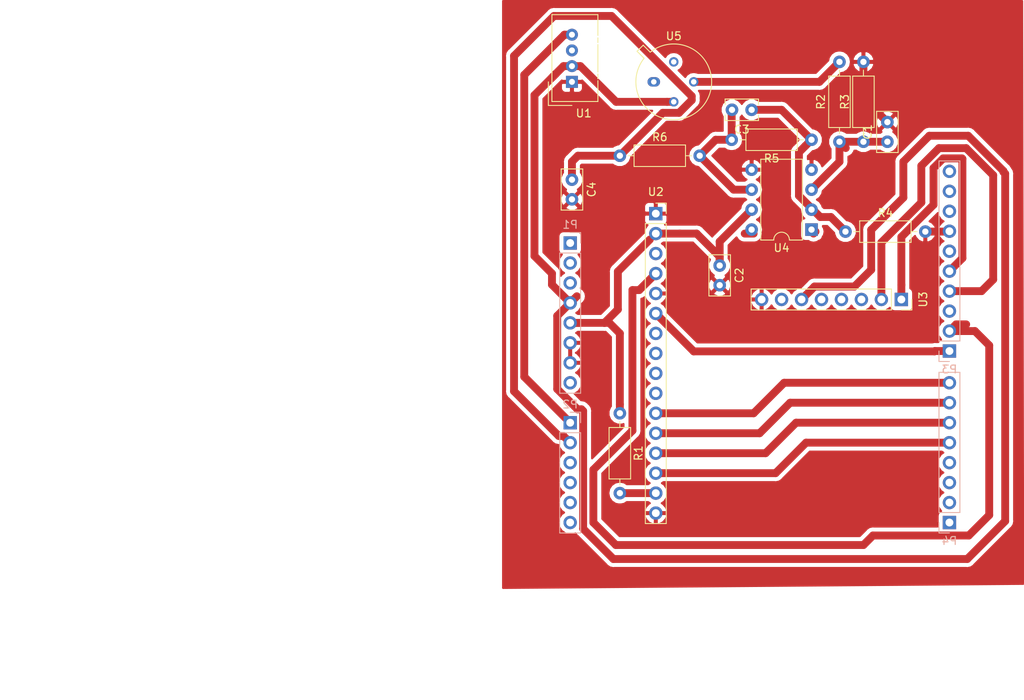
<source format=kicad_pcb>
(kicad_pcb (version 20171130) (host pcbnew "(5.0.0-3-g5ebb6b6)")

  (general
    (thickness 1.6)
    (drawings 751)
    (tracks 148)
    (zones 0)
    (modules 19)
    (nets 50)
  )

  (page A4)
  (layers
    (0 F.Cu signal)
    (31 B.Cu signal)
    (32 B.Adhes user)
    (33 F.Adhes user)
    (34 B.Paste user)
    (35 F.Paste user)
    (36 B.SilkS user)
    (37 F.SilkS user)
    (38 B.Mask user)
    (39 F.Mask user)
    (40 Dwgs.User user)
    (41 Cmts.User user)
    (42 Eco1.User user)
    (43 Eco2.User user)
    (44 Edge.Cuts user)
    (45 Margin user)
    (46 B.CrtYd user)
    (47 F.CrtYd user)
    (48 B.Fab user)
    (49 F.Fab user)
  )

  (setup
    (last_trace_width 1)
    (trace_clearance 0.3)
    (zone_clearance 0.508)
    (zone_45_only no)
    (trace_min 0.2)
    (segment_width 0.2)
    (edge_width 0.15)
    (via_size 0.8)
    (via_drill 0.4)
    (via_min_size 0.4)
    (via_min_drill 0.3)
    (uvia_size 0.3)
    (uvia_drill 0.1)
    (uvias_allowed no)
    (uvia_min_size 0.2)
    (uvia_min_drill 0.1)
    (pcb_text_width 0.3)
    (pcb_text_size 1.5 1.5)
    (mod_edge_width 0.15)
    (mod_text_size 1 1)
    (mod_text_width 0.15)
    (pad_size 1.524 1.524)
    (pad_drill 0.762)
    (pad_to_mask_clearance 0.2)
    (aux_axis_origin 32.54 154.92)
    (grid_origin 114.3 101.6)
    (visible_elements 7FFFFFFF)
    (pcbplotparams
      (layerselection 0x010fc_ffffffff)
      (usegerberextensions false)
      (usegerberattributes false)
      (usegerberadvancedattributes false)
      (creategerberjobfile false)
      (excludeedgelayer true)
      (linewidth 0.100000)
      (plotframeref false)
      (viasonmask false)
      (mode 1)
      (useauxorigin false)
      (hpglpennumber 1)
      (hpglpenspeed 20)
      (hpglpendiameter 15.000000)
      (psnegative false)
      (psa4output false)
      (plotreference true)
      (plotvalue true)
      (plotinvisibletext false)
      (padsonsilk false)
      (subtractmaskfromsilk false)
      (outputformat 1)
      (mirror false)
      (drillshape 1)
      (scaleselection 1)
      (outputdirectory ""))
  )

  (net 0 "")
  (net 1 "Net-(P1-Pad1)")
  (net 2 /IOREF)
  (net 3 /RST)
  (net 4 +3V3)
  (net 5 +5V)
  (net 6 GND)
  (net 7 /Vin)
  (net 8 /A0)
  (net 9 /A1)
  (net 10 /A2)
  (net 11 /A3)
  (net 12 /A4)
  (net 13 /A5)
  (net 14 /D8)
  (net 15 /#D9)
  (net 16 /#D10)
  (net 17 /#D11)
  (net 18 /D12)
  (net 19 /D13)
  (net 20 /AREF)
  (net 21 "Net-(P3-Pad9)")
  (net 22 "Net-(P3-Pad10)")
  (net 23 /D7)
  (net 24 /#D6)
  (net 25 /#D5)
  (net 26 /D4)
  (net 27 /#D3)
  (net 28 /D2)
  (net 29 /TX)
  (net 30 /RX)
  (net 31 "Net-(R1-Pad2)")
  (net 32 "Net-(RV1-Pad2)")
  (net 33 "Net-(U1-Pad3)")
  (net 34 "Net-(U2-Pad7)")
  (net 35 "Net-(U2-Pad8)")
  (net 36 "Net-(U2-Pad9)")
  (net 37 "Net-(U2-Pad10)")
  (net 38 "Net-(U3-Pad3)")
  (net 39 "Net-(U3-Pad4)")
  (net 40 "Net-(U3-Pad5)")
  (net 41 "Net-(U3-Pad7)")
  (net 42 "Net-(C1-Pad1)")
  (net 43 "Net-(C3-Pad1)")
  (net 44 "Net-(C3-Pad2)")
  (net 45 /Isens)
  (net 46 "Net-(U4-Pad1)")
  (net 47 "Net-(U4-Pad8)")
  (net 48 "Net-(U5-Pad1)")
  (net 49 "Net-(U5-Pad4)")

  (net_class Default "Ceci est la Netclass par défaut."
    (clearance 0.3)
    (trace_width 1)
    (via_dia 0.8)
    (via_drill 0.4)
    (uvia_dia 0.3)
    (uvia_drill 0.1)
    (add_net +3V3)
    (add_net +5V)
    (add_net /#D10)
    (add_net /#D11)
    (add_net /#D3)
    (add_net /#D5)
    (add_net /#D6)
    (add_net /#D9)
    (add_net /A0)
    (add_net /A1)
    (add_net /A2)
    (add_net /A3)
    (add_net /A4)
    (add_net /A5)
    (add_net /AREF)
    (add_net /D12)
    (add_net /D13)
    (add_net /D2)
    (add_net /D4)
    (add_net /D7)
    (add_net /D8)
    (add_net /IOREF)
    (add_net /Isens)
    (add_net /RST)
    (add_net /RX)
    (add_net /TX)
    (add_net /Vin)
    (add_net GND)
    (add_net "Net-(C1-Pad1)")
    (add_net "Net-(C3-Pad1)")
    (add_net "Net-(C3-Pad2)")
    (add_net "Net-(P1-Pad1)")
    (add_net "Net-(P3-Pad10)")
    (add_net "Net-(P3-Pad9)")
    (add_net "Net-(R1-Pad2)")
    (add_net "Net-(RV1-Pad2)")
    (add_net "Net-(U1-Pad3)")
    (add_net "Net-(U2-Pad10)")
    (add_net "Net-(U2-Pad7)")
    (add_net "Net-(U2-Pad8)")
    (add_net "Net-(U2-Pad9)")
    (add_net "Net-(U3-Pad3)")
    (add_net "Net-(U3-Pad4)")
    (add_net "Net-(U3-Pad5)")
    (add_net "Net-(U3-Pad7)")
    (add_net "Net-(U4-Pad1)")
    (add_net "Net-(U4-Pad8)")
    (add_net "Net-(U5-Pad1)")
    (add_net "Net-(U5-Pad4)")
  )

  (module Resistor_THT:R_Axial_DIN0207_L6.3mm_D2.5mm_P10.16mm_Horizontal (layer F.Cu) (tedit 5AE5139B) (tstamp 5BF0EA50)
    (at 154.686 88.392)
    (descr "Resistor, Axial_DIN0207 series, Axial, Horizontal, pin pitch=10.16mm, 0.25W = 1/4W, length*diameter=6.3*2.5mm^2, http://cdn-reichelt.de/documents/datenblatt/B400/1_4W%23YAG.pdf")
    (tags "Resistor Axial_DIN0207 series Axial Horizontal pin pitch 10.16mm 0.25W = 1/4W length 6.3mm diameter 2.5mm")
    (path /5BDAFB51)
    (fp_text reference R6 (at 5.08 -2.37) (layer F.SilkS)
      (effects (font (size 1 1) (thickness 0.15)))
    )
    (fp_text value R (at 5.08 2.37) (layer F.Fab)
      (effects (font (size 1 1) (thickness 0.15)))
    )
    (fp_line (start 1.93 -1.25) (end 1.93 1.25) (layer F.Fab) (width 0.1))
    (fp_line (start 1.93 1.25) (end 8.23 1.25) (layer F.Fab) (width 0.1))
    (fp_line (start 8.23 1.25) (end 8.23 -1.25) (layer F.Fab) (width 0.1))
    (fp_line (start 8.23 -1.25) (end 1.93 -1.25) (layer F.Fab) (width 0.1))
    (fp_line (start 0 0) (end 1.93 0) (layer F.Fab) (width 0.1))
    (fp_line (start 10.16 0) (end 8.23 0) (layer F.Fab) (width 0.1))
    (fp_line (start 1.81 -1.37) (end 1.81 1.37) (layer F.SilkS) (width 0.12))
    (fp_line (start 1.81 1.37) (end 8.35 1.37) (layer F.SilkS) (width 0.12))
    (fp_line (start 8.35 1.37) (end 8.35 -1.37) (layer F.SilkS) (width 0.12))
    (fp_line (start 8.35 -1.37) (end 1.81 -1.37) (layer F.SilkS) (width 0.12))
    (fp_line (start 1.04 0) (end 1.81 0) (layer F.SilkS) (width 0.12))
    (fp_line (start 9.12 0) (end 8.35 0) (layer F.SilkS) (width 0.12))
    (fp_line (start -1.05 -1.5) (end -1.05 1.5) (layer F.CrtYd) (width 0.05))
    (fp_line (start -1.05 1.5) (end 11.21 1.5) (layer F.CrtYd) (width 0.05))
    (fp_line (start 11.21 1.5) (end 11.21 -1.5) (layer F.CrtYd) (width 0.05))
    (fp_line (start 11.21 -1.5) (end -1.05 -1.5) (layer F.CrtYd) (width 0.05))
    (fp_text user %R (at 5.08 0) (layer F.Fab)
      (effects (font (size 1 1) (thickness 0.15)))
    )
    (pad 1 thru_hole circle (at 0 0) (size 1.6 1.6) (drill 0.8) (layers *.Cu *.Mask)
      (net 9 /A1))
    (pad 2 thru_hole oval (at 10.16 0) (size 1.6 1.6) (drill 0.8) (layers *.Cu *.Mask)
      (net 44 "Net-(C3-Pad2)"))
    (model ${KISYS3DMOD}/Resistor_THT.3dshapes/R_Axial_DIN0207_L6.3mm_D2.5mm_P10.16mm_Horizontal.wrl
      (at (xyz 0 0 0))
      (scale (xyz 1 1 1))
      (rotate (xyz 0 0 0))
    )
  )

  (module Connector_PinSocket_2.54mm:PinSocket_1x16_P2.54mm_Vertical (layer F.Cu) (tedit 5A19A41E) (tstamp 5BFF5E32)
    (at 159.258 95.758)
    (descr "Through hole straight socket strip, 1x16, 2.54mm pitch, single row (from Kicad 4.0.7), script generated")
    (tags "Through hole socket strip THT 1x16 2.54mm single row")
    (path /5BC6144D)
    (fp_text reference U2 (at 0 -2.77) (layer F.SilkS)
      (effects (font (size 1 1) (thickness 0.15)))
    )
    (fp_text value LCD_screen (at 0 40.87) (layer F.Fab)
      (effects (font (size 1 1) (thickness 0.15)))
    )
    (fp_text user %R (at 0 19.05 90) (layer F.Fab)
      (effects (font (size 1 1) (thickness 0.15)))
    )
    (fp_line (start -1.8 39.9) (end -1.8 -1.8) (layer F.CrtYd) (width 0.05))
    (fp_line (start 1.75 39.9) (end -1.8 39.9) (layer F.CrtYd) (width 0.05))
    (fp_line (start 1.75 -1.8) (end 1.75 39.9) (layer F.CrtYd) (width 0.05))
    (fp_line (start -1.8 -1.8) (end 1.75 -1.8) (layer F.CrtYd) (width 0.05))
    (fp_line (start 0 -1.33) (end 1.33 -1.33) (layer F.SilkS) (width 0.12))
    (fp_line (start 1.33 -1.33) (end 1.33 0) (layer F.SilkS) (width 0.12))
    (fp_line (start 1.33 1.27) (end 1.33 39.43) (layer F.SilkS) (width 0.12))
    (fp_line (start -1.33 39.43) (end 1.33 39.43) (layer F.SilkS) (width 0.12))
    (fp_line (start -1.33 1.27) (end -1.33 39.43) (layer F.SilkS) (width 0.12))
    (fp_line (start -1.33 1.27) (end 1.33 1.27) (layer F.SilkS) (width 0.12))
    (fp_line (start -1.27 39.37) (end -1.27 -1.27) (layer F.Fab) (width 0.1))
    (fp_line (start 1.27 39.37) (end -1.27 39.37) (layer F.Fab) (width 0.1))
    (fp_line (start 1.27 -0.635) (end 1.27 39.37) (layer F.Fab) (width 0.1))
    (fp_line (start 0.635 -1.27) (end 1.27 -0.635) (layer F.Fab) (width 0.1))
    (fp_line (start -1.27 -1.27) (end 0.635 -1.27) (layer F.Fab) (width 0.1))
    (pad 16 thru_hole oval (at 0 38.1) (size 1.7 1.7) (drill 1) (layers *.Cu *.Mask)
      (net 6 GND))
    (pad 15 thru_hole oval (at 0 35.56) (size 1.7 1.7) (drill 1) (layers *.Cu *.Mask)
      (net 31 "Net-(R1-Pad2)"))
    (pad 14 thru_hole oval (at 0 33.02) (size 1.7 1.7) (drill 1) (layers *.Cu *.Mask)
      (net 26 /D4))
    (pad 13 thru_hole oval (at 0 30.48) (size 1.7 1.7) (drill 1) (layers *.Cu *.Mask)
      (net 25 /#D5))
    (pad 12 thru_hole oval (at 0 27.94) (size 1.7 1.7) (drill 1) (layers *.Cu *.Mask)
      (net 24 /#D6))
    (pad 11 thru_hole oval (at 0 25.4) (size 1.7 1.7) (drill 1) (layers *.Cu *.Mask)
      (net 23 /D7))
    (pad 10 thru_hole oval (at 0 22.86) (size 1.7 1.7) (drill 1) (layers *.Cu *.Mask)
      (net 37 "Net-(U2-Pad10)"))
    (pad 9 thru_hole oval (at 0 20.32) (size 1.7 1.7) (drill 1) (layers *.Cu *.Mask)
      (net 36 "Net-(U2-Pad9)"))
    (pad 8 thru_hole oval (at 0 17.78) (size 1.7 1.7) (drill 1) (layers *.Cu *.Mask)
      (net 35 "Net-(U2-Pad8)"))
    (pad 7 thru_hole oval (at 0 15.24) (size 1.7 1.7) (drill 1) (layers *.Cu *.Mask)
      (net 34 "Net-(U2-Pad7)"))
    (pad 6 thru_hole oval (at 0 12.7) (size 1.7 1.7) (drill 1) (layers *.Cu *.Mask)
      (net 14 /D8))
    (pad 5 thru_hole oval (at 0 10.16) (size 1.7 1.7) (drill 1) (layers *.Cu *.Mask)
      (net 6 GND))
    (pad 4 thru_hole oval (at 0 7.62) (size 1.7 1.7) (drill 1) (layers *.Cu *.Mask)
      (net 15 /#D9))
    (pad 3 thru_hole oval (at 0 5.08) (size 1.7 1.7) (drill 1) (layers *.Cu *.Mask)
      (net 32 "Net-(RV1-Pad2)"))
    (pad 2 thru_hole oval (at 0 2.54) (size 1.7 1.7) (drill 1) (layers *.Cu *.Mask)
      (net 5 +5V))
    (pad 1 thru_hole rect (at 0 0) (size 1.7 1.7) (drill 1) (layers *.Cu *.Mask)
      (net 6 GND))
    (model ${KISYS3DMOD}/Connector_PinSocket_2.54mm.3dshapes/PinSocket_1x16_P2.54mm_Vertical.wrl
      (at (xyz 0 0 0))
      (scale (xyz 1 1 1))
      (rotate (xyz 0 0 0))
    )
  )

  (module Resistor_THT:R_Axial_DIN0207_L6.3mm_D2.5mm_P10.16mm_Horizontal (layer F.Cu) (tedit 5AE5139B) (tstamp 5BF0EA22)
    (at 183.388 98.044)
    (descr "Resistor, Axial_DIN0207 series, Axial, Horizontal, pin pitch=10.16mm, 0.25W = 1/4W, length*diameter=6.3*2.5mm^2, http://cdn-reichelt.de/documents/datenblatt/B400/1_4W%23YAG.pdf")
    (tags "Resistor Axial_DIN0207 series Axial Horizontal pin pitch 10.16mm 0.25W = 1/4W length 6.3mm diameter 2.5mm")
    (path /5BD73EB9)
    (fp_text reference R4 (at 5.08 -2.37) (layer F.SilkS)
      (effects (font (size 1 1) (thickness 0.15)))
    )
    (fp_text value R (at 5.08 2.37) (layer F.Fab)
      (effects (font (size 1 1) (thickness 0.15)))
    )
    (fp_text user %R (at 5.08 0) (layer F.Fab)
      (effects (font (size 1 1) (thickness 0.15)))
    )
    (fp_line (start 11.21 -1.5) (end -1.05 -1.5) (layer F.CrtYd) (width 0.05))
    (fp_line (start 11.21 1.5) (end 11.21 -1.5) (layer F.CrtYd) (width 0.05))
    (fp_line (start -1.05 1.5) (end 11.21 1.5) (layer F.CrtYd) (width 0.05))
    (fp_line (start -1.05 -1.5) (end -1.05 1.5) (layer F.CrtYd) (width 0.05))
    (fp_line (start 9.12 0) (end 8.35 0) (layer F.SilkS) (width 0.12))
    (fp_line (start 1.04 0) (end 1.81 0) (layer F.SilkS) (width 0.12))
    (fp_line (start 8.35 -1.37) (end 1.81 -1.37) (layer F.SilkS) (width 0.12))
    (fp_line (start 8.35 1.37) (end 8.35 -1.37) (layer F.SilkS) (width 0.12))
    (fp_line (start 1.81 1.37) (end 8.35 1.37) (layer F.SilkS) (width 0.12))
    (fp_line (start 1.81 -1.37) (end 1.81 1.37) (layer F.SilkS) (width 0.12))
    (fp_line (start 10.16 0) (end 8.23 0) (layer F.Fab) (width 0.1))
    (fp_line (start 0 0) (end 1.93 0) (layer F.Fab) (width 0.1))
    (fp_line (start 8.23 -1.25) (end 1.93 -1.25) (layer F.Fab) (width 0.1))
    (fp_line (start 8.23 1.25) (end 8.23 -1.25) (layer F.Fab) (width 0.1))
    (fp_line (start 1.93 1.25) (end 8.23 1.25) (layer F.Fab) (width 0.1))
    (fp_line (start 1.93 -1.25) (end 1.93 1.25) (layer F.Fab) (width 0.1))
    (pad 2 thru_hole oval (at 10.16 0) (size 1.6 1.6) (drill 0.8) (layers *.Cu *.Mask)
      (net 6 GND))
    (pad 1 thru_hole circle (at 0 0) (size 1.6 1.6) (drill 0.8) (layers *.Cu *.Mask)
      (net 43 "Net-(C3-Pad1)"))
    (model ${KISYS3DMOD}/Resistor_THT.3dshapes/R_Axial_DIN0207_L6.3mm_D2.5mm_P10.16mm_Horizontal.wrl
      (at (xyz 0 0 0))
      (scale (xyz 1 1 1))
      (rotate (xyz 0 0 0))
    )
  )

  (module Resistor_THT:R_Axial_DIN0207_L6.3mm_D2.5mm_P10.16mm_Horizontal (layer F.Cu) (tedit 5AE5139B) (tstamp 5BF0EA39)
    (at 179.07 86.36 180)
    (descr "Resistor, Axial_DIN0207 series, Axial, Horizontal, pin pitch=10.16mm, 0.25W = 1/4W, length*diameter=6.3*2.5mm^2, http://cdn-reichelt.de/documents/datenblatt/B400/1_4W%23YAG.pdf")
    (tags "Resistor Axial_DIN0207 series Axial Horizontal pin pitch 10.16mm 0.25W = 1/4W length 6.3mm diameter 2.5mm")
    (path /5BD96DAB)
    (fp_text reference R5 (at 5.08 -2.37 180) (layer F.SilkS)
      (effects (font (size 1 1) (thickness 0.15)))
    )
    (fp_text value R (at 5.08 2.37 180) (layer F.Fab)
      (effects (font (size 1 1) (thickness 0.15)))
    )
    (fp_text user %R (at 5.08 0 180) (layer F.Fab)
      (effects (font (size 1 1) (thickness 0.15)))
    )
    (fp_line (start 11.21 -1.5) (end -1.05 -1.5) (layer F.CrtYd) (width 0.05))
    (fp_line (start 11.21 1.5) (end 11.21 -1.5) (layer F.CrtYd) (width 0.05))
    (fp_line (start -1.05 1.5) (end 11.21 1.5) (layer F.CrtYd) (width 0.05))
    (fp_line (start -1.05 -1.5) (end -1.05 1.5) (layer F.CrtYd) (width 0.05))
    (fp_line (start 9.12 0) (end 8.35 0) (layer F.SilkS) (width 0.12))
    (fp_line (start 1.04 0) (end 1.81 0) (layer F.SilkS) (width 0.12))
    (fp_line (start 8.35 -1.37) (end 1.81 -1.37) (layer F.SilkS) (width 0.12))
    (fp_line (start 8.35 1.37) (end 8.35 -1.37) (layer F.SilkS) (width 0.12))
    (fp_line (start 1.81 1.37) (end 8.35 1.37) (layer F.SilkS) (width 0.12))
    (fp_line (start 1.81 -1.37) (end 1.81 1.37) (layer F.SilkS) (width 0.12))
    (fp_line (start 10.16 0) (end 8.23 0) (layer F.Fab) (width 0.1))
    (fp_line (start 0 0) (end 1.93 0) (layer F.Fab) (width 0.1))
    (fp_line (start 8.23 -1.25) (end 1.93 -1.25) (layer F.Fab) (width 0.1))
    (fp_line (start 8.23 1.25) (end 8.23 -1.25) (layer F.Fab) (width 0.1))
    (fp_line (start 1.93 1.25) (end 8.23 1.25) (layer F.Fab) (width 0.1))
    (fp_line (start 1.93 -1.25) (end 1.93 1.25) (layer F.Fab) (width 0.1))
    (pad 2 thru_hole oval (at 10.16 0 180) (size 1.6 1.6) (drill 0.8) (layers *.Cu *.Mask)
      (net 44 "Net-(C3-Pad2)"))
    (pad 1 thru_hole circle (at 0 0 180) (size 1.6 1.6) (drill 0.8) (layers *.Cu *.Mask)
      (net 43 "Net-(C3-Pad1)"))
    (model ${KISYS3DMOD}/Resistor_THT.3dshapes/R_Axial_DIN0207_L6.3mm_D2.5mm_P10.16mm_Horizontal.wrl
      (at (xyz 0 0 0))
      (scale (xyz 1 1 1))
      (rotate (xyz 0 0 0))
    )
  )

  (module Capacitor_THT:C_Disc_D5.0mm_W2.5mm_P2.50mm (layer F.Cu) (tedit 5AE50EF0) (tstamp 5BF0E9DD)
    (at 148.59 91.44 270)
    (descr "C, Disc series, Radial, pin pitch=2.50mm, , diameter*width=5*2.5mm^2, Capacitor, http://cdn-reichelt.de/documents/datenblatt/B300/DS_KERKO_TC.pdf")
    (tags "C Disc series Radial pin pitch 2.50mm  diameter 5mm width 2.5mm Capacitor")
    (path /5BD77C11)
    (fp_text reference C4 (at 1.25 -2.5 270) (layer F.SilkS)
      (effects (font (size 1 1) (thickness 0.15)))
    )
    (fp_text value C (at 1.25 2.5 270) (layer F.Fab)
      (effects (font (size 1 1) (thickness 0.15)))
    )
    (fp_text user %R (at 1.25 0 90) (layer F.Fab)
      (effects (font (size 1 1) (thickness 0.15)))
    )
    (fp_line (start 4 -1.5) (end -1.5 -1.5) (layer F.CrtYd) (width 0.05))
    (fp_line (start 4 1.5) (end 4 -1.5) (layer F.CrtYd) (width 0.05))
    (fp_line (start -1.5 1.5) (end 4 1.5) (layer F.CrtYd) (width 0.05))
    (fp_line (start -1.5 -1.5) (end -1.5 1.5) (layer F.CrtYd) (width 0.05))
    (fp_line (start 3.87 -1.37) (end 3.87 1.37) (layer F.SilkS) (width 0.12))
    (fp_line (start -1.37 -1.37) (end -1.37 1.37) (layer F.SilkS) (width 0.12))
    (fp_line (start -1.37 1.37) (end 3.87 1.37) (layer F.SilkS) (width 0.12))
    (fp_line (start -1.37 -1.37) (end 3.87 -1.37) (layer F.SilkS) (width 0.12))
    (fp_line (start 3.75 -1.25) (end -1.25 -1.25) (layer F.Fab) (width 0.1))
    (fp_line (start 3.75 1.25) (end 3.75 -1.25) (layer F.Fab) (width 0.1))
    (fp_line (start -1.25 1.25) (end 3.75 1.25) (layer F.Fab) (width 0.1))
    (fp_line (start -1.25 -1.25) (end -1.25 1.25) (layer F.Fab) (width 0.1))
    (pad 2 thru_hole circle (at 2.5 0 270) (size 1.6 1.6) (drill 0.8) (layers *.Cu *.Mask)
      (net 6 GND))
    (pad 1 thru_hole circle (at 0 0 270) (size 1.6 1.6) (drill 0.8) (layers *.Cu *.Mask)
      (net 9 /A1))
    (model ${KISYS3DMOD}/Capacitor_THT.3dshapes/C_Disc_D5.0mm_W2.5mm_P2.50mm.wrl
      (at (xyz 0 0 0))
      (scale (xyz 1 1 1))
      (rotate (xyz 0 0 0))
    )
  )

  (module Connector:NS-Tech_Grove_1x04_P2mm_Vertical (layer F.Cu) (tedit 5A2A5779) (tstamp 5BFF5E0E)
    (at 148.59 78.994 180)
    (descr https://statics3.seeedstudio.com/images/opl/datasheet/3470130P1.pdf)
    (tags Grove-1x04)
    (path /5BC61797)
    (fp_text reference U1 (at -1.5 -4 180) (layer F.SilkS)
      (effects (font (size 1 1) (thickness 0.15)))
    )
    (fp_text value gaz_sensor (at 4.19 2.83 270) (layer F.Fab)
      (effects (font (size 1 1) (thickness 0.15)))
    )
    (fp_line (start -2.9 8.1) (end -2.9 -2.1) (layer F.Fab) (width 0.1))
    (fp_line (start 2.2 8.1) (end -2.9 8.1) (layer F.Fab) (width 0.1))
    (fp_line (start 2.2 -2.1) (end 2.2 8.1) (layer F.Fab) (width 0.1))
    (fp_line (start -2.9 -2.1) (end 2.2 -2.1) (layer F.Fab) (width 0.1))
    (fp_line (start -3.3 5.9) (end -3.3 8.55) (layer F.SilkS) (width 0.12))
    (fp_line (start -3.3 -2.5) (end -3.3 0.15) (layer F.SilkS) (width 0.12))
    (fp_line (start -3.3 8.55) (end 2.55 8.55) (layer F.SilkS) (width 0.12))
    (fp_line (start -3.3 1.25) (end -3.3 4.75) (layer F.SilkS) (width 0.12))
    (fp_line (start -3.3 -2.5) (end 2.55 -2.5) (layer F.SilkS) (width 0.12))
    (fp_line (start 2.55 -2.5) (end 2.55 8.55) (layer F.SilkS) (width 0.12))
    (fp_line (start -3.3 0.4) (end -3.3 1) (layer F.SilkS) (width 0.12))
    (fp_line (start -3.3 5) (end -3.3 5.6) (layer F.SilkS) (width 0.12))
    (fp_line (start -3.45 -2.65) (end 2.7 -2.65) (layer F.CrtYd) (width 0.05))
    (fp_line (start 2.7 8.7) (end 2.7 -2.65) (layer F.CrtYd) (width 0.05))
    (fp_line (start -3.45 8.7) (end 2.7 8.7) (layer F.CrtYd) (width 0.05))
    (fp_line (start -3.45 -2.65) (end -3.45 8.7) (layer F.CrtYd) (width 0.05))
    (fp_line (start 0 -3) (end 3 -3) (layer F.SilkS) (width 0.12))
    (fp_line (start 3 -3) (end 3 0) (layer F.SilkS) (width 0.12))
    (fp_line (start 2.2 -1) (end 0.9 0) (layer F.Fab) (width 0.1))
    (fp_line (start 0.9 0) (end 2.2 1) (layer F.Fab) (width 0.1))
    (fp_text user %R (at -2 2 270) (layer F.Fab)
      (effects (font (size 1 1) (thickness 0.15)))
    )
    (pad 4 thru_hole circle (at 0 6 180) (size 1.524 1.524) (drill 0.762) (layers *.Cu *.Mask)
      (net 8 /A0))
    (pad 3 thru_hole circle (at 0 4 180) (size 1.524 1.524) (drill 0.762) (layers *.Cu *.Mask)
      (net 33 "Net-(U1-Pad3)"))
    (pad 2 thru_hole circle (at 0 2 180) (size 1.524 1.524) (drill 0.762) (layers *.Cu *.Mask)
      (net 4 +3V3))
    (pad 1 thru_hole rect (at 0 0 180) (size 1.524 1.524) (drill 0.762) (layers *.Cu *.Mask)
      (net 6 GND))
    (model ${KISYS3DMOD}/Connector.3dshapes/NS-Tech_Grove_1x04_P2mm_Vertical.wrl
      (at (xyz 0 0 0))
      (scale (xyz 0.3937 0.3937 0.3937))
      (rotate (xyz 0 0 -90))
    )
  )

  (module Connector_PinSocket_2.54mm:PinSocket_1x08_P2.54mm_Vertical (layer F.Cu) (tedit 5A19A420) (tstamp 5BFF8D9D)
    (at 190.5 106.68 270)
    (descr "Through hole straight socket strip, 1x08, 2.54mm pitch, single row (from Kicad 4.0.7), script generated")
    (tags "Through hole socket strip THT 1x08 2.54mm single row")
    (path /5BC6134E)
    (fp_text reference U3 (at 0 -2.77 270) (layer F.SilkS)
      (effects (font (size 1 1) (thickness 0.15)))
    )
    (fp_text value RN2483A (at 0 20.55 270) (layer F.Fab)
      (effects (font (size 1 1) (thickness 0.15)))
    )
    (fp_text user %R (at 0 8.89) (layer F.Fab)
      (effects (font (size 1 1) (thickness 0.15)))
    )
    (fp_line (start -1.8 19.55) (end -1.8 -1.8) (layer F.CrtYd) (width 0.05))
    (fp_line (start 1.75 19.55) (end -1.8 19.55) (layer F.CrtYd) (width 0.05))
    (fp_line (start 1.75 -1.8) (end 1.75 19.55) (layer F.CrtYd) (width 0.05))
    (fp_line (start -1.8 -1.8) (end 1.75 -1.8) (layer F.CrtYd) (width 0.05))
    (fp_line (start 0 -1.33) (end 1.33 -1.33) (layer F.SilkS) (width 0.12))
    (fp_line (start 1.33 -1.33) (end 1.33 0) (layer F.SilkS) (width 0.12))
    (fp_line (start 1.33 1.27) (end 1.33 19.11) (layer F.SilkS) (width 0.12))
    (fp_line (start -1.33 19.11) (end 1.33 19.11) (layer F.SilkS) (width 0.12))
    (fp_line (start -1.33 1.27) (end -1.33 19.11) (layer F.SilkS) (width 0.12))
    (fp_line (start -1.33 1.27) (end 1.33 1.27) (layer F.SilkS) (width 0.12))
    (fp_line (start -1.27 19.05) (end -1.27 -1.27) (layer F.Fab) (width 0.1))
    (fp_line (start 1.27 19.05) (end -1.27 19.05) (layer F.Fab) (width 0.1))
    (fp_line (start 1.27 -0.635) (end 1.27 19.05) (layer F.Fab) (width 0.1))
    (fp_line (start 0.635 -1.27) (end 1.27 -0.635) (layer F.Fab) (width 0.1))
    (fp_line (start -1.27 -1.27) (end 0.635 -1.27) (layer F.Fab) (width 0.1))
    (pad 8 thru_hole oval (at 0 17.78 270) (size 1.7 1.7) (drill 1) (layers *.Cu *.Mask)
      (net 6 GND))
    (pad 7 thru_hole oval (at 0 15.24 270) (size 1.7 1.7) (drill 1) (layers *.Cu *.Mask)
      (net 41 "Net-(U3-Pad7)"))
    (pad 6 thru_hole oval (at 0 12.7 270) (size 1.7 1.7) (drill 1) (layers *.Cu *.Mask)
      (net 4 +3V3))
    (pad 5 thru_hole oval (at 0 10.16 270) (size 1.7 1.7) (drill 1) (layers *.Cu *.Mask)
      (net 40 "Net-(U3-Pad5)"))
    (pad 4 thru_hole oval (at 0 7.62 270) (size 1.7 1.7) (drill 1) (layers *.Cu *.Mask)
      (net 39 "Net-(U3-Pad4)"))
    (pad 3 thru_hole oval (at 0 5.08 270) (size 1.7 1.7) (drill 1) (layers *.Cu *.Mask)
      (net 38 "Net-(U3-Pad3)"))
    (pad 2 thru_hole oval (at 0 2.54 270) (size 1.7 1.7) (drill 1) (layers *.Cu *.Mask)
      (net 17 /#D11))
    (pad 1 thru_hole rect (at 0 0 270) (size 1.7 1.7) (drill 1) (layers *.Cu *.Mask)
      (net 18 /D12))
    (model ${KISYS3DMOD}/Connector_PinSocket_2.54mm.3dshapes/PinSocket_1x08_P2.54mm_Vertical.wrl
      (at (xyz 0 0 0))
      (scale (xyz 1 1 1))
      (rotate (xyz 0 0 0))
    )
  )

  (module Resistor_THT:R_Axial_DIN0207_L6.3mm_D2.5mm_P10.16mm_Horizontal (layer F.Cu) (tedit 5AE5139B) (tstamp 5BFF5DE0)
    (at 154.686 121.158 270)
    (descr "Resistor, Axial_DIN0207 series, Axial, Horizontal, pin pitch=10.16mm, 0.25W = 1/4W, length*diameter=6.3*2.5mm^2, http://cdn-reichelt.de/documents/datenblatt/B400/1_4W%23YAG.pdf")
    (tags "Resistor Axial_DIN0207 series Axial Horizontal pin pitch 10.16mm 0.25W = 1/4W length 6.3mm diameter 2.5mm")
    (path /5BCA99BE)
    (fp_text reference R1 (at 5.08 -2.37 270) (layer F.SilkS)
      (effects (font (size 1 1) (thickness 0.15)))
    )
    (fp_text value R (at 5.08 2.37 270) (layer F.Fab)
      (effects (font (size 1 1) (thickness 0.15)))
    )
    (fp_text user %R (at 5.08 0 270) (layer F.Fab)
      (effects (font (size 1 1) (thickness 0.15)))
    )
    (fp_line (start 11.21 -1.5) (end -1.05 -1.5) (layer F.CrtYd) (width 0.05))
    (fp_line (start 11.21 1.5) (end 11.21 -1.5) (layer F.CrtYd) (width 0.05))
    (fp_line (start -1.05 1.5) (end 11.21 1.5) (layer F.CrtYd) (width 0.05))
    (fp_line (start -1.05 -1.5) (end -1.05 1.5) (layer F.CrtYd) (width 0.05))
    (fp_line (start 9.12 0) (end 8.35 0) (layer F.SilkS) (width 0.12))
    (fp_line (start 1.04 0) (end 1.81 0) (layer F.SilkS) (width 0.12))
    (fp_line (start 8.35 -1.37) (end 1.81 -1.37) (layer F.SilkS) (width 0.12))
    (fp_line (start 8.35 1.37) (end 8.35 -1.37) (layer F.SilkS) (width 0.12))
    (fp_line (start 1.81 1.37) (end 8.35 1.37) (layer F.SilkS) (width 0.12))
    (fp_line (start 1.81 -1.37) (end 1.81 1.37) (layer F.SilkS) (width 0.12))
    (fp_line (start 10.16 0) (end 8.23 0) (layer F.Fab) (width 0.1))
    (fp_line (start 0 0) (end 1.93 0) (layer F.Fab) (width 0.1))
    (fp_line (start 8.23 -1.25) (end 1.93 -1.25) (layer F.Fab) (width 0.1))
    (fp_line (start 8.23 1.25) (end 8.23 -1.25) (layer F.Fab) (width 0.1))
    (fp_line (start 1.93 1.25) (end 8.23 1.25) (layer F.Fab) (width 0.1))
    (fp_line (start 1.93 -1.25) (end 1.93 1.25) (layer F.Fab) (width 0.1))
    (pad 2 thru_hole oval (at 10.16 0 270) (size 1.6 1.6) (drill 0.8) (layers *.Cu *.Mask)
      (net 31 "Net-(R1-Pad2)"))
    (pad 1 thru_hole circle (at 0 0 270) (size 1.6 1.6) (drill 0.8) (layers *.Cu *.Mask)
      (net 5 +5V))
    (model ${KISYS3DMOD}/Resistor_THT.3dshapes/R_Axial_DIN0207_L6.3mm_D2.5mm_P10.16mm_Horizontal.wrl
      (at (xyz 0 0 0))
      (scale (xyz 1 1 1))
      (rotate (xyz 0 0 0))
    )
  )

  (module Connector_PinHeader_2.54mm:PinHeader_1x08_P2.54mm_Vertical (layer B.Cu) (tedit 59FED5CC) (tstamp 5C00892F)
    (at 148.366 99.498 180)
    (descr "Through hole straight pin header, 1x08, 2.54mm pitch, single row")
    (tags "Through hole pin header THT 1x08 2.54mm single row")
    (path /5BC8627A)
    (fp_text reference P1 (at 0 2.33 180) (layer B.SilkS)
      (effects (font (size 1 1) (thickness 0.15)) (justify mirror))
    )
    (fp_text value CONN_01X08 (at 0 -20.11 180) (layer B.Fab)
      (effects (font (size 1 1) (thickness 0.15)) (justify mirror))
    )
    (fp_line (start -0.635 1.27) (end 1.27 1.27) (layer B.Fab) (width 0.1))
    (fp_line (start 1.27 1.27) (end 1.27 -19.05) (layer B.Fab) (width 0.1))
    (fp_line (start 1.27 -19.05) (end -1.27 -19.05) (layer B.Fab) (width 0.1))
    (fp_line (start -1.27 -19.05) (end -1.27 0.635) (layer B.Fab) (width 0.1))
    (fp_line (start -1.27 0.635) (end -0.635 1.27) (layer B.Fab) (width 0.1))
    (fp_line (start -1.33 -19.11) (end 1.33 -19.11) (layer B.SilkS) (width 0.12))
    (fp_line (start -1.33 -1.27) (end -1.33 -19.11) (layer B.SilkS) (width 0.12))
    (fp_line (start 1.33 -1.27) (end 1.33 -19.11) (layer B.SilkS) (width 0.12))
    (fp_line (start -1.33 -1.27) (end 1.33 -1.27) (layer B.SilkS) (width 0.12))
    (fp_line (start -1.33 0) (end -1.33 1.33) (layer B.SilkS) (width 0.12))
    (fp_line (start -1.33 1.33) (end 0 1.33) (layer B.SilkS) (width 0.12))
    (fp_line (start -1.8 1.8) (end -1.8 -19.55) (layer B.CrtYd) (width 0.05))
    (fp_line (start -1.8 -19.55) (end 1.8 -19.55) (layer B.CrtYd) (width 0.05))
    (fp_line (start 1.8 -19.55) (end 1.8 1.8) (layer B.CrtYd) (width 0.05))
    (fp_line (start 1.8 1.8) (end -1.8 1.8) (layer B.CrtYd) (width 0.05))
    (fp_text user %R (at 0 -8.89 90) (layer B.Fab)
      (effects (font (size 1 1) (thickness 0.15)) (justify mirror))
    )
    (pad 1 thru_hole rect (at 0 0 180) (size 1.7 1.7) (drill 1) (layers *.Cu *.Mask)
      (net 1 "Net-(P1-Pad1)"))
    (pad 2 thru_hole oval (at 0 -2.54 180) (size 1.7 1.7) (drill 1) (layers *.Cu *.Mask)
      (net 2 /IOREF))
    (pad 3 thru_hole oval (at 0 -5.08 180) (size 1.7 1.7) (drill 1) (layers *.Cu *.Mask)
      (net 3 /RST))
    (pad 4 thru_hole oval (at 0 -7.62 180) (size 1.7 1.7) (drill 1) (layers *.Cu *.Mask)
      (net 4 +3V3))
    (pad 5 thru_hole oval (at 0 -10.16 180) (size 1.7 1.7) (drill 1) (layers *.Cu *.Mask)
      (net 5 +5V))
    (pad 6 thru_hole oval (at 0 -12.7 180) (size 1.7 1.7) (drill 1) (layers *.Cu *.Mask)
      (net 6 GND))
    (pad 7 thru_hole oval (at 0 -15.24 180) (size 1.7 1.7) (drill 1) (layers *.Cu *.Mask)
      (net 6 GND))
    (pad 8 thru_hole oval (at 0 -17.78 180) (size 1.7 1.7) (drill 1) (layers *.Cu *.Mask)
      (net 7 /Vin))
    (model ${KISYS3DMOD}/Connector_PinHeader_2.54mm.3dshapes/PinHeader_1x08_P2.54mm_Vertical.wrl
      (at (xyz 0 0 0))
      (scale (xyz 1 1 1))
      (rotate (xyz 0 0 0))
    )
  )

  (module Connector_PinHeader_2.54mm:PinHeader_1x06_P2.54mm_Vertical (layer B.Cu) (tedit 59FED5CC) (tstamp 5C0089D0)
    (at 148.366 122.358 180)
    (descr "Through hole straight pin header, 1x06, 2.54mm pitch, single row")
    (tags "Through hole pin header THT 1x06 2.54mm single row")
    (path /5BC861ED)
    (fp_text reference P2 (at 0 2.33 180) (layer B.SilkS)
      (effects (font (size 1 1) (thickness 0.15)) (justify mirror))
    )
    (fp_text value CONN_01X06 (at 0 -15.03 180) (layer B.Fab)
      (effects (font (size 1 1) (thickness 0.15)) (justify mirror))
    )
    (fp_line (start -0.635 1.27) (end 1.27 1.27) (layer B.Fab) (width 0.1))
    (fp_line (start 1.27 1.27) (end 1.27 -13.97) (layer B.Fab) (width 0.1))
    (fp_line (start 1.27 -13.97) (end -1.27 -13.97) (layer B.Fab) (width 0.1))
    (fp_line (start -1.27 -13.97) (end -1.27 0.635) (layer B.Fab) (width 0.1))
    (fp_line (start -1.27 0.635) (end -0.635 1.27) (layer B.Fab) (width 0.1))
    (fp_line (start -1.33 -14.03) (end 1.33 -14.03) (layer B.SilkS) (width 0.12))
    (fp_line (start -1.33 -1.27) (end -1.33 -14.03) (layer B.SilkS) (width 0.12))
    (fp_line (start 1.33 -1.27) (end 1.33 -14.03) (layer B.SilkS) (width 0.12))
    (fp_line (start -1.33 -1.27) (end 1.33 -1.27) (layer B.SilkS) (width 0.12))
    (fp_line (start -1.33 0) (end -1.33 1.33) (layer B.SilkS) (width 0.12))
    (fp_line (start -1.33 1.33) (end 0 1.33) (layer B.SilkS) (width 0.12))
    (fp_line (start -1.8 1.8) (end -1.8 -14.5) (layer B.CrtYd) (width 0.05))
    (fp_line (start -1.8 -14.5) (end 1.8 -14.5) (layer B.CrtYd) (width 0.05))
    (fp_line (start 1.8 -14.5) (end 1.8 1.8) (layer B.CrtYd) (width 0.05))
    (fp_line (start 1.8 1.8) (end -1.8 1.8) (layer B.CrtYd) (width 0.05))
    (fp_text user %R (at 71.692 -34.218 90) (layer B.Fab)
      (effects (font (size 1 1) (thickness 0.15)) (justify mirror))
    )
    (pad 1 thru_hole rect (at 0 0 180) (size 1.7 1.7) (drill 1) (layers *.Cu *.Mask)
      (net 8 /A0))
    (pad 2 thru_hole oval (at 0 -2.54 180) (size 1.7 1.7) (drill 1) (layers *.Cu *.Mask)
      (net 9 /A1))
    (pad 3 thru_hole oval (at 0 -5.08 180) (size 1.7 1.7) (drill 1) (layers *.Cu *.Mask)
      (net 10 /A2))
    (pad 4 thru_hole oval (at 0 -7.62 180) (size 1.7 1.7) (drill 1) (layers *.Cu *.Mask)
      (net 11 /A3))
    (pad 5 thru_hole oval (at 0 -10.16 180) (size 1.7 1.7) (drill 1) (layers *.Cu *.Mask)
      (net 12 /A4))
    (pad 6 thru_hole oval (at 0 -12.7 180) (size 1.7 1.7) (drill 1) (layers *.Cu *.Mask)
      (net 13 /A5))
    (model ${KISYS3DMOD}/Connector_PinHeader_2.54mm.3dshapes/PinHeader_1x06_P2.54mm_Vertical.wrl
      (at (xyz 0 0 0))
      (scale (xyz 1 1 1))
      (rotate (xyz 0 0 0))
    )
  )

  (module Connector_PinHeader_2.54mm:PinHeader_1x10_P2.54mm_Vertical (layer B.Cu) (tedit 59FED5CC) (tstamp 5C0087E8)
    (at 196.616 113.238)
    (descr "Through hole straight pin header, 1x10, 2.54mm pitch, single row")
    (tags "Through hole pin header THT 1x10 2.54mm single row")
    (path /5BC86143)
    (fp_text reference P3 (at 0 2.33) (layer B.SilkS)
      (effects (font (size 1 1) (thickness 0.15)) (justify mirror))
    )
    (fp_text value CONN_01X10 (at 0 -25.19) (layer B.Fab)
      (effects (font (size 1 1) (thickness 0.15)) (justify mirror))
    )
    (fp_line (start -0.635 1.27) (end 1.27 1.27) (layer B.Fab) (width 0.1))
    (fp_line (start 1.27 1.27) (end 1.27 -24.13) (layer B.Fab) (width 0.1))
    (fp_line (start 1.27 -24.13) (end -1.27 -24.13) (layer B.Fab) (width 0.1))
    (fp_line (start -1.27 -24.13) (end -1.27 0.635) (layer B.Fab) (width 0.1))
    (fp_line (start -1.27 0.635) (end -0.635 1.27) (layer B.Fab) (width 0.1))
    (fp_line (start -1.33 -24.19) (end 1.33 -24.19) (layer B.SilkS) (width 0.12))
    (fp_line (start -1.33 -1.27) (end -1.33 -24.19) (layer B.SilkS) (width 0.12))
    (fp_line (start 1.33 -1.27) (end 1.33 -24.19) (layer B.SilkS) (width 0.12))
    (fp_line (start -1.33 -1.27) (end 1.33 -1.27) (layer B.SilkS) (width 0.12))
    (fp_line (start -1.33 0) (end -1.33 1.33) (layer B.SilkS) (width 0.12))
    (fp_line (start -1.33 1.33) (end 0 1.33) (layer B.SilkS) (width 0.12))
    (fp_line (start -1.8 1.8) (end -1.8 -24.65) (layer B.CrtYd) (width 0.05))
    (fp_line (start -1.8 -24.65) (end 1.8 -24.65) (layer B.CrtYd) (width 0.05))
    (fp_line (start 1.8 -24.65) (end 1.8 1.8) (layer B.CrtYd) (width 0.05))
    (fp_line (start 1.8 1.8) (end -1.8 1.8) (layer B.CrtYd) (width 0.05))
    (fp_text user %R (at 0 -11.43 -90) (layer B.Fab)
      (effects (font (size 1 1) (thickness 0.15)) (justify mirror))
    )
    (pad 1 thru_hole rect (at 0 0) (size 1.7 1.7) (drill 1) (layers *.Cu *.Mask)
      (net 14 /D8))
    (pad 2 thru_hole oval (at 0 -2.54) (size 1.7 1.7) (drill 1) (layers *.Cu *.Mask)
      (net 15 /#D9))
    (pad 3 thru_hole oval (at 0 -5.08) (size 1.7 1.7) (drill 1) (layers *.Cu *.Mask)
      (net 16 /#D10))
    (pad 4 thru_hole oval (at 0 -7.62) (size 1.7 1.7) (drill 1) (layers *.Cu *.Mask)
      (net 17 /#D11))
    (pad 5 thru_hole oval (at 0 -10.16) (size 1.7 1.7) (drill 1) (layers *.Cu *.Mask)
      (net 18 /D12))
    (pad 6 thru_hole oval (at 0 -12.7) (size 1.7 1.7) (drill 1) (layers *.Cu *.Mask)
      (net 19 /D13))
    (pad 7 thru_hole oval (at 0 -15.24) (size 1.7 1.7) (drill 1) (layers *.Cu *.Mask)
      (net 6 GND))
    (pad 8 thru_hole oval (at 0 -17.78) (size 1.7 1.7) (drill 1) (layers *.Cu *.Mask)
      (net 20 /AREF))
    (pad 9 thru_hole oval (at 0 -20.32) (size 1.7 1.7) (drill 1) (layers *.Cu *.Mask)
      (net 21 "Net-(P3-Pad9)"))
    (pad 10 thru_hole oval (at 0 -22.86) (size 1.7 1.7) (drill 1) (layers *.Cu *.Mask)
      (net 22 "Net-(P3-Pad10)"))
    (model ${KISYS3DMOD}/Connector_PinHeader_2.54mm.3dshapes/PinHeader_1x10_P2.54mm_Vertical.wrl
      (at (xyz 0 0 0))
      (scale (xyz 1 1 1))
      (rotate (xyz 0 0 0))
    )
  )

  (module Connector_PinHeader_2.54mm:PinHeader_1x08_P2.54mm_Vertical (layer B.Cu) (tedit 59FED5CC) (tstamp 5C008446)
    (at 196.616 135.058)
    (descr "Through hole straight pin header, 1x08, 2.54mm pitch, single row")
    (tags "Through hole pin header THT 1x08 2.54mm single row")
    (path /5BC8604E)
    (fp_text reference P4 (at 0 2.33) (layer B.SilkS)
      (effects (font (size 1 1) (thickness 0.15)) (justify mirror))
    )
    (fp_text value CONN_01X08 (at 0 -19.36) (layer B.Fab)
      (effects (font (size 1 1) (thickness 0.15)) (justify mirror))
    )
    (fp_text user %R (at 0 -8.89 -90) (layer B.Fab)
      (effects (font (size 1 1) (thickness 0.15)) (justify mirror))
    )
    (fp_line (start 1.8 1.8) (end -1.8 1.8) (layer B.CrtYd) (width 0.05))
    (fp_line (start 1.8 -19.55) (end 1.8 1.8) (layer B.CrtYd) (width 0.05))
    (fp_line (start -1.8 -19.55) (end 1.8 -19.55) (layer B.CrtYd) (width 0.05))
    (fp_line (start -1.8 1.8) (end -1.8 -19.55) (layer B.CrtYd) (width 0.05))
    (fp_line (start -1.33 1.33) (end 0 1.33) (layer B.SilkS) (width 0.12))
    (fp_line (start -1.33 0) (end -1.33 1.33) (layer B.SilkS) (width 0.12))
    (fp_line (start -1.33 -1.27) (end 1.33 -1.27) (layer B.SilkS) (width 0.12))
    (fp_line (start 1.33 -1.27) (end 1.33 -19.11) (layer B.SilkS) (width 0.12))
    (fp_line (start -1.33 -1.27) (end -1.33 -19.11) (layer B.SilkS) (width 0.12))
    (fp_line (start -1.33 -19.11) (end 1.33 -19.11) (layer B.SilkS) (width 0.12))
    (fp_line (start -1.27 0.635) (end -0.635 1.27) (layer B.Fab) (width 0.1))
    (fp_line (start -1.27 -19.05) (end -1.27 0.635) (layer B.Fab) (width 0.1))
    (fp_line (start 1.27 -19.05) (end -1.27 -19.05) (layer B.Fab) (width 0.1))
    (fp_line (start 1.27 1.27) (end 1.27 -19.05) (layer B.Fab) (width 0.1))
    (fp_line (start -0.635 1.27) (end 1.27 1.27) (layer B.Fab) (width 0.1))
    (pad 8 thru_hole oval (at 0 -17.78) (size 1.7 1.7) (drill 1) (layers *.Cu *.Mask)
      (net 23 /D7))
    (pad 7 thru_hole oval (at 0 -15.24) (size 1.7 1.7) (drill 1) (layers *.Cu *.Mask)
      (net 24 /#D6))
    (pad 6 thru_hole oval (at 0 -12.7) (size 1.7 1.7) (drill 1) (layers *.Cu *.Mask)
      (net 25 /#D5))
    (pad 5 thru_hole oval (at 0 -10.16) (size 1.7 1.7) (drill 1) (layers *.Cu *.Mask)
      (net 26 /D4))
    (pad 4 thru_hole oval (at 0 -7.62) (size 1.7 1.7) (drill 1) (layers *.Cu *.Mask)
      (net 27 /#D3))
    (pad 3 thru_hole oval (at 0 -5.08) (size 1.7 1.7) (drill 1) (layers *.Cu *.Mask)
      (net 28 /D2))
    (pad 2 thru_hole oval (at 0 -2.54) (size 1.7 1.7) (drill 1) (layers *.Cu *.Mask)
      (net 29 /TX))
    (pad 1 thru_hole rect (at 0 0) (size 1.7 1.7) (drill 1) (layers *.Cu *.Mask)
      (net 30 /RX))
    (model ${KISYS3DMOD}/Connector_PinHeader_2.54mm.3dshapes/PinHeader_1x08_P2.54mm_Vertical.wrl
      (at (xyz 0 0 0))
      (scale (xyz 1 1 1))
      (rotate (xyz 0 0 0))
    )
  )

  (module Capacitor_THT:C_Disc_D5.0mm_W2.5mm_P2.50mm (layer F.Cu) (tedit 5AE50EF0) (tstamp 5BF0E9A2)
    (at 188.722 86.614 90)
    (descr "C, Disc series, Radial, pin pitch=2.50mm, , diameter*width=5*2.5mm^2, Capacitor, http://cdn-reichelt.de/documents/datenblatt/B300/DS_KERKO_TC.pdf")
    (tags "C Disc series Radial pin pitch 2.50mm  diameter 5mm width 2.5mm Capacitor")
    (path /5BD77BC7)
    (fp_text reference C1 (at 1.25 -2.5 90) (layer F.SilkS)
      (effects (font (size 1 1) (thickness 0.15)))
    )
    (fp_text value C (at 1.25 2.5 90) (layer F.Fab)
      (effects (font (size 1 1) (thickness 0.15)))
    )
    (fp_line (start -1.25 -1.25) (end -1.25 1.25) (layer F.Fab) (width 0.1))
    (fp_line (start -1.25 1.25) (end 3.75 1.25) (layer F.Fab) (width 0.1))
    (fp_line (start 3.75 1.25) (end 3.75 -1.25) (layer F.Fab) (width 0.1))
    (fp_line (start 3.75 -1.25) (end -1.25 -1.25) (layer F.Fab) (width 0.1))
    (fp_line (start -1.37 -1.37) (end 3.87 -1.37) (layer F.SilkS) (width 0.12))
    (fp_line (start -1.37 1.37) (end 3.87 1.37) (layer F.SilkS) (width 0.12))
    (fp_line (start -1.37 -1.37) (end -1.37 1.37) (layer F.SilkS) (width 0.12))
    (fp_line (start 3.87 -1.37) (end 3.87 1.37) (layer F.SilkS) (width 0.12))
    (fp_line (start -1.5 -1.5) (end -1.5 1.5) (layer F.CrtYd) (width 0.05))
    (fp_line (start -1.5 1.5) (end 4 1.5) (layer F.CrtYd) (width 0.05))
    (fp_line (start 4 1.5) (end 4 -1.5) (layer F.CrtYd) (width 0.05))
    (fp_line (start 4 -1.5) (end -1.5 -1.5) (layer F.CrtYd) (width 0.05))
    (fp_text user %R (at 1.25 0 90) (layer F.Fab)
      (effects (font (size 1 1) (thickness 0.15)))
    )
    (pad 1 thru_hole circle (at 0 0 90) (size 1.6 1.6) (drill 0.8) (layers *.Cu *.Mask)
      (net 42 "Net-(C1-Pad1)"))
    (pad 2 thru_hole circle (at 2.5 0 90) (size 1.6 1.6) (drill 0.8) (layers *.Cu *.Mask)
      (net 6 GND))
    (model ${KISYS3DMOD}/Capacitor_THT.3dshapes/C_Disc_D5.0mm_W2.5mm_P2.50mm.wrl
      (at (xyz 0 0 0))
      (scale (xyz 1 1 1))
      (rotate (xyz 0 0 0))
    )
  )

  (module Capacitor_THT:C_Disc_D5.0mm_W2.5mm_P2.50mm (layer F.Cu) (tedit 5AE50EF0) (tstamp 5BF0E9B5)
    (at 167.386 102.362 270)
    (descr "C, Disc series, Radial, pin pitch=2.50mm, , diameter*width=5*2.5mm^2, Capacitor, http://cdn-reichelt.de/documents/datenblatt/B300/DS_KERKO_TC.pdf")
    (tags "C Disc series Radial pin pitch 2.50mm  diameter 5mm width 2.5mm Capacitor")
    (path /5BD77CFB)
    (fp_text reference C2 (at 1.25 -2.5 270) (layer F.SilkS)
      (effects (font (size 1 1) (thickness 0.15)))
    )
    (fp_text value C (at 1.25 2.5 270) (layer F.Fab)
      (effects (font (size 1 1) (thickness 0.15)))
    )
    (fp_line (start -1.25 -1.25) (end -1.25 1.25) (layer F.Fab) (width 0.1))
    (fp_line (start -1.25 1.25) (end 3.75 1.25) (layer F.Fab) (width 0.1))
    (fp_line (start 3.75 1.25) (end 3.75 -1.25) (layer F.Fab) (width 0.1))
    (fp_line (start 3.75 -1.25) (end -1.25 -1.25) (layer F.Fab) (width 0.1))
    (fp_line (start -1.37 -1.37) (end 3.87 -1.37) (layer F.SilkS) (width 0.12))
    (fp_line (start -1.37 1.37) (end 3.87 1.37) (layer F.SilkS) (width 0.12))
    (fp_line (start -1.37 -1.37) (end -1.37 1.37) (layer F.SilkS) (width 0.12))
    (fp_line (start 3.87 -1.37) (end 3.87 1.37) (layer F.SilkS) (width 0.12))
    (fp_line (start -1.5 -1.5) (end -1.5 1.5) (layer F.CrtYd) (width 0.05))
    (fp_line (start -1.5 1.5) (end 4 1.5) (layer F.CrtYd) (width 0.05))
    (fp_line (start 4 1.5) (end 4 -1.5) (layer F.CrtYd) (width 0.05))
    (fp_line (start 4 -1.5) (end -1.5 -1.5) (layer F.CrtYd) (width 0.05))
    (fp_text user %R (at 1.25 0 270) (layer F.Fab)
      (effects (font (size 1 1) (thickness 0.15)))
    )
    (pad 1 thru_hole circle (at 0 0 270) (size 1.6 1.6) (drill 0.8) (layers *.Cu *.Mask)
      (net 5 +5V))
    (pad 2 thru_hole circle (at 2.5 0 270) (size 1.6 1.6) (drill 0.8) (layers *.Cu *.Mask)
      (net 6 GND))
    (model ${KISYS3DMOD}/Capacitor_THT.3dshapes/C_Disc_D5.0mm_W2.5mm_P2.50mm.wrl
      (at (xyz 0 0 0))
      (scale (xyz 1 1 1))
      (rotate (xyz 0 0 0))
    )
  )

  (module Capacitor_THT:C_Rect_L4.0mm_W2.5mm_P2.50mm (layer F.Cu) (tedit 5AE50EF0) (tstamp 5BF0E9CA)
    (at 171.45 82.55 180)
    (descr "C, Rect series, Radial, pin pitch=2.50mm, , length*width=4*2.5mm^2, Capacitor")
    (tags "C Rect series Radial pin pitch 2.50mm  length 4mm width 2.5mm Capacitor")
    (path /5BD77C9D)
    (fp_text reference C3 (at 1.25 -2.5 180) (layer F.SilkS)
      (effects (font (size 1 1) (thickness 0.15)))
    )
    (fp_text value C (at 1.25 2.5 180) (layer F.Fab)
      (effects (font (size 1 1) (thickness 0.15)))
    )
    (fp_line (start -0.75 -1.25) (end -0.75 1.25) (layer F.Fab) (width 0.1))
    (fp_line (start -0.75 1.25) (end 3.25 1.25) (layer F.Fab) (width 0.1))
    (fp_line (start 3.25 1.25) (end 3.25 -1.25) (layer F.Fab) (width 0.1))
    (fp_line (start 3.25 -1.25) (end -0.75 -1.25) (layer F.Fab) (width 0.1))
    (fp_line (start -0.87 -1.37) (end 3.37 -1.37) (layer F.SilkS) (width 0.12))
    (fp_line (start -0.87 1.37) (end 3.37 1.37) (layer F.SilkS) (width 0.12))
    (fp_line (start -0.87 -1.37) (end -0.87 -0.665) (layer F.SilkS) (width 0.12))
    (fp_line (start -0.87 0.665) (end -0.87 1.37) (layer F.SilkS) (width 0.12))
    (fp_line (start 3.37 -1.37) (end 3.37 -0.665) (layer F.SilkS) (width 0.12))
    (fp_line (start 3.37 0.665) (end 3.37 1.37) (layer F.SilkS) (width 0.12))
    (fp_line (start -1.05 -1.5) (end -1.05 1.5) (layer F.CrtYd) (width 0.05))
    (fp_line (start -1.05 1.5) (end 3.55 1.5) (layer F.CrtYd) (width 0.05))
    (fp_line (start 3.55 1.5) (end 3.55 -1.5) (layer F.CrtYd) (width 0.05))
    (fp_line (start 3.55 -1.5) (end -1.05 -1.5) (layer F.CrtYd) (width 0.05))
    (fp_text user %R (at 1.25 0 180) (layer F.Fab)
      (effects (font (size 0.8 0.8) (thickness 0.12)))
    )
    (pad 1 thru_hole circle (at 0 0 180) (size 1.6 1.6) (drill 0.8) (layers *.Cu *.Mask)
      (net 43 "Net-(C3-Pad1)"))
    (pad 2 thru_hole circle (at 2.5 0 180) (size 1.6 1.6) (drill 0.8) (layers *.Cu *.Mask)
      (net 44 "Net-(C3-Pad2)"))
    (model ${KISYS3DMOD}/Capacitor_THT.3dshapes/C_Rect_L4.0mm_W2.5mm_P2.50mm.wrl
      (at (xyz 0 0 0))
      (scale (xyz 1 1 1))
      (rotate (xyz 0 0 0))
    )
  )

  (module Resistor_THT:R_Axial_DIN0207_L6.3mm_D2.5mm_P10.16mm_Horizontal (layer F.Cu) (tedit 5AE5139B) (tstamp 5BF0FAF7)
    (at 182.626 86.614 90)
    (descr "Resistor, Axial_DIN0207 series, Axial, Horizontal, pin pitch=10.16mm, 0.25W = 1/4W, length*diameter=6.3*2.5mm^2, http://cdn-reichelt.de/documents/datenblatt/B400/1_4W%23YAG.pdf")
    (tags "Resistor Axial_DIN0207 series Axial Horizontal pin pitch 10.16mm 0.25W = 1/4W length 6.3mm diameter 2.5mm")
    (path /5BD73EE9)
    (fp_text reference R2 (at 5.08 -2.37 90) (layer F.SilkS)
      (effects (font (size 1 1) (thickness 0.15)))
    )
    (fp_text value R (at 5.08 2.37 90) (layer F.Fab)
      (effects (font (size 1 1) (thickness 0.15)))
    )
    (fp_line (start 1.93 -1.25) (end 1.93 1.25) (layer F.Fab) (width 0.1))
    (fp_line (start 1.93 1.25) (end 8.23 1.25) (layer F.Fab) (width 0.1))
    (fp_line (start 8.23 1.25) (end 8.23 -1.25) (layer F.Fab) (width 0.1))
    (fp_line (start 8.23 -1.25) (end 1.93 -1.25) (layer F.Fab) (width 0.1))
    (fp_line (start 0 0) (end 1.93 0) (layer F.Fab) (width 0.1))
    (fp_line (start 10.16 0) (end 8.23 0) (layer F.Fab) (width 0.1))
    (fp_line (start 1.81 -1.37) (end 1.81 1.37) (layer F.SilkS) (width 0.12))
    (fp_line (start 1.81 1.37) (end 8.35 1.37) (layer F.SilkS) (width 0.12))
    (fp_line (start 8.35 1.37) (end 8.35 -1.37) (layer F.SilkS) (width 0.12))
    (fp_line (start 8.35 -1.37) (end 1.81 -1.37) (layer F.SilkS) (width 0.12))
    (fp_line (start 1.04 0) (end 1.81 0) (layer F.SilkS) (width 0.12))
    (fp_line (start 9.12 0) (end 8.35 0) (layer F.SilkS) (width 0.12))
    (fp_line (start -1.05 -1.5) (end -1.05 1.5) (layer F.CrtYd) (width 0.05))
    (fp_line (start -1.05 1.5) (end 11.21 1.5) (layer F.CrtYd) (width 0.05))
    (fp_line (start 11.21 1.5) (end 11.21 -1.5) (layer F.CrtYd) (width 0.05))
    (fp_line (start 11.21 -1.5) (end -1.05 -1.5) (layer F.CrtYd) (width 0.05))
    (fp_text user %R (at 5.08 0 270) (layer F.Fab)
      (effects (font (size 1 1) (thickness 0.15)))
    )
    (pad 1 thru_hole circle (at 0 0 90) (size 1.6 1.6) (drill 0.8) (layers *.Cu *.Mask)
      (net 42 "Net-(C1-Pad1)"))
    (pad 2 thru_hole oval (at 10.16 0 90) (size 1.6 1.6) (drill 0.8) (layers *.Cu *.Mask)
      (net 45 /Isens))
    (model ${KISYS3DMOD}/Resistor_THT.3dshapes/R_Axial_DIN0207_L6.3mm_D2.5mm_P10.16mm_Horizontal.wrl
      (at (xyz 0 0 0))
      (scale (xyz 1 1 1))
      (rotate (xyz 0 0 0))
    )
  )

  (module Resistor_THT:R_Axial_DIN0207_L6.3mm_D2.5mm_P10.16mm_Horizontal (layer F.Cu) (tedit 5AE5139B) (tstamp 5BF0FAB5)
    (at 185.674 86.614 90)
    (descr "Resistor, Axial_DIN0207 series, Axial, Horizontal, pin pitch=10.16mm, 0.25W = 1/4W, length*diameter=6.3*2.5mm^2, http://cdn-reichelt.de/documents/datenblatt/B400/1_4W%23YAG.pdf")
    (tags "Resistor Axial_DIN0207 series Axial Horizontal pin pitch 10.16mm 0.25W = 1/4W length 6.3mm diameter 2.5mm")
    (path /5BD73E13)
    (fp_text reference R3 (at 5.08 -2.37 90) (layer F.SilkS)
      (effects (font (size 1 1) (thickness 0.15)))
    )
    (fp_text value R (at 5.08 2.37 90) (layer F.Fab)
      (effects (font (size 1 1) (thickness 0.15)))
    )
    (fp_line (start 1.93 -1.25) (end 1.93 1.25) (layer F.Fab) (width 0.1))
    (fp_line (start 1.93 1.25) (end 8.23 1.25) (layer F.Fab) (width 0.1))
    (fp_line (start 8.23 1.25) (end 8.23 -1.25) (layer F.Fab) (width 0.1))
    (fp_line (start 8.23 -1.25) (end 1.93 -1.25) (layer F.Fab) (width 0.1))
    (fp_line (start 0 0) (end 1.93 0) (layer F.Fab) (width 0.1))
    (fp_line (start 10.16 0) (end 8.23 0) (layer F.Fab) (width 0.1))
    (fp_line (start 1.81 -1.37) (end 1.81 1.37) (layer F.SilkS) (width 0.12))
    (fp_line (start 1.81 1.37) (end 8.35 1.37) (layer F.SilkS) (width 0.12))
    (fp_line (start 8.35 1.37) (end 8.35 -1.37) (layer F.SilkS) (width 0.12))
    (fp_line (start 8.35 -1.37) (end 1.81 -1.37) (layer F.SilkS) (width 0.12))
    (fp_line (start 1.04 0) (end 1.81 0) (layer F.SilkS) (width 0.12))
    (fp_line (start 9.12 0) (end 8.35 0) (layer F.SilkS) (width 0.12))
    (fp_line (start -1.05 -1.5) (end -1.05 1.5) (layer F.CrtYd) (width 0.05))
    (fp_line (start -1.05 1.5) (end 11.21 1.5) (layer F.CrtYd) (width 0.05))
    (fp_line (start 11.21 1.5) (end 11.21 -1.5) (layer F.CrtYd) (width 0.05))
    (fp_line (start 11.21 -1.5) (end -1.05 -1.5) (layer F.CrtYd) (width 0.05))
    (fp_text user %R (at 5.08 0 90) (layer F.Fab)
      (effects (font (size 1 1) (thickness 0.15)))
    )
    (pad 1 thru_hole circle (at 0 0 90) (size 1.6 1.6) (drill 0.8) (layers *.Cu *.Mask)
      (net 42 "Net-(C1-Pad1)"))
    (pad 2 thru_hole oval (at 10.16 0 90) (size 1.6 1.6) (drill 0.8) (layers *.Cu *.Mask)
      (net 6 GND))
    (model ${KISYS3DMOD}/Resistor_THT.3dshapes/R_Axial_DIN0207_L6.3mm_D2.5mm_P10.16mm_Horizontal.wrl
      (at (xyz 0 0 0))
      (scale (xyz 1 1 1))
      (rotate (xyz 0 0 0))
    )
  )

  (module Package_DIP:DIP-8_W7.62mm (layer F.Cu) (tedit 5A02E8C5) (tstamp 5BF0EA6C)
    (at 179.07 97.79 180)
    (descr "8-lead though-hole mounted DIP package, row spacing 7.62 mm (300 mils)")
    (tags "THT DIP DIL PDIP 2.54mm 7.62mm 300mil")
    (path /5BD73D87)
    (fp_text reference U4 (at 3.81 -2.33 180) (layer F.SilkS)
      (effects (font (size 1 1) (thickness 0.15)))
    )
    (fp_text value LT1050 (at 3.81 9.95 180) (layer F.Fab)
      (effects (font (size 1 1) (thickness 0.15)))
    )
    (fp_arc (start 3.81 -1.33) (end 2.81 -1.33) (angle -180) (layer F.SilkS) (width 0.12))
    (fp_line (start 1.635 -1.27) (end 6.985 -1.27) (layer F.Fab) (width 0.1))
    (fp_line (start 6.985 -1.27) (end 6.985 8.89) (layer F.Fab) (width 0.1))
    (fp_line (start 6.985 8.89) (end 0.635 8.89) (layer F.Fab) (width 0.1))
    (fp_line (start 0.635 8.89) (end 0.635 -0.27) (layer F.Fab) (width 0.1))
    (fp_line (start 0.635 -0.27) (end 1.635 -1.27) (layer F.Fab) (width 0.1))
    (fp_line (start 2.81 -1.33) (end 1.16 -1.33) (layer F.SilkS) (width 0.12))
    (fp_line (start 1.16 -1.33) (end 1.16 8.95) (layer F.SilkS) (width 0.12))
    (fp_line (start 1.16 8.95) (end 6.46 8.95) (layer F.SilkS) (width 0.12))
    (fp_line (start 6.46 8.95) (end 6.46 -1.33) (layer F.SilkS) (width 0.12))
    (fp_line (start 6.46 -1.33) (end 4.81 -1.33) (layer F.SilkS) (width 0.12))
    (fp_line (start -1.1 -1.55) (end -1.1 9.15) (layer F.CrtYd) (width 0.05))
    (fp_line (start -1.1 9.15) (end 8.7 9.15) (layer F.CrtYd) (width 0.05))
    (fp_line (start 8.7 9.15) (end 8.7 -1.55) (layer F.CrtYd) (width 0.05))
    (fp_line (start 8.7 -1.55) (end -1.1 -1.55) (layer F.CrtYd) (width 0.05))
    (fp_text user %R (at 3.81 3.81 180) (layer F.Fab)
      (effects (font (size 1 1) (thickness 0.15)))
    )
    (pad 1 thru_hole rect (at 0 0 180) (size 1.6 1.6) (drill 0.8) (layers *.Cu *.Mask)
      (net 46 "Net-(U4-Pad1)"))
    (pad 5 thru_hole oval (at 7.62 7.62 180) (size 1.6 1.6) (drill 0.8) (layers *.Cu *.Mask)
      (net 6 GND))
    (pad 2 thru_hole oval (at 0 2.54 180) (size 1.6 1.6) (drill 0.8) (layers *.Cu *.Mask)
      (net 43 "Net-(C3-Pad1)"))
    (pad 6 thru_hole oval (at 7.62 5.08 180) (size 1.6 1.6) (drill 0.8) (layers *.Cu *.Mask)
      (net 44 "Net-(C3-Pad2)"))
    (pad 3 thru_hole oval (at 0 5.08 180) (size 1.6 1.6) (drill 0.8) (layers *.Cu *.Mask)
      (net 42 "Net-(C1-Pad1)"))
    (pad 7 thru_hole oval (at 7.62 2.54 180) (size 1.6 1.6) (drill 0.8) (layers *.Cu *.Mask)
      (net 5 +5V))
    (pad 4 thru_hole oval (at 0 7.62 180) (size 1.6 1.6) (drill 0.8) (layers *.Cu *.Mask)
      (net 6 GND))
    (pad 8 thru_hole oval (at 7.62 0 180) (size 1.6 1.6) (drill 0.8) (layers *.Cu *.Mask)
      (net 47 "Net-(U4-Pad8)"))
    (model ${KISYS3DMOD}/Package_DIP.3dshapes/DIP-8_W7.62mm.wrl
      (at (xyz 0 0 0))
      (scale (xyz 1 1 1))
      (rotate (xyz 0 0 0))
    )
  )

  (module Package_TO_SOT_THT:TO-5-4 (layer F.Cu) (tedit 5A02FF81) (tstamp 5BF0EA82)
    (at 159.004 78.994)
    (descr TO-5-4)
    (tags TO-5-4)
    (path /5BDEB1A5)
    (fp_text reference U5 (at 2.54 -5.82) (layer F.SilkS)
      (effects (font (size 1 1) (thickness 0.15)))
    )
    (fp_text value Gaz_Sensor (at 2.54 5.82) (layer F.Fab)
      (effects (font (size 1 1) (thickness 0.15)))
    )
    (fp_text user %R (at 2.54 -5.82) (layer F.Fab)
      (effects (font (size 1 1) (thickness 0.15)))
    )
    (fp_line (start -0.465408 -3.61352) (end -1.27151 -4.419621) (layer F.Fab) (width 0.1))
    (fp_line (start -1.27151 -4.419621) (end -1.879621 -3.81151) (layer F.Fab) (width 0.1))
    (fp_line (start -1.879621 -3.81151) (end -1.07352 -3.005408) (layer F.Fab) (width 0.1))
    (fp_line (start -0.457084 -3.774902) (end -1.348039 -4.665856) (layer F.SilkS) (width 0.12))
    (fp_line (start -1.348039 -4.665856) (end -2.125856 -3.888039) (layer F.SilkS) (width 0.12))
    (fp_line (start -2.125856 -3.888039) (end -1.234902 -2.997084) (layer F.SilkS) (width 0.12))
    (fp_line (start -2.41 -4.95) (end -2.41 4.95) (layer F.CrtYd) (width 0.05))
    (fp_line (start -2.41 4.95) (end 7.49 4.95) (layer F.CrtYd) (width 0.05))
    (fp_line (start 7.49 4.95) (end 7.49 -4.95) (layer F.CrtYd) (width 0.05))
    (fp_line (start 7.49 -4.95) (end -2.41 -4.95) (layer F.CrtYd) (width 0.05))
    (fp_circle (center 2.54 0) (end 6.79 0) (layer F.Fab) (width 0.1))
    (fp_arc (start 2.54 0) (end -0.465408 -3.61352) (angle 349.5) (layer F.Fab) (width 0.1))
    (fp_arc (start 2.54 0) (end -0.457084 -3.774902) (angle 346.9) (layer F.SilkS) (width 0.12))
    (pad 1 thru_hole oval (at 0 0) (size 1.6 1.2) (drill 0.7) (layers *.Cu *.Mask)
      (net 48 "Net-(U5-Pad1)"))
    (pad 2 thru_hole oval (at 2.54 2.54) (size 1.2 1.2) (drill 0.7) (layers *.Cu *.Mask)
      (net 4 +3V3))
    (pad 3 thru_hole oval (at 5.08 0) (size 1.2 1.2) (drill 0.7) (layers *.Cu *.Mask)
      (net 45 /Isens))
    (pad 4 thru_hole oval (at 2.54 -2.54) (size 1.2 1.2) (drill 0.7) (layers *.Cu *.Mask)
      (net 49 "Net-(U5-Pad4)"))
    (model ${KISYS3DMOD}/Package_TO_SOT_THT.3dshapes/TO-5-4.wrl
      (at (xyz 0 0 0))
      (scale (xyz 1 1 1))
      (rotate (xyz 0 0 0))
    )
  )

  (gr_line (start 181.616 135.058) (end 181.56055 135.063462) (layer Dwgs.User) (width 0.2) (tstamp 5BFF78A7))
  (gr_line (start 181.56055 135.063462) (end 181.505323 135.070841) (layer Dwgs.User) (width 0.2) (tstamp 5BFF78A4))
  (gr_line (start 181.505323 135.070841) (end 181.450385 135.080128) (layer Dwgs.User) (width 0.2) (tstamp 5BFF78A1))
  (gr_line (start 181.450385 135.080128) (end 181.395802 135.091314) (layer Dwgs.User) (width 0.2) (tstamp 5BFF789E))
  (gr_line (start 181.395802 135.091314) (end 181.341639 135.104383) (layer Dwgs.User) (width 0.2) (tstamp 5BFF789B))
  (gr_line (start 181.341639 135.104383) (end 181.287961 135.119321) (layer Dwgs.User) (width 0.2) (tstamp 5BFF7898))
  (gr_line (start 181.287961 135.119321) (end 181.234833 135.13611) (layer Dwgs.User) (width 0.2) (tstamp 5BFF7895))
  (gr_line (start 181.234833 135.13611) (end 181.182318 135.154729) (layer Dwgs.User) (width 0.2) (tstamp 5BFF7892))
  (gr_line (start 181.182318 135.154729) (end 181.13048 135.175157) (layer Dwgs.User) (width 0.2) (tstamp 5BFF788F))
  (gr_line (start 181.13048 135.175157) (end 181.079381 135.197367) (layer Dwgs.User) (width 0.2) (tstamp 5BFF788C))
  (gr_line (start 181.079381 135.197367) (end 181.029081 135.221335) (layer Dwgs.User) (width 0.2) (tstamp 5BFF7889))
  (gr_line (start 181.029081 135.221335) (end 180.979643 135.247031) (layer Dwgs.User) (width 0.2) (tstamp 5BFF7886))
  (gr_line (start 180.979643 135.247031) (end 180.931124 135.274424) (layer Dwgs.User) (width 0.2) (tstamp 5BFF7883))
  (gr_line (start 180.931124 135.274424) (end 180.883583 135.303482) (layer Dwgs.User) (width 0.2) (tstamp 5BFF7880))
  (gr_line (start 180.883583 135.303482) (end 180.837078 135.334169) (layer Dwgs.User) (width 0.2) (tstamp 5BFF787D))
  (gr_line (start 180.837078 135.334169) (end 180.791663 135.366448) (layer Dwgs.User) (width 0.2) (tstamp 5BFF787A))
  (gr_line (start 180.791663 135.366448) (end 180.747394 135.400282) (layer Dwgs.User) (width 0.2) (tstamp 5BFF7877))
  (gr_line (start 180.747394 135.400282) (end 180.704324 135.435629) (layer Dwgs.User) (width 0.2) (tstamp 5BFF7874))
  (gr_line (start 180.704324 135.435629) (end 180.662504 135.472447) (layer Dwgs.User) (width 0.2) (tstamp 5BFF7871))
  (gr_line (start 180.662504 135.472447) (end 180.621984 135.510691) (layer Dwgs.User) (width 0.2) (tstamp 5BFF786E))
  (gr_line (start 180.621984 135.510691) (end 180.582814 135.550317) (layer Dwgs.User) (width 0.2) (tstamp 5BFF786B))
  (gr_line (start 180.582814 135.550317) (end 180.54504 135.591275) (layer Dwgs.User) (width 0.2) (tstamp 5BFF7868))
  (gr_line (start 180.54504 135.591275) (end 180.508708 135.633517) (layer Dwgs.User) (width 0.2) (tstamp 5BFF7865))
  (gr_line (start 180.508708 135.633517) (end 180.473861 135.676993) (layer Dwgs.User) (width 0.2) (tstamp 5BFF7862))
  (gr_line (start 180.473861 135.676993) (end 180.440541 135.72165) (layer Dwgs.User) (width 0.2) (tstamp 5BFF785F))
  (gr_line (start 180.440541 135.72165) (end 180.408787 135.767434) (layer Dwgs.User) (width 0.2) (tstamp 5BFF785C))
  (gr_line (start 180.408787 135.767434) (end 180.37864 135.814291) (layer Dwgs.User) (width 0.2) (tstamp 5BFF7859))
  (gr_line (start 180.37864 135.814291) (end 180.350133 135.862164) (layer Dwgs.User) (width 0.2) (tstamp 5BFF7856))
  (gr_line (start 180.350133 135.862164) (end 180.323302 135.910996) (layer Dwgs.User) (width 0.2) (tstamp 5BFF7853))
  (gr_line (start 180.323302 135.910996) (end 180.298179 135.960729) (layer Dwgs.User) (width 0.2) (tstamp 5BFF7850))
  (gr_line (start 180.298179 135.960729) (end 180.274794 136.011301) (layer Dwgs.User) (width 0.2) (tstamp 5BFF784D))
  (gr_line (start 180.274794 136.011301) (end 180.253175 136.062654) (layer Dwgs.User) (width 0.2) (tstamp 5BFF784A))
  (gr_line (start 180.253175 136.062654) (end 180.233348 136.114724) (layer Dwgs.User) (width 0.2) (tstamp 5BFF7847))
  (gr_line (start 180.233348 136.114724) (end 180.215336 136.167451) (layer Dwgs.User) (width 0.2) (tstamp 5BFF7844))
  (gr_line (start 180.215336 136.167451) (end 180.199162 136.220769) (layer Dwgs.User) (width 0.2) (tstamp 5BFF7841))
  (gr_line (start 180.199162 136.220769) (end 180.184845 136.274616) (layer Dwgs.User) (width 0.2) (tstamp 5BFF783E))
  (gr_line (start 180.184845 136.274616) (end 180.172402 136.328926) (layer Dwgs.User) (width 0.2) (tstamp 5BFF783B))
  (gr_line (start 180.172402 136.328926) (end 180.161848 136.383635) (layer Dwgs.User) (width 0.2) (tstamp 5BFF7838))
  (gr_line (start 180.161848 136.383635) (end 180.153195 136.438677) (layer Dwgs.User) (width 0.2) (tstamp 5BFF7835))
  (gr_line (start 180.153195 136.438677) (end 180.146454 136.493986) (layer Dwgs.User) (width 0.2) (tstamp 5BFF7832))
  (gr_line (start 180.146454 136.493986) (end 180.141634 136.549494) (layer Dwgs.User) (width 0.2) (tstamp 5BFF782F))
  (gr_line (start 180.141634 136.549494) (end 180.138739 136.605137) (layer Dwgs.User) (width 0.2) (tstamp 5BFF782C))
  (gr_line (start 180.138739 136.605137) (end 180.137774 136.660846) (layer Dwgs.User) (width 0.2) (tstamp 5BFF7829))
  (gr_line (start 147.150597 84.630398) (end 147.151576 84.686519) (layer Dwgs.User) (width 0.2) (tstamp 5BFF7826))
  (gr_line (start 147.151576 84.686519) (end 147.154514 84.742573) (layer Dwgs.User) (width 0.2) (tstamp 5BFF7823))
  (gr_line (start 147.154514 84.742573) (end 147.159406 84.79849) (layer Dwgs.User) (width 0.2) (tstamp 5BFF7820))
  (gr_line (start 147.159406 84.79849) (end 147.166247 84.854202) (layer Dwgs.User) (width 0.2) (tstamp 5BFF781D))
  (gr_line (start 147.166247 84.854202) (end 147.175027 84.909641) (layer Dwgs.User) (width 0.2) (tstamp 5BFF781A))
  (gr_line (start 147.175027 84.909641) (end 147.185737 84.96474) (layer Dwgs.User) (width 0.2) (tstamp 5BFF7817))
  (gr_line (start 147.185737 84.96474) (end 147.198364 85.019432) (layer Dwgs.User) (width 0.2) (tstamp 5BFF7814))
  (gr_line (start 147.198364 85.019432) (end 147.212892 85.07365) (layer Dwgs.User) (width 0.2) (tstamp 5BFF7811))
  (gr_line (start 147.212892 85.07365) (end 147.229303 85.127327) (layer Dwgs.User) (width 0.2) (tstamp 5BFF780E))
  (gr_line (start 147.229303 85.127327) (end 147.247577 85.1804) (layer Dwgs.User) (width 0.2) (tstamp 5BFF780B))
  (gr_line (start 147.247577 85.1804) (end 147.267692 85.232802) (layer Dwgs.User) (width 0.2) (tstamp 5BFF7808))
  (gr_line (start 147.267692 85.232802) (end 147.289624 85.28447) (layer Dwgs.User) (width 0.2) (tstamp 5BFF7805))
  (gr_line (start 147.289624 85.28447) (end 147.313346 85.335341) (layer Dwgs.User) (width 0.2) (tstamp 5BFF7802))
  (gr_line (start 147.313346 85.335341) (end 147.338828 85.385354) (layer Dwgs.User) (width 0.2) (tstamp 5BFF77FF))
  (gr_line (start 147.338828 85.385354) (end 147.366041 85.434447) (layer Dwgs.User) (width 0.2) (tstamp 5BFF77FC))
  (gr_line (start 147.366041 85.434447) (end 147.39495 85.48256) (layer Dwgs.User) (width 0.2) (tstamp 5BFF77F9))
  (gr_line (start 147.39495 85.48256) (end 147.425521 85.529635) (layer Dwgs.User) (width 0.2) (tstamp 5BFF77F6))
  (gr_line (start 147.425521 85.529635) (end 147.457716 85.575614) (layer Dwgs.User) (width 0.2) (tstamp 5BFF77F3))
  (gr_line (start 147.457716 85.575614) (end 147.491496 85.620442) (layer Dwgs.User) (width 0.2) (tstamp 5BFF77F0))
  (gr_line (start 147.491496 85.620442) (end 147.52682 85.664063) (layer Dwgs.User) (width 0.2) (tstamp 5BFF77ED))
  (gr_line (start 147.52682 85.664063) (end 147.563645 85.706425) (layer Dwgs.User) (width 0.2) (tstamp 5BFF77EA))
  (gr_line (start 147.563645 85.706425) (end 147.601926 85.747477) (layer Dwgs.User) (width 0.2) (tstamp 5BFF77E7))
  (gr_line (start 147.601926 85.747477) (end 147.641616 85.787167) (layer Dwgs.User) (width 0.2) (tstamp 5BFF77E4))
  (gr_line (start 147.641616 85.787167) (end 147.682667 85.825448) (layer Dwgs.User) (width 0.2) (tstamp 5BFF77E1))
  (gr_line (start 147.682667 85.825448) (end 147.725029 85.862272) (layer Dwgs.User) (width 0.2) (tstamp 5BFF77DE))
  (gr_line (start 147.725029 85.862272) (end 147.768651 85.897596) (layer Dwgs.User) (width 0.2) (tstamp 5BFF77DB))
  (gr_line (start 147.768651 85.897596) (end 147.813479 85.931376) (layer Dwgs.User) (width 0.2) (tstamp 5BFF77D8))
  (gr_line (start 147.813479 85.931376) (end 147.859458 85.963572) (layer Dwgs.User) (width 0.2) (tstamp 5BFF77D5))
  (gr_line (start 147.859458 85.963572) (end 147.906533 85.994142) (layer Dwgs.User) (width 0.2) (tstamp 5BFF77D2))
  (gr_line (start 147.906533 85.994142) (end 147.954646 86.023052) (layer Dwgs.User) (width 0.2) (tstamp 5BFF77CF))
  (gr_line (start 147.954646 86.023052) (end 148.003739 86.050264) (layer Dwgs.User) (width 0.2) (tstamp 5BFF77CC))
  (gr_line (start 148.003739 86.050264) (end 148.053751 86.075747) (layer Dwgs.User) (width 0.2) (tstamp 5BFF77C9))
  (gr_line (start 148.053751 86.075747) (end 148.104623 86.099469) (layer Dwgs.User) (width 0.2) (tstamp 5BFF77C6))
  (gr_line (start 148.104623 86.099469) (end 148.156291 86.1214) (layer Dwgs.User) (width 0.2) (tstamp 5BFF77C3))
  (gr_line (start 148.156291 86.1214) (end 148.208693 86.141516) (layer Dwgs.User) (width 0.2) (tstamp 5BFF77C0))
  (gr_line (start 148.208693 86.141516) (end 148.261765 86.15979) (layer Dwgs.User) (width 0.2) (tstamp 5BFF77BD))
  (gr_line (start 148.261765 86.15979) (end 148.315443 86.176201) (layer Dwgs.User) (width 0.2) (tstamp 5BFF77BA))
  (gr_line (start 148.315443 86.176201) (end 148.369661 86.190729) (layer Dwgs.User) (width 0.2) (tstamp 5BFF77B7))
  (gr_line (start 148.369661 86.190729) (end 148.424353 86.203355) (layer Dwgs.User) (width 0.2) (tstamp 5BFF77B4))
  (gr_line (start 148.424353 86.203355) (end 148.479452 86.214065) (layer Dwgs.User) (width 0.2) (tstamp 5BFF77B1))
  (gr_line (start 148.479452 86.214065) (end 148.534891 86.222846) (layer Dwgs.User) (width 0.2) (tstamp 5BFF77AE))
  (gr_line (start 148.534891 86.222846) (end 148.590603 86.229687) (layer Dwgs.User) (width 0.2) (tstamp 5BFF77AB))
  (gr_line (start 148.590603 86.229687) (end 148.64652 86.234579) (layer Dwgs.User) (width 0.2) (tstamp 5BFF77A8))
  (gr_line (start 148.64652 86.234579) (end 148.702573 86.237516) (layer Dwgs.User) (width 0.2) (tstamp 5BFF77A5))
  (gr_line (start 148.702573 86.237516) (end 148.758695 86.238496) (layer Dwgs.User) (width 0.2) (tstamp 5BFF77A2))
  (gr_line (start 148.758695 86.238496) (end 148.814404 86.237531) (layer Dwgs.User) (width 0.2) (tstamp 5BFF779F))
  (gr_line (start 148.814404 86.237531) (end 148.870047 86.234636) (layer Dwgs.User) (width 0.2) (tstamp 5BFF779C))
  (gr_line (start 148.870047 86.234636) (end 148.925556 86.229816) (layer Dwgs.User) (width 0.2) (tstamp 5BFF7799))
  (gr_line (start 148.925556 86.229816) (end 148.980864 86.223075) (layer Dwgs.User) (width 0.2) (tstamp 5BFF7796))
  (gr_line (start 148.980864 86.223075) (end 149.035906 86.214422) (layer Dwgs.User) (width 0.2) (tstamp 5BFF7793))
  (gr_line (start 149.035906 86.214422) (end 149.090615 86.203868) (layer Dwgs.User) (width 0.2) (tstamp 5BFF7790))
  (gr_line (start 149.090615 86.203868) (end 149.144925 86.191425) (layer Dwgs.User) (width 0.2) (tstamp 5BFF778D))
  (gr_line (start 149.144925 86.191425) (end 149.198772 86.177108) (layer Dwgs.User) (width 0.2) (tstamp 5BFF778A))
  (gr_line (start 149.198772 86.177108) (end 149.252091 86.160934) (layer Dwgs.User) (width 0.2) (tstamp 5BFF7787))
  (gr_line (start 149.252091 86.160934) (end 149.304817 86.142922) (layer Dwgs.User) (width 0.2) (tstamp 5BFF7784))
  (gr_line (start 149.304817 86.142922) (end 149.356887 86.123095) (layer Dwgs.User) (width 0.2) (tstamp 5BFF7781))
  (gr_line (start 149.356887 86.123095) (end 149.40824 86.101476) (layer Dwgs.User) (width 0.2) (tstamp 5BFF777E))
  (gr_line (start 149.40824 86.101476) (end 149.458813 86.078091) (layer Dwgs.User) (width 0.2) (tstamp 5BFF777B))
  (gr_line (start 149.458813 86.078091) (end 149.508545 86.052968) (layer Dwgs.User) (width 0.2) (tstamp 5BFF7778))
  (gr_line (start 149.508545 86.052968) (end 149.557377 86.026137) (layer Dwgs.User) (width 0.2) (tstamp 5BFF7775))
  (gr_line (start 149.557377 86.026137) (end 149.60525 85.99763) (layer Dwgs.User) (width 0.2) (tstamp 5BFF7772))
  (gr_line (start 149.60525 85.99763) (end 149.652107 85.967483) (layer Dwgs.User) (width 0.2) (tstamp 5BFF776F))
  (gr_line (start 149.652107 85.967483) (end 149.697891 85.935729) (layer Dwgs.User) (width 0.2) (tstamp 5BFF776C))
  (gr_line (start 149.697891 85.935729) (end 149.742548 85.902409) (layer Dwgs.User) (width 0.2) (tstamp 5BFF7769))
  (gr_line (start 149.742548 85.902409) (end 149.786024 85.867562) (layer Dwgs.User) (width 0.2) (tstamp 5BFF7766))
  (gr_line (start 149.786024 85.867562) (end 149.828266 85.83123) (layer Dwgs.User) (width 0.2) (tstamp 5BFF7763))
  (gr_line (start 149.828266 85.83123) (end 149.869225 85.793456) (layer Dwgs.User) (width 0.2) (tstamp 5BFF7760))
  (gr_line (start 149.869225 85.793456) (end 149.90885 85.754286) (layer Dwgs.User) (width 0.2) (tstamp 5BFF775D))
  (gr_line (start 149.90885 85.754286) (end 149.947094 85.713766) (layer Dwgs.User) (width 0.2) (tstamp 5BFF775A))
  (gr_line (start 149.947094 85.713766) (end 149.983912 85.671946) (layer Dwgs.User) (width 0.2) (tstamp 5BFF7757))
  (gr_line (start 149.983912 85.671946) (end 150.019259 85.628876) (layer Dwgs.User) (width 0.2) (tstamp 5BFF7754))
  (gr_line (start 150.019259 85.628876) (end 150.053093 85.584607) (layer Dwgs.User) (width 0.2) (tstamp 5BFF7751))
  (gr_line (start 150.053093 85.584607) (end 150.085372 85.539193) (layer Dwgs.User) (width 0.2) (tstamp 5BFF774E))
  (gr_line (start 150.085372 85.539193) (end 150.116059 85.492687) (layer Dwgs.User) (width 0.2) (tstamp 5BFF774B))
  (gr_line (start 150.116059 85.492687) (end 150.145117 85.445146) (layer Dwgs.User) (width 0.2) (tstamp 5BFF7748))
  (gr_line (start 150.145117 85.445146) (end 150.17251 85.396627) (layer Dwgs.User) (width 0.2) (tstamp 5BFF7745))
  (gr_line (start 150.17251 85.396627) (end 150.198206 85.347189) (layer Dwgs.User) (width 0.2) (tstamp 5BFF7742))
  (gr_line (start 150.198206 85.347189) (end 150.222174 85.296889) (layer Dwgs.User) (width 0.2) (tstamp 5BFF773F))
  (gr_line (start 150.222174 85.296889) (end 150.244385 85.24579) (layer Dwgs.User) (width 0.2) (tstamp 5BFF773C))
  (gr_line (start 150.244385 85.24579) (end 150.264812 85.193952) (layer Dwgs.User) (width 0.2) (tstamp 5BFF7739))
  (gr_line (start 150.264812 85.193952) (end 150.283431 85.141437) (layer Dwgs.User) (width 0.2) (tstamp 5BFF7736))
  (gr_line (start 150.283431 85.141437) (end 150.30022 85.088309) (layer Dwgs.User) (width 0.2) (tstamp 5BFF7733))
  (gr_line (start 150.30022 85.088309) (end 150.315158 85.034631) (layer Dwgs.User) (width 0.2) (tstamp 5BFF7730))
  (gr_line (start 150.315158 85.034631) (end 150.328227 84.980468) (layer Dwgs.User) (width 0.2) (tstamp 5BFF772D))
  (gr_line (start 150.328227 84.980468) (end 150.339413 84.925885) (layer Dwgs.User) (width 0.2) (tstamp 5BFF772A))
  (gr_line (start 150.339413 84.925885) (end 150.348701 84.870947) (layer Dwgs.User) (width 0.2) (tstamp 5BFF7727))
  (gr_line (start 150.348701 84.870947) (end 150.356079 84.81572) (layer Dwgs.User) (width 0.2) (tstamp 5BFF7724))
  (gr_line (start 150.356079 84.81572) (end 150.361541 84.76027) (layer Dwgs.User) (width 0.2) (tstamp 5BFF7721))
  (gr_line (start 150.361541 84.76027) (end 150.365078 84.704665) (layer Dwgs.User) (width 0.2) (tstamp 5BFF771E))
  (gr_line (start 150.365078 84.704665) (end 150.366686 84.648971) (layer Dwgs.User) (width 0.2) (tstamp 5BFF771B))
  (gr_line (start 150.366686 84.648971) (end 150.366365 84.593254) (layer Dwgs.User) (width 0.2) (tstamp 5BFF7718))
  (gr_line (start 150.366365 84.593254) (end 150.364113 84.537582) (layer Dwgs.User) (width 0.2) (tstamp 5BFF7715))
  (gr_line (start 150.364113 84.537582) (end 150.359934 84.482021) (layer Dwgs.User) (width 0.2) (tstamp 5BFF7712))
  (gr_line (start 150.359934 84.482021) (end 150.353833 84.426638) (layer Dwgs.User) (width 0.2) (tstamp 5BFF770F))
  (gr_line (start 150.353833 84.426638) (end 150.345816 84.3715) (layer Dwgs.User) (width 0.2) (tstamp 5BFF770C))
  (gr_line (start 150.345816 84.3715) (end 150.335895 84.316673) (layer Dwgs.User) (width 0.2) (tstamp 5BFF7709))
  (gr_line (start 150.335895 84.316673) (end 150.32408 84.262222) (layer Dwgs.User) (width 0.2) (tstamp 5BFF7706))
  (gr_line (start 150.32408 84.262222) (end 150.310385 84.208214) (layer Dwgs.User) (width 0.2) (tstamp 5BFF7703))
  (gr_line (start 150.310385 84.208214) (end 150.294828 84.154712) (layer Dwgs.User) (width 0.2) (tstamp 5BFF7700))
  (gr_line (start 150.294828 84.154712) (end 150.277427 84.101781) (layer Dwgs.User) (width 0.2) (tstamp 5BFF76FD))
  (gr_line (start 150.277427 84.101781) (end 150.258202 84.049485) (layer Dwgs.User) (width 0.2) (tstamp 5BFF76FA))
  (gr_line (start 150.258202 84.049485) (end 150.237178 83.997886) (layer Dwgs.User) (width 0.2) (tstamp 5BFF76F7))
  (gr_line (start 150.237178 83.997886) (end 150.214378 83.947047) (layer Dwgs.User) (width 0.2) (tstamp 5BFF76F4))
  (gr_line (start 150.214378 83.947047) (end 150.189831 83.897028) (layer Dwgs.User) (width 0.2) (tstamp 5BFF76F1))
  (gr_line (start 150.189831 83.897028) (end 150.163566 83.847889) (layer Dwgs.User) (width 0.2) (tstamp 5BFF76EE))
  (gr_line (start 150.163566 83.847889) (end 150.135614 83.79969) (layer Dwgs.User) (width 0.2) (tstamp 5BFF76EB))
  (gr_line (start 150.135614 83.79969) (end 150.10601 83.752488) (layer Dwgs.User) (width 0.2) (tstamp 5BFF76E8))
  (gr_line (start 150.10601 83.752488) (end 150.074788 83.70634) (layer Dwgs.User) (width 0.2) (tstamp 5BFF76E5))
  (gr_line (start 150.074788 83.70634) (end 150.041986 83.661302) (layer Dwgs.User) (width 0.2) (tstamp 5BFF76E2))
  (gr_line (start 150.041986 83.661302) (end 150.007643 83.617426) (layer Dwgs.User) (width 0.2) (tstamp 5BFF76DF))
  (gr_line (start 150.007643 83.617426) (end 149.971801 83.574767) (layer Dwgs.User) (width 0.2) (tstamp 5BFF76DC))
  (gr_line (start 149.971801 83.574767) (end 149.934502 83.533375) (layer Dwgs.User) (width 0.2) (tstamp 5BFF76D9))
  (gr_line (start 149.934502 83.533375) (end 149.895793 83.4933) (layer Dwgs.User) (width 0.2) (tstamp 5BFF76D6))
  (gr_line (start 149.895793 83.4933) (end 149.855718 83.45459) (layer Dwgs.User) (width 0.2) (tstamp 5BFF76D3))
  (gr_line (start 149.855718 83.45459) (end 149.814326 83.417292) (layer Dwgs.User) (width 0.2) (tstamp 5BFF76D0))
  (gr_line (start 149.814326 83.417292) (end 149.771666 83.38145) (layer Dwgs.User) (width 0.2) (tstamp 5BFF76CD))
  (gr_line (start 149.771666 83.38145) (end 149.727791 83.347107) (layer Dwgs.User) (width 0.2) (tstamp 5BFF76CA))
  (gr_line (start 149.727791 83.347107) (end 149.682752 83.314305) (layer Dwgs.User) (width 0.2) (tstamp 5BFF76C7))
  (gr_line (start 149.682752 83.314305) (end 149.636604 83.283083) (layer Dwgs.User) (width 0.2) (tstamp 5BFF76C4))
  (gr_line (start 149.636604 83.283083) (end 149.589402 83.253478) (layer Dwgs.User) (width 0.2) (tstamp 5BFF76C1))
  (gr_line (start 149.589402 83.253478) (end 149.541203 83.225526) (layer Dwgs.User) (width 0.2) (tstamp 5BFF76BE))
  (gr_line (start 149.541203 83.225526) (end 149.492065 83.199261) (layer Dwgs.User) (width 0.2) (tstamp 5BFF76BB))
  (gr_line (start 149.492065 83.199261) (end 149.442045 83.174714) (layer Dwgs.User) (width 0.2) (tstamp 5BFF76B8))
  (gr_line (start 149.442045 83.174714) (end 149.391206 83.151915) (layer Dwgs.User) (width 0.2) (tstamp 5BFF76B5))
  (gr_line (start 149.391206 83.151915) (end 149.339607 83.13089) (layer Dwgs.User) (width 0.2) (tstamp 5BFF76B2))
  (gr_line (start 149.339607 83.13089) (end 149.287311 83.111666) (layer Dwgs.User) (width 0.2) (tstamp 5BFF76AF))
  (gr_line (start 149.287311 83.111666) (end 149.234381 83.094264) (layer Dwgs.User) (width 0.2) (tstamp 5BFF76AC))
  (gr_line (start 149.234381 83.094264) (end 149.180879 83.078707) (layer Dwgs.User) (width 0.2) (tstamp 5BFF76A9))
  (gr_line (start 149.180879 83.078707) (end 149.12687 83.065013) (layer Dwgs.User) (width 0.2) (tstamp 5BFF76A6))
  (gr_line (start 149.12687 83.065013) (end 149.07242 83.053198) (layer Dwgs.User) (width 0.2) (tstamp 5BFF76A3))
  (gr_line (start 149.07242 83.053198) (end 149.017592 83.043276) (layer Dwgs.User) (width 0.2) (tstamp 5BFF76A0))
  (gr_line (start 149.017592 83.043276) (end 148.962454 83.03526) (layer Dwgs.User) (width 0.2) (tstamp 5BFF769D))
  (gr_line (start 148.962454 83.03526) (end 148.907072 83.029159) (layer Dwgs.User) (width 0.2) (tstamp 5BFF769A))
  (gr_line (start 148.907072 83.029159) (end 148.851511 83.02498) (layer Dwgs.User) (width 0.2) (tstamp 5BFF7697))
  (gr_line (start 148.851511 83.02498) (end 148.795839 83.022728) (layer Dwgs.User) (width 0.2) (tstamp 5BFF7694))
  (gr_line (start 148.795839 83.022728) (end 148.740122 83.022406) (layer Dwgs.User) (width 0.2) (tstamp 5BFF7691))
  (gr_line (start 148.740122 83.022406) (end 148.684428 83.024015) (layer Dwgs.User) (width 0.2) (tstamp 5BFF768E))
  (gr_line (start 148.684428 83.024015) (end 148.628822 83.027552) (layer Dwgs.User) (width 0.2) (tstamp 5BFF768B))
  (gr_line (start 148.628822 83.027552) (end 148.573373 83.033013) (layer Dwgs.User) (width 0.2) (tstamp 5BFF7688))
  (gr_line (start 148.573373 83.033013) (end 148.518146 83.040392) (layer Dwgs.User) (width 0.2) (tstamp 5BFF7685))
  (gr_line (start 148.518146 83.040392) (end 148.463208 83.04968) (layer Dwgs.User) (width 0.2) (tstamp 5BFF7682))
  (gr_line (start 148.463208 83.04968) (end 148.408624 83.060865) (layer Dwgs.User) (width 0.2) (tstamp 5BFF767F))
  (gr_line (start 148.408624 83.060865) (end 148.354461 83.073935) (layer Dwgs.User) (width 0.2) (tstamp 5BFF767C))
  (gr_line (start 198.42 86.61674) (end 198.443968 86.566441) (layer Dwgs.User) (width 0.2) (tstamp 5C00838A))
  (gr_line (start 198.443968 86.566441) (end 198.466179 86.515342) (layer Dwgs.User) (width 0.2) (tstamp 5BFF7670))
  (gr_line (start 198.466179 86.515342) (end 198.486606 86.463503) (layer Dwgs.User) (width 0.2) (tstamp 5BFF766D))
  (gr_line (start 198.486606 86.463503) (end 198.505225 86.410989) (layer Dwgs.User) (width 0.2) (tstamp 5BFF766A))
  (gr_line (start 198.505225 86.410989) (end 198.522014 86.357861) (layer Dwgs.User) (width 0.2) (tstamp 5BFF7667))
  (gr_line (start 198.522014 86.357861) (end 198.536952 86.304183) (layer Dwgs.User) (width 0.2) (tstamp 5BFF7664))
  (gr_line (start 198.536952 86.304183) (end 198.550022 86.25002) (layer Dwgs.User) (width 0.2) (tstamp 5BFF7661))
  (gr_line (start 198.550022 86.25002) (end 198.561207 86.195436) (layer Dwgs.User) (width 0.2) (tstamp 5BFF765E))
  (gr_line (start 198.561207 86.195436) (end 198.570495 86.140498) (layer Dwgs.User) (width 0.2) (tstamp 5BFF765B))
  (gr_line (start 198.570495 86.140498) (end 198.577874 86.085271) (layer Dwgs.User) (width 0.2) (tstamp 5BFF7658))
  (gr_line (start 198.577874 86.085271) (end 198.583335 86.029822) (layer Dwgs.User) (width 0.2) (tstamp 5BFF7655))
  (gr_line (start 198.583335 86.029822) (end 198.586872 85.974216) (layer Dwgs.User) (width 0.2) (tstamp 5BFF7652))
  (gr_line (start 198.586872 85.974216) (end 198.588481 85.918522) (layer Dwgs.User) (width 0.2) (tstamp 5BFF764F))
  (gr_line (start 198.588481 85.918522) (end 198.588159 85.862805) (layer Dwgs.User) (width 0.2) (tstamp 5BFF764C))
  (gr_line (start 198.588159 85.862805) (end 198.585907 85.807133) (layer Dwgs.User) (width 0.2) (tstamp 5BFF7649))
  (gr_line (start 198.585907 85.807133) (end 198.581728 85.751572) (layer Dwgs.User) (width 0.2) (tstamp 5BFF7646))
  (gr_line (start 198.581728 85.751572) (end 198.575627 85.69619) (layer Dwgs.User) (width 0.2) (tstamp 5BFF7643))
  (gr_line (start 198.575627 85.69619) (end 198.567611 85.641052) (layer Dwgs.User) (width 0.2) (tstamp 5BFF7640))
  (gr_line (start 198.567611 85.641052) (end 198.557689 85.586224) (layer Dwgs.User) (width 0.2) (tstamp 5BFF763D))
  (gr_line (start 198.557689 85.586224) (end 198.545874 85.531774) (layer Dwgs.User) (width 0.2) (tstamp 5BFF763A))
  (gr_line (start 198.545874 85.531774) (end 198.53218 85.477765) (layer Dwgs.User) (width 0.2) (tstamp 5BFF7637))
  (gr_line (start 198.53218 85.477765) (end 198.516622 85.424263) (layer Dwgs.User) (width 0.2) (tstamp 5BFF7634))
  (gr_line (start 198.516622 85.424263) (end 198.499221 85.371333) (layer Dwgs.User) (width 0.2) (tstamp 5BFF7631))
  (gr_line (start 198.499221 85.371333) (end 198.479997 85.319037) (layer Dwgs.User) (width 0.2) (tstamp 5BFF762E))
  (gr_line (start 198.479997 85.319037) (end 198.458972 85.267438) (layer Dwgs.User) (width 0.2) (tstamp 5BFF762B))
  (gr_line (start 198.458972 85.267438) (end 198.436173 85.216599) (layer Dwgs.User) (width 0.2) (tstamp 5BFF7628))
  (gr_line (start 198.436173 85.216599) (end 198.411626 85.166579) (layer Dwgs.User) (width 0.2) (tstamp 5BFF7625))
  (gr_line (start 198.411626 85.166579) (end 198.38536 85.117441) (layer Dwgs.User) (width 0.2) (tstamp 5BFF7622))
  (gr_line (start 198.38536 85.117441) (end 198.357409 85.069242) (layer Dwgs.User) (width 0.2) (tstamp 5BFF761F))
  (gr_line (start 198.357409 85.069242) (end 198.327804 85.02204) (layer Dwgs.User) (width 0.2) (tstamp 5BFF761C))
  (gr_line (start 198.327804 85.02204) (end 198.296582 84.975892) (layer Dwgs.User) (width 0.2) (tstamp 5BFF7619))
  (gr_line (start 198.296582 84.975892) (end 198.26378 84.930853) (layer Dwgs.User) (width 0.2) (tstamp 5BFF7616))
  (gr_line (start 198.26378 84.930853) (end 198.229437 84.886978) (layer Dwgs.User) (width 0.2) (tstamp 5BFF7613))
  (gr_line (start 198.229437 84.886978) (end 198.193595 84.844318) (layer Dwgs.User) (width 0.2) (tstamp 5BFF7610))
  (gr_line (start 198.193595 84.844318) (end 198.156297 84.802926) (layer Dwgs.User) (width 0.2) (tstamp 5BFF760D))
  (gr_line (start 198.156297 84.802926) (end 198.117587 84.762851) (layer Dwgs.User) (width 0.2) (tstamp 5BFF760A))
  (gr_line (start 198.117587 84.762851) (end 198.077512 84.724141) (layer Dwgs.User) (width 0.2) (tstamp 5BFF7607))
  (gr_line (start 198.077512 84.724141) (end 198.03612 84.686843) (layer Dwgs.User) (width 0.2) (tstamp 5BFF7604))
  (gr_line (start 198.03612 84.686843) (end 197.993461 84.651001) (layer Dwgs.User) (width 0.2) (tstamp 5BFF7601))
  (gr_line (start 197.993461 84.651001) (end 197.949585 84.616658) (layer Dwgs.User) (width 0.2) (tstamp 5BFF75FE))
  (gr_line (start 197.949585 84.616658) (end 197.904547 84.583856) (layer Dwgs.User) (width 0.2) (tstamp 5BFF75FB))
  (gr_line (start 197.904547 84.583856) (end 197.858399 84.552634) (layer Dwgs.User) (width 0.2) (tstamp 5BFF75F8))
  (gr_line (start 197.858399 84.552634) (end 197.811197 84.52303) (layer Dwgs.User) (width 0.2) (tstamp 5BFF75F5))
  (gr_line (start 197.811197 84.52303) (end 197.762997 84.495078) (layer Dwgs.User) (width 0.2) (tstamp 5BFF75F2))
  (gr_line (start 197.762997 84.495078) (end 197.713859 84.468813) (layer Dwgs.User) (width 0.2) (tstamp 5BFF75EF))
  (gr_line (start 197.713859 84.468813) (end 197.66384 84.444266) (layer Dwgs.User) (width 0.2) (tstamp 5BFF75EC))
  (gr_line (start 197.66384 84.444266) (end 197.613 84.421466) (layer Dwgs.User) (width 0.2) (tstamp 5BFF75E9))
  (gr_line (start 197.613 84.421466) (end 197.561402 84.400442) (layer Dwgs.User) (width 0.2) (tstamp 5BFF75E6))
  (gr_line (start 197.561402 84.400442) (end 197.509106 84.381217) (layer Dwgs.User) (width 0.2) (tstamp 5BFF75E3))
  (gr_line (start 197.509106 84.381217) (end 197.456175 84.363816) (layer Dwgs.User) (width 0.2) (tstamp 5BFF75E0))
  (gr_line (start 197.456175 84.363816) (end 197.402673 84.348259) (layer Dwgs.User) (width 0.2) (tstamp 5BFF75DD))
  (gr_line (start 197.402673 84.348259) (end 197.348665 84.334564) (layer Dwgs.User) (width 0.2) (tstamp 5BFF75DA))
  (gr_line (start 197.348665 84.334564) (end 197.294214 84.322749) (layer Dwgs.User) (width 0.2) (tstamp 5BFF75D7))
  (gr_line (start 197.294214 84.322749) (end 197.239387 84.312828) (layer Dwgs.User) (width 0.2) (tstamp 5BFF75D4))
  (gr_line (start 197.239387 84.312828) (end 197.184249 84.304811) (layer Dwgs.User) (width 0.2) (tstamp 5BFF75D1))
  (gr_line (start 197.184249 84.304811) (end 197.128866 84.29871) (layer Dwgs.User) (width 0.2) (tstamp 5BFF75CE))
  (gr_line (start 197.128866 84.29871) (end 197.073305 84.294531) (layer Dwgs.User) (width 0.2) (tstamp 5BFF75CB))
  (gr_line (start 197.073305 84.294531) (end 197.017633 84.292279) (layer Dwgs.User) (width 0.2) (tstamp 5BFF75C8))
  (gr_line (start 197.017633 84.292279) (end 196.961916 84.291958) (layer Dwgs.User) (width 0.2) (tstamp 5BFF75C5))
  (gr_line (start 196.961916 84.291958) (end 196.906222 84.293566) (layer Dwgs.User) (width 0.2) (tstamp 5BFF75C2))
  (gr_line (start 196.906222 84.293566) (end 196.850617 84.297103) (layer Dwgs.User) (width 0.2) (tstamp 5BFF75BF))
  (gr_line (start 196.850617 84.297103) (end 196.795167 84.302564) (layer Dwgs.User) (width 0.2) (tstamp 5BFF75BC))
  (gr_line (start 196.795167 84.302564) (end 196.73994 84.309943) (layer Dwgs.User) (width 0.2) (tstamp 5BFF75B9))
  (gr_line (start 196.73994 84.309943) (end 196.685002 84.319231) (layer Dwgs.User) (width 0.2) (tstamp 5BFF75B6))
  (gr_line (start 196.685002 84.319231) (end 196.630419 84.330417) (layer Dwgs.User) (width 0.2) (tstamp 5BFF75B3))
  (gr_line (start 196.630419 84.330417) (end 196.576256 84.343486) (layer Dwgs.User) (width 0.2) (tstamp 5BFF75B0))
  (gr_line (start 196.576256 84.343486) (end 196.522578 84.358424) (layer Dwgs.User) (width 0.2) (tstamp 5BFF75AD))
  (gr_line (start 196.522578 84.358424) (end 196.46945 84.375213) (layer Dwgs.User) (width 0.2) (tstamp 5BFF75AA))
  (gr_line (start 196.46945 84.375213) (end 196.416935 84.393832) (layer Dwgs.User) (width 0.2) (tstamp 5BFF75A7))
  (gr_line (start 196.416935 84.393832) (end 196.365097 84.414259) (layer Dwgs.User) (width 0.2) (tstamp 5BFF75A4))
  (gr_line (start 196.365097 84.414259) (end 196.313997 84.43647) (layer Dwgs.User) (width 0.2) (tstamp 5BFF75A1))
  (gr_line (start 196.313997 84.43647) (end 196.263698 84.460438) (layer Dwgs.User) (width 0.2) (tstamp 5BFF759E))
  (gr_line (start 196.263698 84.460438) (end 196.21426 84.486134) (layer Dwgs.User) (width 0.2) (tstamp 5BFF759B))
  (gr_line (start 196.21426 84.486134) (end 196.165741 84.513527) (layer Dwgs.User) (width 0.2) (tstamp 5BFF7598))
  (gr_line (start 196.165741 84.513527) (end 196.1182 84.542585) (layer Dwgs.User) (width 0.2) (tstamp 5BFF7595))
  (gr_line (start 196.1182 84.542585) (end 196.071694 84.573272) (layer Dwgs.User) (width 0.2) (tstamp 5BFF7592))
  (gr_line (start 196.071694 84.573272) (end 196.02628 84.605551) (layer Dwgs.User) (width 0.2) (tstamp 5BFF758F))
  (gr_line (start 196.02628 84.605551) (end 195.982011 84.639385) (layer Dwgs.User) (width 0.2) (tstamp 5BFF758C))
  (gr_line (start 195.982011 84.639385) (end 195.93894 84.674732) (layer Dwgs.User) (width 0.2) (tstamp 5BFF7589))
  (gr_line (start 195.93894 84.674732) (end 195.89712 84.71155) (layer Dwgs.User) (width 0.2) (tstamp 5BFF7586))
  (gr_line (start 195.89712 84.71155) (end 195.856601 84.749794) (layer Dwgs.User) (width 0.2) (tstamp 5BFF7583))
  (gr_line (start 195.856601 84.749794) (end 195.817431 84.789419) (layer Dwgs.User) (width 0.2) (tstamp 5BFF7580))
  (gr_line (start 195.817431 84.789419) (end 195.779657 84.830378) (layer Dwgs.User) (width 0.2) (tstamp 5BFF757D))
  (gr_line (start 195.779657 84.830378) (end 195.743325 84.87262) (layer Dwgs.User) (width 0.2) (tstamp 5BFF757A))
  (gr_line (start 195.743325 84.87262) (end 195.708478 84.916096) (layer Dwgs.User) (width 0.2) (tstamp 5BFF7577))
  (gr_line (start 195.708478 84.916096) (end 195.675157 84.960753) (layer Dwgs.User) (width 0.2) (tstamp 5BFF7574))
  (gr_line (start 195.675157 84.960753) (end 195.643404 85.006537) (layer Dwgs.User) (width 0.2) (tstamp 5BFF7571))
  (gr_line (start 195.643404 85.006537) (end 195.613257 85.053394) (layer Dwgs.User) (width 0.2) (tstamp 5BFF756E))
  (gr_line (start 195.613257 85.053394) (end 195.58475 85.101267) (layer Dwgs.User) (width 0.2) (tstamp 5BFF756B))
  (gr_line (start 195.58475 85.101267) (end 195.557919 85.150099) (layer Dwgs.User) (width 0.2) (tstamp 5BFF7568))
  (gr_line (start 195.557919 85.150099) (end 195.532796 85.199831) (layer Dwgs.User) (width 0.2) (tstamp 5BFF7565))
  (gr_line (start 195.532796 85.199831) (end 195.509411 85.250404) (layer Dwgs.User) (width 0.2) (tstamp 5BFF7562))
  (gr_line (start 154.330296 138.191382) (end 154.383022 138.173371) (layer Dwgs.User) (width 0.2) (tstamp 5BFF755F))
  (gr_line (start 154.383022 138.173371) (end 154.435093 138.153544) (layer Dwgs.User) (width 0.2) (tstamp 5BFF755C))
  (gr_line (start 154.435093 138.153544) (end 154.486446 138.131925) (layer Dwgs.User) (width 0.2) (tstamp 5BFF7559))
  (gr_line (start 154.486446 138.131925) (end 154.537018 138.10854) (layer Dwgs.User) (width 0.2) (tstamp 5BFF7556))
  (gr_line (start 154.537018 138.10854) (end 154.58675 138.083416) (layer Dwgs.User) (width 0.2) (tstamp 5BFF7553))
  (gr_line (start 154.58675 138.083416) (end 154.635582 138.056585) (layer Dwgs.User) (width 0.2) (tstamp 5BFF7550))
  (gr_line (start 154.635582 138.056585) (end 154.683456 138.028079) (layer Dwgs.User) (width 0.2) (tstamp 5BFF754D))
  (gr_line (start 154.683456 138.028079) (end 154.730312 137.997931) (layer Dwgs.User) (width 0.2) (tstamp 5BFF754A))
  (gr_line (start 154.730312 137.997931) (end 154.776097 137.966178) (layer Dwgs.User) (width 0.2) (tstamp 5BFF7547))
  (gr_line (start 154.776097 137.966178) (end 154.820754 137.932858) (layer Dwgs.User) (width 0.2) (tstamp 5BFF7544))
  (gr_line (start 154.820754 137.932858) (end 154.864229 137.898011) (layer Dwgs.User) (width 0.2) (tstamp 5BFF7541))
  (gr_line (start 154.864229 137.898011) (end 154.906472 137.861679) (layer Dwgs.User) (width 0.2) (tstamp 5BFF753E))
  (gr_line (start 154.906472 137.861679) (end 154.94743 137.823905) (layer Dwgs.User) (width 0.2) (tstamp 5BFF753B))
  (gr_line (start 154.94743 137.823905) (end 154.987055 137.784734) (layer Dwgs.User) (width 0.2) (tstamp 5BFF7538))
  (gr_line (start 154.987055 137.784734) (end 155.0253 137.744215) (layer Dwgs.User) (width 0.2) (tstamp 5BFF7535))
  (gr_line (start 155.0253 137.744215) (end 155.062118 137.702395) (layer Dwgs.User) (width 0.2) (tstamp 5BFF7532))
  (gr_line (start 155.062118 137.702395) (end 155.097465 137.659325) (layer Dwgs.User) (width 0.2) (tstamp 5BFF752F))
  (gr_line (start 155.097465 137.659325) (end 155.131298 137.615056) (layer Dwgs.User) (width 0.2) (tstamp 5BFF752C))
  (gr_line (start 155.131298 137.615056) (end 155.163578 137.569641) (layer Dwgs.User) (width 0.2) (tstamp 5BFF7529))
  (gr_line (start 155.163578 137.569641) (end 155.194265 137.523136) (layer Dwgs.User) (width 0.2) (tstamp 5BFF7526))
  (gr_line (start 155.194265 137.523136) (end 155.223323 137.475595) (layer Dwgs.User) (width 0.2) (tstamp 5BFF7523))
  (gr_line (start 155.223323 137.475595) (end 155.250716 137.427076) (layer Dwgs.User) (width 0.2) (tstamp 5BFF7520))
  (gr_line (start 155.250716 137.427076) (end 155.276412 137.377637) (layer Dwgs.User) (width 0.2) (tstamp 5BFF751D))
  (gr_line (start 155.276412 137.377637) (end 155.300379 137.327338) (layer Dwgs.User) (width 0.2) (tstamp 5BFF751A))
  (gr_line (start 155.300379 137.327338) (end 155.32259 137.276239) (layer Dwgs.User) (width 0.2) (tstamp 5BFF7517))
  (gr_line (start 155.32259 137.276239) (end 155.343017 137.224401) (layer Dwgs.User) (width 0.2) (tstamp 5BFF7514))
  (gr_line (start 155.343017 137.224401) (end 155.361637 137.171886) (layer Dwgs.User) (width 0.2) (tstamp 5BFF7511))
  (gr_line (start 155.361637 137.171886) (end 155.378425 137.118758) (layer Dwgs.User) (width 0.2) (tstamp 5BFF750E))
  (gr_line (start 155.378425 137.118758) (end 155.393363 137.06508) (layer Dwgs.User) (width 0.2) (tstamp 5BFF750B))
  (gr_line (start 155.393363 137.06508) (end 155.406433 137.010917) (layer Dwgs.User) (width 0.2) (tstamp 5BFF7508))
  (gr_line (start 155.406433 137.010917) (end 155.417618 136.956333) (layer Dwgs.User) (width 0.2) (tstamp 5BFF7505))
  (gr_line (start 155.417618 136.956333) (end 155.426906 136.901395) (layer Dwgs.User) (width 0.2) (tstamp 5BFF7502))
  (gr_line (start 155.426906 136.901395) (end 155.434285 136.846168) (layer Dwgs.User) (width 0.2) (tstamp 5BFF74FF))
  (gr_line (start 155.434285 136.846168) (end 155.439746 136.790719) (layer Dwgs.User) (width 0.2) (tstamp 5BFF74FC))
  (gr_line (start 155.439746 136.790719) (end 155.443283 136.735114) (layer Dwgs.User) (width 0.2) (tstamp 5BFF74F9))
  (gr_line (start 155.443283 136.735114) (end 155.444892 136.679419) (layer Dwgs.User) (width 0.2) (tstamp 5BFF74F6))
  (gr_line (start 155.444892 136.679419) (end 155.44457 136.623702) (layer Dwgs.User) (width 0.2) (tstamp 5BFF74F3))
  (gr_line (start 155.44457 136.623702) (end 155.442319 136.56803) (layer Dwgs.User) (width 0.2) (tstamp 5BFF74F0))
  (gr_line (start 155.442319 136.56803) (end 155.43814 136.512469) (layer Dwgs.User) (width 0.2) (tstamp 5BFF74ED))
  (gr_line (start 155.43814 136.512469) (end 155.432038 136.457087) (layer Dwgs.User) (width 0.2) (tstamp 5BFF74EA))
  (gr_line (start 155.432038 136.457087) (end 155.424022 136.401949) (layer Dwgs.User) (width 0.2) (tstamp 5BFF74E7))
  (gr_line (start 155.424022 136.401949) (end 155.4141 136.347122) (layer Dwgs.User) (width 0.2) (tstamp 5BFF74E4))
  (gr_line (start 155.4141 136.347122) (end 155.402285 136.292671) (layer Dwgs.User) (width 0.2) (tstamp 5BFF74E1))
  (gr_line (start 155.402285 136.292671) (end 155.388591 136.238662) (layer Dwgs.User) (width 0.2) (tstamp 5BFF74DE))
  (gr_line (start 155.388591 136.238662) (end 155.373034 136.185161) (layer Dwgs.User) (width 0.2) (tstamp 5BFF74DB))
  (gr_line (start 155.373034 136.185161) (end 155.355633 136.13223) (layer Dwgs.User) (width 0.2) (tstamp 5BFF74D8))
  (gr_line (start 155.355633 136.13223) (end 155.336408 136.079934) (layer Dwgs.User) (width 0.2) (tstamp 5BFF74D5))
  (gr_line (start 155.336408 136.079934) (end 155.315383 136.028335) (layer Dwgs.User) (width 0.2) (tstamp 5BFF74D2))
  (gr_line (start 155.315383 136.028335) (end 155.292584 135.977496) (layer Dwgs.User) (width 0.2) (tstamp 5BFF74CF))
  (gr_line (start 155.292584 135.977496) (end 155.268037 135.927477) (layer Dwgs.User) (width 0.2) (tstamp 5BFF74CC))
  (gr_line (start 155.268037 135.927477) (end 155.241772 135.878338) (layer Dwgs.User) (width 0.2) (tstamp 5BFF74C9))
  (gr_line (start 155.241772 135.878338) (end 155.21382 135.830139) (layer Dwgs.User) (width 0.2) (tstamp 5BFF74C6))
  (gr_line (start 155.21382 135.830139) (end 155.184215 135.782937) (layer Dwgs.User) (width 0.2) (tstamp 5BFF74C3))
  (gr_line (start 155.184215 135.782937) (end 155.152993 135.736789) (layer Dwgs.User) (width 0.2) (tstamp 5BFF74C0))
  (gr_line (start 155.152993 135.736789) (end 155.120191 135.69175) (layer Dwgs.User) (width 0.2) (tstamp 5BFF74BD))
  (gr_line (start 155.120191 135.69175) (end 155.085849 135.647875) (layer Dwgs.User) (width 0.2) (tstamp 5BFF74BA))
  (gr_line (start 155.085849 135.647875) (end 155.050006 135.605216) (layer Dwgs.User) (width 0.2) (tstamp 5BFF74B7))
  (gr_line (start 155.050006 135.605216) (end 155.012708 135.563824) (layer Dwgs.User) (width 0.2) (tstamp 5BFF74B4))
  (gr_line (start 155.012708 135.563824) (end 154.973998 135.523749) (layer Dwgs.User) (width 0.2) (tstamp 5BFF74B1))
  (gr_line (start 154.973998 135.523749) (end 154.933923 135.485039) (layer Dwgs.User) (width 0.2) (tstamp 5BFF74AE))
  (gr_line (start 154.933923 135.485039) (end 154.892531 135.44774) (layer Dwgs.User) (width 0.2) (tstamp 5BFF74AB))
  (gr_line (start 154.892531 135.44774) (end 154.849872 135.411898) (layer Dwgs.User) (width 0.2) (tstamp 5BFF74A8))
  (gr_line (start 154.849872 135.411898) (end 154.805997 135.377556) (layer Dwgs.User) (width 0.2) (tstamp 5BFF74A5))
  (gr_line (start 154.805997 135.377556) (end 154.760958 135.344754) (layer Dwgs.User) (width 0.2) (tstamp 5BFF74A2))
  (gr_line (start 154.760958 135.344754) (end 154.71481 135.313531) (layer Dwgs.User) (width 0.2) (tstamp 5BFF749F))
  (gr_line (start 154.71481 135.313531) (end 154.667608 135.283927) (layer Dwgs.User) (width 0.2) (tstamp 5BFF749C))
  (gr_line (start 154.667608 135.283927) (end 154.619409 135.255975) (layer Dwgs.User) (width 0.2) (tstamp 5BFF7499))
  (gr_line (start 154.619409 135.255975) (end 154.57027 135.22971) (layer Dwgs.User) (width 0.2) (tstamp 5BFF7496))
  (gr_line (start 154.57027 135.22971) (end 154.520251 135.205163) (layer Dwgs.User) (width 0.2) (tstamp 5BFF7493))
  (gr_line (start 154.520251 135.205163) (end 154.469412 135.182363) (layer Dwgs.User) (width 0.2) (tstamp 5BFF7490))
  (gr_line (start 154.469412 135.182363) (end 154.417813 135.161339) (layer Dwgs.User) (width 0.2) (tstamp 5BFF748D))
  (gr_line (start 154.417813 135.161339) (end 154.365517 135.142114) (layer Dwgs.User) (width 0.2) (tstamp 5BFF748A))
  (gr_line (start 154.365517 135.142114) (end 154.312586 135.124713) (layer Dwgs.User) (width 0.2) (tstamp 5BFF7487))
  (gr_line (start 154.312586 135.124713) (end 154.259084 135.109156) (layer Dwgs.User) (width 0.2) (tstamp 5BFF7484))
  (gr_line (start 154.259084 135.109156) (end 154.205076 135.095462) (layer Dwgs.User) (width 0.2) (tstamp 5BFF7481))
  (gr_line (start 154.205076 135.095462) (end 154.150625 135.083647) (layer Dwgs.User) (width 0.2) (tstamp 5BFF747E))
  (gr_line (start 154.150625 135.083647) (end 154.095798 135.073725) (layer Dwgs.User) (width 0.2) (tstamp 5BFF747B))
  (gr_line (start 154.095798 135.073725) (end 154.04066 135.065709) (layer Dwgs.User) (width 0.2) (tstamp 5BFF7478))
  (gr_line (start 154.04066 135.065709) (end 153.985277 135.059607) (layer Dwgs.User) (width 0.2) (tstamp 5BFF7475))
  (gr_line (start 153.985277 135.059607) (end 153.929717 135.055428) (layer Dwgs.User) (width 0.2) (tstamp 5BFF7472))
  (gr_line (start 153.929717 135.055428) (end 153.874044 135.053176) (layer Dwgs.User) (width 0.2) (tstamp 5BFF746F))
  (gr_line (start 153.874044 135.053176) (end 153.818328 135.052855) (layer Dwgs.User) (width 0.2) (tstamp 5BFF746C))
  (gr_line (start 153.818328 135.052855) (end 153.762633 135.054463) (layer Dwgs.User) (width 0.2) (tstamp 5BFF7469))
  (gr_line (start 153.762633 135.054463) (end 153.707028 135.058) (layer Dwgs.User) (width 0.2) (tstamp 5BFF7466))
  (gr_line (start 153.707028 135.058) (end 153.651579 135.063462) (layer Dwgs.User) (width 0.2) (tstamp 5BFF7463))
  (gr_line (start 153.651579 135.063462) (end 153.596352 135.070841) (layer Dwgs.User) (width 0.2) (tstamp 5BFF7460))
  (gr_line (start 153.596352 135.070841) (end 153.541413 135.080128) (layer Dwgs.User) (width 0.2) (tstamp 5BFF745D))
  (gr_line (start 153.541413 135.080128) (end 153.48683 135.091314) (layer Dwgs.User) (width 0.2) (tstamp 5BFF745A))
  (gr_line (start 153.48683 135.091314) (end 153.432667 135.104383) (layer Dwgs.User) (width 0.2) (tstamp 5BFF7457))
  (gr_line (start 153.432667 135.104383) (end 153.378989 135.119321) (layer Dwgs.User) (width 0.2) (tstamp 5BFF7454))
  (gr_line (start 153.378989 135.119321) (end 153.325861 135.13611) (layer Dwgs.User) (width 0.2) (tstamp 5BFF7451))
  (gr_line (start 153.325861 135.13611) (end 153.273346 135.154729) (layer Dwgs.User) (width 0.2) (tstamp 5BFF744E))
  (gr_line (start 195.509411 85.250404) (end 195.487792 85.301757) (layer Dwgs.User) (width 0.2) (tstamp 5BFF744B))
  (gr_line (start 195.487792 85.301757) (end 195.467964 85.353827) (layer Dwgs.User) (width 0.2) (tstamp 5BFF7448))
  (gr_line (start 195.467964 85.353827) (end 195.449953 85.406553) (layer Dwgs.User) (width 0.2) (tstamp 5BFF7445))
  (gr_line (start 195.449953 85.406553) (end 195.433779 85.459872) (layer Dwgs.User) (width 0.2) (tstamp 5BFF7442))
  (gr_line (start 195.433779 85.459872) (end 195.419462 85.513719) (layer Dwgs.User) (width 0.2) (tstamp 5BFF743F))
  (gr_line (start 195.419462 85.513719) (end 195.407019 85.568029) (layer Dwgs.User) (width 0.2) (tstamp 5BFF743C))
  (gr_line (start 195.407019 85.568029) (end 195.396465 85.622738) (layer Dwgs.User) (width 0.2) (tstamp 5BFF7439))
  (gr_line (start 195.396465 85.622738) (end 195.387812 85.67778) (layer Dwgs.User) (width 0.2) (tstamp 5BFF7436))
  (gr_line (start 195.387812 85.67778) (end 195.381071 85.733088) (layer Dwgs.User) (width 0.2) (tstamp 5BFF7433))
  (gr_line (start 195.381071 85.733088) (end 195.376251 85.788597) (layer Dwgs.User) (width 0.2) (tstamp 5BFF7430))
  (gr_line (start 195.376251 85.788597) (end 195.373356 85.84424) (layer Dwgs.User) (width 0.2) (tstamp 5BFF742D))
  (gr_line (start 195.373356 85.84424) (end 195.372391 85.899949) (layer Dwgs.User) (width 0.2) (tstamp 5BFF742A))
  (gr_line (start 195.372391 85.899949) (end 195.373371 85.956071) (layer Dwgs.User) (width 0.2) (tstamp 5BFF740F))
  (gr_line (start 195.373371 85.956071) (end 195.376308 86.012124) (layer Dwgs.User) (width 0.2) (tstamp 5BFF740C))
  (gr_line (start 195.376308 86.012124) (end 195.3812 86.068041) (layer Dwgs.User) (width 0.2) (tstamp 5BFF7409))
  (gr_line (start 195.3812 86.068041) (end 195.388041 86.123753) (layer Dwgs.User) (width 0.2) (tstamp 5BFF7406))
  (gr_line (start 195.388041 86.123753) (end 195.396822 86.179192) (layer Dwgs.User) (width 0.2) (tstamp 5BFF7403))
  (gr_line (start 195.396822 86.179192) (end 195.407532 86.234291) (layer Dwgs.User) (width 0.2) (tstamp 5BFF7400))
  (gr_line (start 195.407532 86.234291) (end 195.420158 86.288983) (layer Dwgs.User) (width 0.2) (tstamp 5BFF73FD))
  (gr_line (start 195.420158 86.288983) (end 195.434686 86.343201) (layer Dwgs.User) (width 0.2) (tstamp 5BFF73FA))
  (gr_line (start 195.434686 86.343201) (end 195.451097 86.396879) (layer Dwgs.User) (width 0.2) (tstamp 5BFF73F7))
  (gr_line (start 195.451097 86.396879) (end 195.469371 86.449951) (layer Dwgs.User) (width 0.2) (tstamp 5BFF73F4))
  (gr_line (start 195.469371 86.449951) (end 195.489487 86.502353) (layer Dwgs.User) (width 0.2) (tstamp 5BFF73F1))
  (gr_line (start 195.489487 86.502353) (end 195.511418 86.554021) (layer Dwgs.User) (width 0.2) (tstamp 5BFF73EE))
  (gr_line (start 195.511418 86.554021) (end 195.53514 86.604893) (layer Dwgs.User) (width 0.2) (tstamp 5C008336))
  (gr_line (start 195.53514 86.604893) (end 195.560623 86.654905) (layer Dwgs.User) (width 0.2) (tstamp 5C008333))
  (gr_line (start 195.560623 86.654905) (end 195.587835 86.703998) (layer Dwgs.User) (width 0.2) (tstamp 5C008330))
  (gr_line (start 195.587835 86.703998) (end 195.616745 86.752111) (layer Dwgs.User) (width 0.2) (tstamp 5C00832D))
  (gr_line (start 195.616745 86.752111) (end 195.647315 86.799186) (layer Dwgs.User) (width 0.2) (tstamp 5C00832A))
  (gr_line (start 195.647315 86.799186) (end 195.67951 86.845165) (layer Dwgs.User) (width 0.2) (tstamp 5C008327))
  (gr_line (start 195.67951 86.845165) (end 195.713291 86.889993) (layer Dwgs.User) (width 0.2) (tstamp 5C008324))
  (gr_line (start 195.713291 86.889993) (end 195.748615 86.933615) (layer Dwgs.User) (width 0.2) (tstamp 5C008321))
  (gr_line (start 195.748615 86.933615) (end 195.785439 86.975977) (layer Dwgs.User) (width 0.2) (tstamp 5C00831E))
  (gr_line (start 195.785439 86.975977) (end 195.82372 87.017028) (layer Dwgs.User) (width 0.2) (tstamp 5C00831B))
  (gr_line (start 195.82372 87.017028) (end 195.86341 87.056718) (layer Dwgs.User) (width 0.2) (tstamp 5C008318))
  (gr_line (start 195.86341 87.056718) (end 195.904462 87.094999) (layer Dwgs.User) (width 0.2) (tstamp 5C008315))
  (gr_line (start 195.904462 87.094999) (end 195.946824 87.131824) (layer Dwgs.User) (width 0.2) (tstamp 5C008312))
  (gr_line (start 195.946824 87.131824) (end 195.990445 87.167148) (layer Dwgs.User) (width 0.2) (tstamp 5C00830F))
  (gr_line (start 195.990445 87.167148) (end 196.035273 87.200928) (layer Dwgs.User) (width 0.2) (tstamp 5C00830C))
  (gr_line (start 196.035273 87.200928) (end 196.081252 87.233123) (layer Dwgs.User) (width 0.2) (tstamp 5C008309))
  (gr_line (start 196.081252 87.233123) (end 196.128327 87.263694) (layer Dwgs.User) (width 0.2) (tstamp 5C008306))
  (gr_line (start 196.128327 87.263694) (end 196.17644 87.292603) (layer Dwgs.User) (width 0.2) (tstamp 5C008303))
  (gr_line (start 196.17644 87.292603) (end 196.225533 87.319816) (layer Dwgs.User) (width 0.2) (tstamp 5C008300))
  (gr_line (start 196.225533 87.319816) (end 196.275545 87.345298) (layer Dwgs.User) (width 0.2) (tstamp 5C0082FD))
  (gr_line (start 196.275545 87.345298) (end 196.326417 87.36902) (layer Dwgs.User) (width 0.2) (tstamp 5C0082FA))
  (gr_line (start 196.326417 87.36902) (end 196.378085 87.390952) (layer Dwgs.User) (width 0.2) (tstamp 5C0082F7))
  (gr_line (start 196.378085 87.390952) (end 196.430487 87.411067) (layer Dwgs.User) (width 0.2) (tstamp 5C0082F4))
  (gr_line (start 196.430487 87.411067) (end 196.48356 87.429341) (layer Dwgs.User) (width 0.2) (tstamp 5C0082F1))
  (gr_line (start 196.48356 87.429341) (end 196.537237 87.445752) (layer Dwgs.User) (width 0.2) (tstamp 5C0082EE))
  (gr_line (start 196.537237 87.445752) (end 196.591455 87.46028) (layer Dwgs.User) (width 0.2) (tstamp 5C0082EB))
  (gr_line (start 196.591455 87.46028) (end 196.646147 87.472907) (layer Dwgs.User) (width 0.2) (tstamp 5C0082E8))
  (gr_line (start 196.646147 87.472907) (end 196.701246 87.483617) (layer Dwgs.User) (width 0.2) (tstamp 5C0082E5))
  (gr_line (start 196.701246 87.483617) (end 196.756685 87.492397) (layer Dwgs.User) (width 0.2) (tstamp 5C0082E2))
  (gr_line (start 196.756685 87.492397) (end 196.812397 87.499238) (layer Dwgs.User) (width 0.2) (tstamp 5C0082DF))
  (gr_line (start 196.812397 87.499238) (end 196.868314 87.50413) (layer Dwgs.User) (width 0.2) (tstamp 5C0082DC))
  (gr_line (start 196.868314 87.50413) (end 196.924368 87.507068) (layer Dwgs.User) (width 0.2) (tstamp 5C0082D9))
  (gr_line (start 196.924368 87.507068) (end 196.980489 87.508047) (layer Dwgs.User) (width 0.2) (tstamp 5C0082D6))
  (gr_line (start 196.980489 87.508047) (end 197.036199 87.507082) (layer Dwgs.User) (width 0.2) (tstamp 5C0082D3))
  (gr_line (start 197.036199 87.507082) (end 197.091841 87.504187) (layer Dwgs.User) (width 0.2) (tstamp 5C0082D0))
  (gr_line (start 197.091841 87.504187) (end 197.14735 87.499367) (layer Dwgs.User) (width 0.2) (tstamp 5C0082CD))
  (gr_line (start 197.14735 87.499367) (end 197.202658 87.492626) (layer Dwgs.User) (width 0.2) (tstamp 5C0082CA))
  (gr_line (start 197.202658 87.492626) (end 197.2577 87.483974) (layer Dwgs.User) (width 0.2) (tstamp 5C0082C7))
  (gr_line (start 197.2577 87.483974) (end 197.312409 87.47342) (layer Dwgs.User) (width 0.2) (tstamp 5C0082C4))
  (gr_line (start 197.312409 87.47342) (end 197.36672 87.460976) (layer Dwgs.User) (width 0.2) (tstamp 5C0082C1))
  (gr_line (start 197.36672 87.460976) (end 197.420567 87.446659) (layer Dwgs.User) (width 0.2) (tstamp 5C0082BE))
  (gr_line (start 197.420567 87.446659) (end 197.473885 87.430485) (layer Dwgs.User) (width 0.2) (tstamp 5C0082BB))
  (gr_line (start 197.473885 87.430485) (end 197.526611 87.412474) (layer Dwgs.User) (width 0.2) (tstamp 5C0082B8))
  (gr_line (start 197.526611 87.412474) (end 197.578682 87.392647) (layer Dwgs.User) (width 0.2) (tstamp 5C0082B5))
  (gr_line (start 197.578682 87.392647) (end 197.630034 87.371028) (layer Dwgs.User) (width 0.2) (tstamp 5C0082B2))
  (gr_line (start 197.630034 87.371028) (end 197.680607 87.347642) (layer Dwgs.User) (width 0.2) (tstamp 5C0082AF))
  (gr_line (start 197.680607 87.347642) (end 197.730339 87.322519) (layer Dwgs.User) (width 0.2) (tstamp 5C0082AC))
  (gr_line (start 197.730339 87.322519) (end 197.779171 87.295688) (layer Dwgs.User) (width 0.2) (tstamp 5C0082A9))
  (gr_line (start 197.779171 87.295688) (end 197.827044 87.267182) (layer Dwgs.User) (width 0.2) (tstamp 5C0082A6))
  (gr_line (start 197.827044 87.267182) (end 197.873901 87.237034) (layer Dwgs.User) (width 0.2) (tstamp 5C0082A3))
  (gr_line (start 197.873901 87.237034) (end 197.919686 87.205281) (layer Dwgs.User) (width 0.2) (tstamp 5C0082A0))
  (gr_line (start 197.919686 87.205281) (end 197.964342 87.171961) (layer Dwgs.User) (width 0.2) (tstamp 5C00829D))
  (gr_line (start 197.964342 87.171961) (end 198.007818 87.137114) (layer Dwgs.User) (width 0.2) (tstamp 5C00829A))
  (gr_line (start 198.007818 87.137114) (end 198.050061 87.100781) (layer Dwgs.User) (width 0.2) (tstamp 5C008297))
  (gr_line (start 198.050061 87.100781) (end 198.091019 87.063007) (layer Dwgs.User) (width 0.2) (tstamp 5C008294))
  (gr_line (start 198.091019 87.063007) (end 198.130644 87.023837) (layer Dwgs.User) (width 0.2) (tstamp 5C008291))
  (gr_line (start 198.130644 87.023837) (end 198.168889 86.983318) (layer Dwgs.User) (width 0.2) (tstamp 5C00828E))
  (gr_line (start 198.168889 86.983318) (end 198.205706 86.941498) (layer Dwgs.User) (width 0.2) (tstamp 5C00828B))
  (gr_line (start 198.205706 86.941498) (end 198.241053 86.898428) (layer Dwgs.User) (width 0.2) (tstamp 5C008288))
  (gr_line (start 198.241053 86.898428) (end 198.274887 86.854158) (layer Dwgs.User) (width 0.2) (tstamp 5C008285))
  (gr_line (start 198.274887 86.854158) (end 198.307167 86.808744) (layer Dwgs.User) (width 0.2) (tstamp 5C008282))
  (gr_line (start 198.307167 86.808744) (end 198.337854 86.762238) (layer Dwgs.User) (width 0.2) (tstamp 5C00827F))
  (gr_line (start 198.337854 86.762238) (end 198.366911 86.714698) (layer Dwgs.User) (width 0.2) (tstamp 5C00827C))
  (gr_line (start 198.366911 86.714698) (end 198.394304 86.666179) (layer Dwgs.User) (width 0.2) (tstamp 5C008279))
  (gr_line (start 198.394304 86.666179) (end 198.42 86.61674) (layer Dwgs.User) (width 0.2) (tstamp 5C008276))
  (gr_line (start 148.354461 83.073935) (end 148.300783 83.088873) (layer Dwgs.User) (width 0.2) (tstamp 5BFF7328))
  (gr_line (start 148.300783 83.088873) (end 148.247655 83.105662) (layer Dwgs.User) (width 0.2) (tstamp 5BFF7325))
  (gr_line (start 148.247655 83.105662) (end 148.195141 83.124281) (layer Dwgs.User) (width 0.2) (tstamp 5BFF7322))
  (gr_line (start 148.195141 83.124281) (end 148.143302 83.144708) (layer Dwgs.User) (width 0.2) (tstamp 5BFF731F))
  (gr_line (start 148.143302 83.144708) (end 148.092203 83.166919) (layer Dwgs.User) (width 0.2) (tstamp 5BFF731C))
  (gr_line (start 148.092203 83.166919) (end 148.041904 83.190887) (layer Dwgs.User) (width 0.2) (tstamp 5BFF7319))
  (gr_line (start 148.041904 83.190887) (end 147.992465 83.216582) (layer Dwgs.User) (width 0.2) (tstamp 5BFF7316))
  (gr_line (start 147.992465 83.216582) (end 147.943946 83.243976) (layer Dwgs.User) (width 0.2) (tstamp 5BFF7313))
  (gr_line (start 147.943946 83.243976) (end 147.896406 83.273033) (layer Dwgs.User) (width 0.2) (tstamp 5BFF7310))
  (gr_line (start 147.896406 83.273033) (end 147.8499 83.30372) (layer Dwgs.User) (width 0.2) (tstamp 5BFF730D))
  (gr_line (start 147.8499 83.30372) (end 147.804486 83.336) (layer Dwgs.User) (width 0.2) (tstamp 5BFF730A))
  (gr_line (start 147.804486 83.336) (end 147.760216 83.369834) (layer Dwgs.User) (width 0.2) (tstamp 5BFF7307))
  (gr_line (start 147.760216 83.369834) (end 147.717146 83.40518) (layer Dwgs.User) (width 0.2) (tstamp 5BFF7304))
  (gr_line (start 147.717146 83.40518) (end 147.675326 83.441998) (layer Dwgs.User) (width 0.2) (tstamp 5BFF7301))
  (gr_line (start 147.675326 83.441998) (end 147.634807 83.480243) (layer Dwgs.User) (width 0.2) (tstamp 5BFF72FE))
  (gr_line (start 147.634807 83.480243) (end 147.595637 83.519868) (layer Dwgs.User) (width 0.2) (tstamp 5BFF72FB))
  (gr_line (start 147.595637 83.519868) (end 147.557863 83.560826) (layer Dwgs.User) (width 0.2) (tstamp 5BFF72F8))
  (gr_line (start 147.557863 83.560826) (end 147.52153 83.603069) (layer Dwgs.User) (width 0.2) (tstamp 5BFF72F5))
  (gr_line (start 147.52153 83.603069) (end 147.486683 83.646545) (layer Dwgs.User) (width 0.2) (tstamp 5BFF72F2))
  (gr_line (start 147.486683 83.646545) (end 147.453363 83.691201) (layer Dwgs.User) (width 0.2) (tstamp 5BFF72EF))
  (gr_line (start 147.453363 83.691201) (end 147.42161 83.736986) (layer Dwgs.User) (width 0.2) (tstamp 5BFF72EC))
  (gr_line (start 147.42161 83.736986) (end 147.391462 83.783843) (layer Dwgs.User) (width 0.2) (tstamp 5BFF72E9))
  (gr_line (start 147.391462 83.783843) (end 147.362956 83.831716) (layer Dwgs.User) (width 0.2) (tstamp 5BFF72E6))
  (gr_line (start 147.362956 83.831716) (end 147.336125 83.880548) (layer Dwgs.User) (width 0.2) (tstamp 5BFF72E3))
  (gr_line (start 147.336125 83.880548) (end 147.311002 83.93028) (layer Dwgs.User) (width 0.2) (tstamp 5BFF72E0))
  (gr_line (start 147.311002 83.93028) (end 147.287616 83.980853) (layer Dwgs.User) (width 0.2) (tstamp 5BFF72DD))
  (gr_line (start 147.287616 83.980853) (end 147.265997 84.032205) (layer Dwgs.User) (width 0.2) (tstamp 5BFF72DA))
  (gr_line (start 147.265997 84.032205) (end 147.24617 84.084276) (layer Dwgs.User) (width 0.2) (tstamp 5BFF72D7))
  (gr_line (start 147.24617 84.084276) (end 147.228159 84.137002) (layer Dwgs.User) (width 0.2) (tstamp 5BFF72D4))
  (gr_line (start 147.228159 84.137002) (end 147.211985 84.19032) (layer Dwgs.User) (width 0.2) (tstamp 5BFF72D1))
  (gr_line (start 147.211985 84.19032) (end 147.197668 84.244167) (layer Dwgs.User) (width 0.2) (tstamp 5BFF72CE))
  (gr_line (start 147.197668 84.244167) (end 147.185224 84.298478) (layer Dwgs.User) (width 0.2) (tstamp 5BFF72CB))
  (gr_line (start 147.185224 84.298478) (end 147.17467 84.353187) (layer Dwgs.User) (width 0.2) (tstamp 5BFF72C8))
  (gr_line (start 147.17467 84.353187) (end 147.166018 84.408228) (layer Dwgs.User) (width 0.2) (tstamp 5BFF72C5))
  (gr_line (start 147.166018 84.408228) (end 147.159277 84.463537) (layer Dwgs.User) (width 0.2) (tstamp 5BFF72C2))
  (gr_line (start 147.159277 84.463537) (end 147.154456 84.519046) (layer Dwgs.User) (width 0.2) (tstamp 5BFF72BF))
  (gr_line (start 147.154456 84.519046) (end 147.151562 84.574688) (layer Dwgs.User) (width 0.2) (tstamp 5BFF72BC))
  (gr_line (start 147.151562 84.574688) (end 147.150597 84.630398) (layer Dwgs.User) (width 0.2) (tstamp 5BFF72B9))
  (gr_line (start 152.228802 136.660846) (end 152.229782 136.716968) (layer Dwgs.User) (width 0.2) (tstamp 5BFF72B6))
  (gr_line (start 152.229782 136.716968) (end 152.23272 136.773021) (layer Dwgs.User) (width 0.2) (tstamp 5BFF72B3))
  (gr_line (start 152.23272 136.773021) (end 152.237612 136.828938) (layer Dwgs.User) (width 0.2) (tstamp 5BFF72B0))
  (gr_line (start 152.237612 136.828938) (end 152.244452 136.88465) (layer Dwgs.User) (width 0.2) (tstamp 5BFF72AD))
  (gr_line (start 152.244452 136.88465) (end 152.253233 136.940089) (layer Dwgs.User) (width 0.2) (tstamp 5BFF72AA))
  (gr_line (start 152.253233 136.940089) (end 152.263943 136.995189) (layer Dwgs.User) (width 0.2) (tstamp 5BFF72A7))
  (gr_line (start 152.263943 136.995189) (end 152.27657 137.04988) (layer Dwgs.User) (width 0.2) (tstamp 5BFF72A4))
  (gr_line (start 152.27657 137.04988) (end 152.291097 137.104098) (layer Dwgs.User) (width 0.2) (tstamp 5BFF72A1))
  (gr_line (start 152.291097 137.104098) (end 152.307508 137.157776) (layer Dwgs.User) (width 0.2) (tstamp 5BFF729E))
  (gr_line (start 152.307508 137.157776) (end 152.325782 137.210848) (layer Dwgs.User) (width 0.2) (tstamp 5BFF729B))
  (gr_line (start 152.325782 137.210848) (end 152.345898 137.26325) (layer Dwgs.User) (width 0.2) (tstamp 5BFF7298))
  (gr_line (start 152.345898 137.26325) (end 152.36783 137.314919) (layer Dwgs.User) (width 0.2) (tstamp 5BFF7295))
  (gr_line (start 152.36783 137.314919) (end 152.391551 137.36579) (layer Dwgs.User) (width 0.2) (tstamp 5BFF7292))
  (gr_line (start 152.391551 137.36579) (end 152.417034 137.415803) (layer Dwgs.User) (width 0.2) (tstamp 5BFF728F))
  (gr_line (start 152.417034 137.415803) (end 152.444247 137.464895) (layer Dwgs.User) (width 0.2) (tstamp 5BFF728C))
  (gr_line (start 152.444247 137.464895) (end 152.473156 137.513008) (layer Dwgs.User) (width 0.2) (tstamp 5BFF7289))
  (gr_line (start 152.473156 137.513008) (end 152.503727 137.560083) (layer Dwgs.User) (width 0.2) (tstamp 5BFF7286))
  (gr_line (start 152.503727 137.560083) (end 152.535922 137.606063) (layer Dwgs.User) (width 0.2) (tstamp 5BFF7283))
  (gr_line (start 152.535922 137.606063) (end 152.569702 137.65089) (layer Dwgs.User) (width 0.2) (tstamp 5BFF7280))
  (gr_line (start 152.569702 137.65089) (end 152.605026 137.694512) (layer Dwgs.User) (width 0.2) (tstamp 5BFF727D))
  (gr_line (start 152.605026 137.694512) (end 152.641851 137.736874) (layer Dwgs.User) (width 0.2) (tstamp 5BFF727A))
  (gr_line (start 152.641851 137.736874) (end 152.680131 137.777925) (layer Dwgs.User) (width 0.2) (tstamp 5BFF7277))
  (gr_line (start 152.680131 137.777925) (end 152.719822 137.817615) (layer Dwgs.User) (width 0.2) (tstamp 5BFF7274))
  (gr_line (start 152.719822 137.817615) (end 152.760873 137.855896) (layer Dwgs.User) (width 0.2) (tstamp 5BFF7271))
  (gr_line (start 152.760873 137.855896) (end 152.803235 137.892721) (layer Dwgs.User) (width 0.2) (tstamp 5BFF726E))
  (gr_line (start 152.803235 137.892721) (end 152.846856 137.928045) (layer Dwgs.User) (width 0.2) (tstamp 5BFF726B))
  (gr_line (start 152.846856 137.928045) (end 152.891684 137.961825) (layer Dwgs.User) (width 0.2) (tstamp 5BFF7268))
  (gr_line (start 152.891684 137.961825) (end 152.937663 137.99402) (layer Dwgs.User) (width 0.2) (tstamp 5BFF7265))
  (gr_line (start 152.937663 137.99402) (end 152.984738 138.024591) (layer Dwgs.User) (width 0.2) (tstamp 5BFF7262))
  (gr_line (start 152.984738 138.024591) (end 153.032851 138.0535) (layer Dwgs.User) (width 0.2) (tstamp 5BFF725F))
  (gr_line (start 153.032851 138.0535) (end 153.081944 138.080713) (layer Dwgs.User) (width 0.2) (tstamp 5BFF725C))
  (gr_line (start 153.081944 138.080713) (end 153.131957 138.106195) (layer Dwgs.User) (width 0.2) (tstamp 5BFF7259))
  (gr_line (start 153.131957 138.106195) (end 153.182828 138.129917) (layer Dwgs.User) (width 0.2) (tstamp 5BFF7256))
  (gr_line (start 153.182828 138.129917) (end 153.234496 138.151849) (layer Dwgs.User) (width 0.2) (tstamp 5BFF7253))
  (gr_line (start 153.234496 138.151849) (end 153.286899 138.171964) (layer Dwgs.User) (width 0.2) (tstamp 5BFF7250))
  (gr_line (start 153.286899 138.171964) (end 153.339971 138.190239) (layer Dwgs.User) (width 0.2) (tstamp 5BFF724D))
  (gr_line (start 153.339971 138.190239) (end 153.393649 138.20665) (layer Dwgs.User) (width 0.2) (tstamp 5BFF724A))
  (gr_line (start 153.393649 138.20665) (end 153.447866 138.221177) (layer Dwgs.User) (width 0.2) (tstamp 5BFF7247))
  (gr_line (start 153.447866 138.221177) (end 153.502558 138.233804) (layer Dwgs.User) (width 0.2) (tstamp 5BFF7244))
  (gr_line (start 153.502558 138.233804) (end 153.557657 138.244514) (layer Dwgs.User) (width 0.2) (tstamp 5BFF7241))
  (gr_line (start 153.557657 138.244514) (end 153.613097 138.253295) (layer Dwgs.User) (width 0.2) (tstamp 5BFF723E))
  (gr_line (start 153.613097 138.253295) (end 153.668809 138.260135) (layer Dwgs.User) (width 0.2) (tstamp 5BFF723B))
  (gr_line (start 153.668809 138.260135) (end 153.724725 138.265027) (layer Dwgs.User) (width 0.2) (tstamp 5BFF7238))
  (gr_line (start 153.724725 138.265027) (end 153.780779 138.267965) (layer Dwgs.User) (width 0.2) (tstamp 5BFF7235))
  (gr_line (start 153.780779 138.267965) (end 153.836901 138.268945) (layer Dwgs.User) (width 0.2) (tstamp 5BFF7232))
  (gr_line (start 153.836901 138.268945) (end 153.89261 138.267979) (layer Dwgs.User) (width 0.2) (tstamp 5BFF722F))
  (gr_line (start 153.89261 138.267979) (end 153.948253 138.265085) (layer Dwgs.User) (width 0.2) (tstamp 5BFF722C))
  (gr_line (start 153.948253 138.265085) (end 154.003761 138.260264) (layer Dwgs.User) (width 0.2) (tstamp 5BFF7229))
  (gr_line (start 154.003761 138.260264) (end 154.05907 138.253524) (layer Dwgs.User) (width 0.2) (tstamp 5BFF7226))
  (gr_line (start 154.05907 138.253524) (end 154.114111 138.244871) (layer Dwgs.User) (width 0.2) (tstamp 5BFF7223))
  (gr_line (start 154.114111 138.244871) (end 154.16882 138.234317) (layer Dwgs.User) (width 0.2) (tstamp 5BFF7220))
  (gr_line (start 154.16882 138.234317) (end 154.223131 138.221874) (layer Dwgs.User) (width 0.2) (tstamp 5BFF721D))
  (gr_line (start 154.223131 138.221874) (end 154.276978 138.207556) (layer Dwgs.User) (width 0.2) (tstamp 5BFF721A))
  (gr_line (start 154.276978 138.207556) (end 154.330296 138.191382) (layer Dwgs.User) (width 0.2) (tstamp 5BFF7217))
  (gr_line (start 199.519592 71.659814) (end 199.519592 135.137384) (layer Dwgs.User) (width 0.2) (tstamp 5C008273))
  (gr_line (start 199.477274 71.405904) (end 199.519592 71.659814) (layer Dwgs.User) (width 0.2) (tstamp 5BFF7211))
  (gr_line (start 199.371478 71.173153) (end 199.477274 71.405904) (layer Dwgs.User) (width 0.2) (tstamp 5BFF720E))
  (gr_line (start 199.223364 70.961561) (end 199.371478 71.173153) (layer Dwgs.User) (width 0.2) (tstamp 5BFF720B))
  (gr_line (start 199.011772 70.792287) (end 199.223364 70.961561) (layer Dwgs.User) (width 0.2) (tstamp 5BFF7208))
  (gr_line (start 198.779021 70.70765) (end 199.011772 70.792287) (layer Dwgs.User) (width 0.2) (tstamp 5BFF7205))
  (gr_line (start 198.503951 70.665332) (end 198.779021 70.70765) (layer Dwgs.User) (width 0.2) (tstamp 5BFF7202))
  (gr_line (start 147.214074 70.665332) (end 198.503951 70.665332) (layer Dwgs.User) (width 0.2) (tstamp 5BFF71FF))
  (gr_line (start 146.960164 70.70765) (end 147.214074 70.665332) (layer Dwgs.User) (width 0.2) (tstamp 5BFF71FC))
  (gr_line (start 146.727413 70.792287) (end 146.960164 70.70765) (layer Dwgs.User) (width 0.2) (tstamp 5BFF71F9))
  (gr_line (start 146.515821 70.961561) (end 146.727413 70.792287) (layer Dwgs.User) (width 0.2) (tstamp 5BFF71F6))
  (gr_line (start 146.346547 71.173153) (end 146.515821 70.961561) (layer Dwgs.User) (width 0.2) (tstamp 5BFF71F3))
  (gr_line (start 146.261911 71.405904) (end 146.346547 71.173153) (layer Dwgs.User) (width 0.2) (tstamp 5BFF71F0))
  (gr_line (start 146.219592 71.659814) (end 146.261911 71.405904) (layer Dwgs.User) (width 0.2) (tstamp 5BFF71ED))
  (gr_line (start 146.219592 135.666364) (end 146.219592 71.659814) (layer Dwgs.User) (width 0.2) (tstamp 5BFF71EA))
  (gr_line (start 146.261911 135.920274) (end 146.219592 135.666364) (layer Dwgs.User) (width 0.2) (tstamp 5BFF71E7))
  (gr_line (start 146.346547 136.153026) (end 146.261911 135.920274) (layer Dwgs.User) (width 0.2) (tstamp 5BFF71E4))
  (gr_line (start 146.515821 136.364617) (end 146.346547 136.153026) (layer Dwgs.User) (width 0.2) (tstamp 5BFF71E1))
  (gr_line (start 146.727413 136.533891) (end 146.515821 136.364617) (layer Dwgs.User) (width 0.2) (tstamp 5BFF71DE))
  (gr_line (start 146.960164 136.618528) (end 146.727413 136.533891) (layer Dwgs.User) (width 0.2) (tstamp 5BFF71DB))
  (gr_line (start 147.214074 136.660846) (end 146.960164 136.618528) (layer Dwgs.User) (width 0.2) (tstamp 5BFF71D8))
  (gr_line (start 148.758695 136.660846) (end 147.214074 136.660846) (layer Dwgs.User) (width 0.2) (tstamp 5BFF71D5))
  (gr_line (start 151.297798 139.199949) (end 148.758695 136.660846) (layer Dwgs.User) (width 0.2) (tstamp 5BFF71D2))
  (gr_line (start 184.031065 139.199949) (end 151.297798 139.199949) (layer Dwgs.User) (width 0.2) (tstamp 5BFF71CF))
  (gr_line (start 186.570168 136.660846) (end 184.031065 139.199949) (layer Dwgs.User) (width 0.2) (tstamp 5BFF71CC))
  (gr_line (start 197.996131 136.660846) (end 186.570168 136.660846) (layer Dwgs.User) (width 0.2) (tstamp 5C008429))
  (gr_line (start 199.519592 135.137384) (end 197.996131 136.660846) (layer Dwgs.User) (width 0.2) (tstamp 5C008426))
  (gr_line (start 180.137774 136.660846) (end 180.138754 136.716968) (layer Dwgs.User) (width 0.2) (tstamp 5BFF71C3))
  (gr_line (start 180.138754 136.716968) (end 180.141691 136.773021) (layer Dwgs.User) (width 0.2) (tstamp 5BFF71C0))
  (gr_line (start 180.141691 136.773021) (end 180.146583 136.828938) (layer Dwgs.User) (width 0.2) (tstamp 5BFF71BD))
  (gr_line (start 180.146583 136.828938) (end 180.153424 136.88465) (layer Dwgs.User) (width 0.2) (tstamp 5BFF71BA))
  (gr_line (start 180.153424 136.88465) (end 180.162205 136.940089) (layer Dwgs.User) (width 0.2) (tstamp 5BFF71B7))
  (gr_line (start 180.162205 136.940089) (end 180.172915 136.995189) (layer Dwgs.User) (width 0.2) (tstamp 5BFF71B4))
  (gr_line (start 180.172915 136.995189) (end 180.185541 137.04988) (layer Dwgs.User) (width 0.2) (tstamp 5BFF71B1))
  (gr_line (start 180.185541 137.04988) (end 180.200069 137.104098) (layer Dwgs.User) (width 0.2) (tstamp 5BFF71AE))
  (gr_line (start 180.200069 137.104098) (end 180.21648 137.157776) (layer Dwgs.User) (width 0.2) (tstamp 5BFF71AB))
  (gr_line (start 180.21648 137.157776) (end 180.234754 137.210848) (layer Dwgs.User) (width 0.2) (tstamp 5BFF71A8))
  (gr_line (start 180.234754 137.210848) (end 180.25487 137.26325) (layer Dwgs.User) (width 0.2) (tstamp 5BFF71A5))
  (gr_line (start 180.25487 137.26325) (end 180.276801 137.314919) (layer Dwgs.User) (width 0.2) (tstamp 5BFF71A2))
  (gr_line (start 180.276801 137.314919) (end 180.300523 137.36579) (layer Dwgs.User) (width 0.2) (tstamp 5BFF719F))
  (gr_line (start 180.300523 137.36579) (end 180.326006 137.415803) (layer Dwgs.User) (width 0.2) (tstamp 5BFF719C))
  (gr_line (start 180.326006 137.415803) (end 180.353218 137.464895) (layer Dwgs.User) (width 0.2) (tstamp 5BFF7199))
  (gr_line (start 180.353218 137.464895) (end 180.382128 137.513008) (layer Dwgs.User) (width 0.2) (tstamp 5BFF7196))
  (gr_line (start 180.382128 137.513008) (end 180.412698 137.560083) (layer Dwgs.User) (width 0.2) (tstamp 5BFF7193))
  (gr_line (start 180.412698 137.560083) (end 180.444894 137.606063) (layer Dwgs.User) (width 0.2) (tstamp 5BFF7190))
  (gr_line (start 180.444894 137.606063) (end 180.478674 137.65089) (layer Dwgs.User) (width 0.2) (tstamp 5BFF718D))
  (gr_line (start 180.478674 137.65089) (end 180.513998 137.694512) (layer Dwgs.User) (width 0.2) (tstamp 5BFF718A))
  (gr_line (start 180.513998 137.694512) (end 180.550822 137.736874) (layer Dwgs.User) (width 0.2) (tstamp 5BFF7187))
  (gr_line (start 180.550822 137.736874) (end 180.589103 137.777925) (layer Dwgs.User) (width 0.2) (tstamp 5BFF7184))
  (gr_line (start 180.589103 137.777925) (end 180.628793 137.817615) (layer Dwgs.User) (width 0.2) (tstamp 5BFF7181))
  (gr_line (start 180.628793 137.817615) (end 180.669845 137.855896) (layer Dwgs.User) (width 0.2) (tstamp 5BFF717E))
  (gr_line (start 180.669845 137.855896) (end 180.712207 137.892721) (layer Dwgs.User) (width 0.2) (tstamp 5BFF717B))
  (gr_line (start 180.712207 137.892721) (end 180.755828 137.928045) (layer Dwgs.User) (width 0.2) (tstamp 5BFF7178))
  (gr_line (start 180.755828 137.928045) (end 180.800656 137.961825) (layer Dwgs.User) (width 0.2) (tstamp 5BFF7175))
  (gr_line (start 180.800656 137.961825) (end 180.846635 137.99402) (layer Dwgs.User) (width 0.2) (tstamp 5BFF7172))
  (gr_line (start 180.846635 137.99402) (end 180.89371 138.024591) (layer Dwgs.User) (width 0.2) (tstamp 5BFF716F))
  (gr_line (start 180.89371 138.024591) (end 180.941823 138.0535) (layer Dwgs.User) (width 0.2) (tstamp 5BFF716C))
  (gr_line (start 180.941823 138.0535) (end 180.990916 138.080713) (layer Dwgs.User) (width 0.2) (tstamp 5BFF7169))
  (gr_line (start 180.990916 138.080713) (end 181.040929 138.106195) (layer Dwgs.User) (width 0.2) (tstamp 5BFF7166))
  (gr_line (start 181.040929 138.106195) (end 181.0918 138.129917) (layer Dwgs.User) (width 0.2) (tstamp 5BFF7163))
  (gr_line (start 181.0918 138.129917) (end 181.143468 138.151849) (layer Dwgs.User) (width 0.2) (tstamp 5BFF7160))
  (gr_line (start 181.143468 138.151849) (end 181.19587 138.171964) (layer Dwgs.User) (width 0.2) (tstamp 5BFF715D))
  (gr_line (start 181.19587 138.171964) (end 181.248943 138.190239) (layer Dwgs.User) (width 0.2) (tstamp 5BFF715A))
  (gr_line (start 181.248943 138.190239) (end 181.302621 138.20665) (layer Dwgs.User) (width 0.2) (tstamp 5BFF7157))
  (gr_line (start 181.302621 138.20665) (end 181.356838 138.221177) (layer Dwgs.User) (width 0.2) (tstamp 5BFF7154))
  (gr_line (start 181.356838 138.221177) (end 181.41153 138.233804) (layer Dwgs.User) (width 0.2) (tstamp 5BFF7151))
  (gr_line (start 181.41153 138.233804) (end 181.466629 138.244514) (layer Dwgs.User) (width 0.2) (tstamp 5BFF714E))
  (gr_line (start 181.466629 138.244514) (end 181.522068 138.253295) (layer Dwgs.User) (width 0.2) (tstamp 5BFF714B))
  (gr_line (start 181.522068 138.253295) (end 181.57778 138.260135) (layer Dwgs.User) (width 0.2) (tstamp 5BFF7148))
  (gr_line (start 181.57778 138.260135) (end 181.633697 138.265027) (layer Dwgs.User) (width 0.2) (tstamp 5BFF7145))
  (gr_line (start 181.633697 138.265027) (end 181.689751 138.267965) (layer Dwgs.User) (width 0.2) (tstamp 5BFF7142))
  (gr_line (start 181.689751 138.267965) (end 181.745873 138.268945) (layer Dwgs.User) (width 0.2) (tstamp 5BFF713F))
  (gr_line (start 181.745873 138.268945) (end 181.801582 138.267979) (layer Dwgs.User) (width 0.2) (tstamp 5BFF713C))
  (gr_line (start 181.801582 138.267979) (end 181.857224 138.265085) (layer Dwgs.User) (width 0.2) (tstamp 5BFF7139))
  (gr_line (start 181.857224 138.265085) (end 181.912733 138.260264) (layer Dwgs.User) (width 0.2) (tstamp 5BFF7136))
  (gr_line (start 181.912733 138.260264) (end 181.968042 138.253524) (layer Dwgs.User) (width 0.2) (tstamp 5BFF7133))
  (gr_line (start 181.968042 138.253524) (end 182.023083 138.244871) (layer Dwgs.User) (width 0.2) (tstamp 5BFF7130))
  (gr_line (start 182.023083 138.244871) (end 182.077792 138.234317) (layer Dwgs.User) (width 0.2) (tstamp 5BFF712D))
  (gr_line (start 182.077792 138.234317) (end 182.132103 138.221874) (layer Dwgs.User) (width 0.2) (tstamp 5BFF712A))
  (gr_line (start 182.132103 138.221874) (end 182.18595 138.207556) (layer Dwgs.User) (width 0.2) (tstamp 5BFF7127))
  (gr_line (start 182.18595 138.207556) (end 182.239268 138.191382) (layer Dwgs.User) (width 0.2) (tstamp 5BFF7124))
  (gr_line (start 182.239268 138.191382) (end 182.291994 138.173371) (layer Dwgs.User) (width 0.2) (tstamp 5BFF7121))
  (gr_line (start 182.291994 138.173371) (end 182.344065 138.153544) (layer Dwgs.User) (width 0.2) (tstamp 5BFF711E))
  (gr_line (start 182.344065 138.153544) (end 182.395417 138.131925) (layer Dwgs.User) (width 0.2) (tstamp 5BFF711B))
  (gr_line (start 182.395417 138.131925) (end 182.44599 138.10854) (layer Dwgs.User) (width 0.2) (tstamp 5BFF7118))
  (gr_line (start 182.44599 138.10854) (end 182.495722 138.083416) (layer Dwgs.User) (width 0.2) (tstamp 5BFF7115))
  (gr_line (start 182.495722 138.083416) (end 182.544554 138.056585) (layer Dwgs.User) (width 0.2) (tstamp 5BFF7112))
  (gr_line (start 182.544554 138.056585) (end 182.592427 138.028079) (layer Dwgs.User) (width 0.2) (tstamp 5BFF710F))
  (gr_line (start 182.592427 138.028079) (end 182.639284 137.997931) (layer Dwgs.User) (width 0.2) (tstamp 5BFF710C))
  (gr_line (start 182.639284 137.997931) (end 182.685069 137.966178) (layer Dwgs.User) (width 0.2) (tstamp 5BFF7109))
  (gr_line (start 182.685069 137.966178) (end 182.729725 137.932858) (layer Dwgs.User) (width 0.2) (tstamp 5BFF7106))
  (gr_line (start 182.729725 137.932858) (end 182.773201 137.898011) (layer Dwgs.User) (width 0.2) (tstamp 5BFF7103))
  (gr_line (start 182.773201 137.898011) (end 182.815444 137.861679) (layer Dwgs.User) (width 0.2) (tstamp 5BFF7100))
  (gr_line (start 182.815444 137.861679) (end 182.856402 137.823905) (layer Dwgs.User) (width 0.2) (tstamp 5BFF70FD))
  (gr_line (start 182.856402 137.823905) (end 182.896027 137.784734) (layer Dwgs.User) (width 0.2) (tstamp 5BFF70FA))
  (gr_line (start 182.896027 137.784734) (end 182.934272 137.744215) (layer Dwgs.User) (width 0.2) (tstamp 5BFF70F7))
  (gr_line (start 182.934272 137.744215) (end 182.97109 137.702395) (layer Dwgs.User) (width 0.2) (tstamp 5BFF70F4))
  (gr_line (start 182.97109 137.702395) (end 183.006436 137.659325) (layer Dwgs.User) (width 0.2) (tstamp 5BFF70F1))
  (gr_line (start 183.006436 137.659325) (end 183.04027 137.615056) (layer Dwgs.User) (width 0.2) (tstamp 5BFF70EE))
  (gr_line (start 183.04027 137.615056) (end 183.07255 137.569641) (layer Dwgs.User) (width 0.2) (tstamp 5BFF70EB))
  (gr_line (start 183.07255 137.569641) (end 183.103237 137.523136) (layer Dwgs.User) (width 0.2) (tstamp 5BFF70E8))
  (gr_line (start 183.103237 137.523136) (end 183.132294 137.475595) (layer Dwgs.User) (width 0.2) (tstamp 5BFF70E5))
  (gr_line (start 183.132294 137.475595) (end 183.159688 137.427076) (layer Dwgs.User) (width 0.2) (tstamp 5BFF70E2))
  (gr_line (start 183.159688 137.427076) (end 183.185383 137.377637) (layer Dwgs.User) (width 0.2) (tstamp 5BFF70DF))
  (gr_line (start 183.185383 137.377637) (end 183.209351 137.327338) (layer Dwgs.User) (width 0.2) (tstamp 5BFF70DC))
  (gr_line (start 183.209351 137.327338) (end 183.231562 137.276239) (layer Dwgs.User) (width 0.2) (tstamp 5BFF70D9))
  (gr_line (start 183.231562 137.276239) (end 183.251989 137.224401) (layer Dwgs.User) (width 0.2) (tstamp 5BFF70D6))
  (gr_line (start 183.251989 137.224401) (end 183.270608 137.171886) (layer Dwgs.User) (width 0.2) (tstamp 5BFF70D3))
  (gr_line (start 183.270608 137.171886) (end 183.287397 137.118758) (layer Dwgs.User) (width 0.2) (tstamp 5BFF70D0))
  (gr_line (start 183.287397 137.118758) (end 183.302335 137.06508) (layer Dwgs.User) (width 0.2) (tstamp 5BFF70CD))
  (gr_line (start 183.302335 137.06508) (end 183.315405 137.010917) (layer Dwgs.User) (width 0.2) (tstamp 5BFF70CA))
  (gr_line (start 183.315405 137.010917) (end 183.32659 136.956333) (layer Dwgs.User) (width 0.2) (tstamp 5BFF70C7))
  (gr_line (start 183.32659 136.956333) (end 183.335878 136.901395) (layer Dwgs.User) (width 0.2) (tstamp 5BFF70C4))
  (gr_line (start 183.335878 136.901395) (end 183.343257 136.846168) (layer Dwgs.User) (width 0.2) (tstamp 5BFF70C1))
  (gr_line (start 183.343257 136.846168) (end 183.348718 136.790719) (layer Dwgs.User) (width 0.2) (tstamp 5BFF70BE))
  (gr_line (start 183.348718 136.790719) (end 183.352255 136.735114) (layer Dwgs.User) (width 0.2) (tstamp 5BFF70BB))
  (gr_line (start 183.352255 136.735114) (end 183.353864 136.679419) (layer Dwgs.User) (width 0.2) (tstamp 5BFF70B8))
  (gr_line (start 183.353864 136.679419) (end 183.353542 136.623702) (layer Dwgs.User) (width 0.2) (tstamp 5BFF70B5))
  (gr_line (start 183.353542 136.623702) (end 183.35129 136.56803) (layer Dwgs.User) (width 0.2) (tstamp 5BFF70B2))
  (gr_line (start 183.35129 136.56803) (end 183.347111 136.512469) (layer Dwgs.User) (width 0.2) (tstamp 5BFF70AF))
  (gr_line (start 183.347111 136.512469) (end 183.34101 136.457087) (layer Dwgs.User) (width 0.2) (tstamp 5BFF70AC))
  (gr_line (start 183.34101 136.457087) (end 183.332994 136.401949) (layer Dwgs.User) (width 0.2) (tstamp 5BFF70A9))
  (gr_line (start 183.332994 136.401949) (end 183.323072 136.347122) (layer Dwgs.User) (width 0.2) (tstamp 5BFF70A6))
  (gr_line (start 183.323072 136.347122) (end 183.311257 136.292671) (layer Dwgs.User) (width 0.2) (tstamp 5BFF70A3))
  (gr_line (start 183.311257 136.292671) (end 183.297563 136.238662) (layer Dwgs.User) (width 0.2) (tstamp 5BFF70A0))
  (gr_line (start 183.297563 136.238662) (end 183.282006 136.185161) (layer Dwgs.User) (width 0.2) (tstamp 5BFF709D))
  (gr_line (start 183.282006 136.185161) (end 183.264604 136.13223) (layer Dwgs.User) (width 0.2) (tstamp 5BFF709A))
  (gr_line (start 183.264604 136.13223) (end 183.24538 136.079934) (layer Dwgs.User) (width 0.2) (tstamp 5BFF7097))
  (gr_line (start 183.24538 136.079934) (end 183.224355 136.028335) (layer Dwgs.User) (width 0.2) (tstamp 5BFF7094))
  (gr_line (start 183.224355 136.028335) (end 183.201556 135.977496) (layer Dwgs.User) (width 0.2) (tstamp 5BFF7091))
  (gr_line (start 183.201556 135.977496) (end 183.177009 135.927477) (layer Dwgs.User) (width 0.2) (tstamp 5BFF708E))
  (gr_line (start 183.177009 135.927477) (end 183.150744 135.878338) (layer Dwgs.User) (width 0.2) (tstamp 5BFF708B))
  (gr_line (start 183.150744 135.878338) (end 183.122792 135.830139) (layer Dwgs.User) (width 0.2) (tstamp 5BFF7088))
  (gr_line (start 183.122792 135.830139) (end 183.093187 135.782937) (layer Dwgs.User) (width 0.2) (tstamp 5BFF7085))
  (gr_line (start 183.093187 135.782937) (end 183.061965 135.736789) (layer Dwgs.User) (width 0.2) (tstamp 5BFF7082))
  (gr_line (start 183.061965 135.736789) (end 183.029163 135.69175) (layer Dwgs.User) (width 0.2) (tstamp 5BFF707F))
  (gr_line (start 183.029163 135.69175) (end 182.99482 135.647875) (layer Dwgs.User) (width 0.2) (tstamp 5BFF707C))
  (gr_line (start 182.99482 135.647875) (end 182.958978 135.605216) (layer Dwgs.User) (width 0.2) (tstamp 5BFF7079))
  (gr_line (start 182.958978 135.605216) (end 182.92168 135.563824) (layer Dwgs.User) (width 0.2) (tstamp 5BFF7076))
  (gr_line (start 182.92168 135.563824) (end 182.88297 135.523749) (layer Dwgs.User) (width 0.2) (tstamp 5BFF7073))
  (gr_line (start 182.88297 135.523749) (end 182.842895 135.485039) (layer Dwgs.User) (width 0.2) (tstamp 5BFF7070))
  (gr_line (start 182.842895 135.485039) (end 182.801503 135.44774) (layer Dwgs.User) (width 0.2) (tstamp 5BFF706D))
  (gr_line (start 182.801503 135.44774) (end 182.758844 135.411898) (layer Dwgs.User) (width 0.2) (tstamp 5BFF706A))
  (gr_line (start 182.758844 135.411898) (end 182.714969 135.377556) (layer Dwgs.User) (width 0.2) (tstamp 5BFF7067))
  (gr_line (start 182.714969 135.377556) (end 182.66993 135.344754) (layer Dwgs.User) (width 0.2) (tstamp 5BFF7064))
  (gr_line (start 182.66993 135.344754) (end 182.623782 135.313531) (layer Dwgs.User) (width 0.2) (tstamp 5BFF7061))
  (gr_line (start 182.623782 135.313531) (end 182.57658 135.283927) (layer Dwgs.User) (width 0.2) (tstamp 5BFF705E))
  (gr_line (start 182.57658 135.283927) (end 182.528381 135.255975) (layer Dwgs.User) (width 0.2) (tstamp 5BFF705B))
  (gr_line (start 182.528381 135.255975) (end 182.479242 135.22971) (layer Dwgs.User) (width 0.2) (tstamp 5BFF7058))
  (gr_line (start 182.479242 135.22971) (end 182.429223 135.205163) (layer Dwgs.User) (width 0.2) (tstamp 5BFF7055))
  (gr_line (start 182.429223 135.205163) (end 182.378384 135.182363) (layer Dwgs.User) (width 0.2) (tstamp 5BFF7052))
  (gr_line (start 182.378384 135.182363) (end 182.326785 135.161339) (layer Dwgs.User) (width 0.2) (tstamp 5BFF704F))
  (gr_line (start 182.326785 135.161339) (end 182.274489 135.142114) (layer Dwgs.User) (width 0.2) (tstamp 5BFF704C))
  (gr_line (start 182.274489 135.142114) (end 182.221558 135.124713) (layer Dwgs.User) (width 0.2) (tstamp 5BFF7049))
  (gr_line (start 182.221558 135.124713) (end 182.168056 135.109156) (layer Dwgs.User) (width 0.2) (tstamp 5BFF7046))
  (gr_line (start 182.168056 135.109156) (end 182.114048 135.095462) (layer Dwgs.User) (width 0.2) (tstamp 5BFF7043))
  (gr_line (start 182.114048 135.095462) (end 182.059597 135.083647) (layer Dwgs.User) (width 0.2) (tstamp 5BFF7040))
  (gr_line (start 182.059597 135.083647) (end 182.00477 135.073725) (layer Dwgs.User) (width 0.2) (tstamp 5BFF703D))
  (gr_line (start 182.00477 135.073725) (end 181.949632 135.065709) (layer Dwgs.User) (width 0.2) (tstamp 5BFF703A))
  (gr_line (start 181.949632 135.065709) (end 181.894249 135.059607) (layer Dwgs.User) (width 0.2) (tstamp 5BFF7037))
  (gr_line (start 181.894249 135.059607) (end 181.838688 135.055428) (layer Dwgs.User) (width 0.2) (tstamp 5BFF7034))
  (gr_line (start 181.838688 135.055428) (end 181.783016 135.053176) (layer Dwgs.User) (width 0.2) (tstamp 5BFF7031))
  (gr_line (start 181.783016 135.053176) (end 181.7273 135.052855) (layer Dwgs.User) (width 0.2) (tstamp 5BFF702E))
  (gr_line (start 181.7273 135.052855) (end 181.671605 135.054463) (layer Dwgs.User) (width 0.2) (tstamp 5BFF702B))
  (gr_line (start 181.671605 135.054463) (end 181.616 135.058) (layer Dwgs.User) (width 0.2) (tstamp 5BFF7028))
  (gr_line (start 153.273346 135.154729) (end 153.221508 135.175157) (layer Dwgs.User) (width 0.2) (tstamp 5BFF7025))
  (gr_line (start 153.221508 135.175157) (end 153.170409 135.197367) (layer Dwgs.User) (width 0.2) (tstamp 5BFF7022))
  (gr_line (start 153.170409 135.197367) (end 153.12011 135.221335) (layer Dwgs.User) (width 0.2) (tstamp 5BFF701F))
  (gr_line (start 153.12011 135.221335) (end 153.070671 135.247031) (layer Dwgs.User) (width 0.2) (tstamp 5BFF701C))
  (gr_line (start 153.070671 135.247031) (end 153.022152 135.274424) (layer Dwgs.User) (width 0.2) (tstamp 5BFF7019))
  (gr_line (start 153.022152 135.274424) (end 152.974611 135.303482) (layer Dwgs.User) (width 0.2) (tstamp 5BFF7016))
  (gr_line (start 152.974611 135.303482) (end 152.928106 135.334169) (layer Dwgs.User) (width 0.2) (tstamp 5BFF7013))
  (gr_line (start 152.928106 135.334169) (end 152.882691 135.366448) (layer Dwgs.User) (width 0.2) (tstamp 5BFF7010))
  (gr_line (start 152.882691 135.366448) (end 152.838422 135.400282) (layer Dwgs.User) (width 0.2) (tstamp 5BFF700D))
  (gr_line (start 152.838422 135.400282) (end 152.795352 135.435629) (layer Dwgs.User) (width 0.2) (tstamp 5BFF700A))
  (gr_line (start 152.795352 135.435629) (end 152.753532 135.472447) (layer Dwgs.User) (width 0.2) (tstamp 5BFF7007))
  (gr_line (start 152.753532 135.472447) (end 152.713012 135.510691) (layer Dwgs.User) (width 0.2) (tstamp 5BFF7004))
  (gr_line (start 152.713012 135.510691) (end 152.673842 135.550317) (layer Dwgs.User) (width 0.2) (tstamp 5BFF7001))
  (gr_line (start 152.673842 135.550317) (end 152.636068 135.591275) (layer Dwgs.User) (width 0.2) (tstamp 5BFF6FFE))
  (gr_line (start 152.636068 135.591275) (end 152.599736 135.633517) (layer Dwgs.User) (width 0.2) (tstamp 5BFF6FFB))
  (gr_line (start 152.599736 135.633517) (end 152.564889 135.676993) (layer Dwgs.User) (width 0.2) (tstamp 5BFF6FF8))
  (gr_line (start 152.564889 135.676993) (end 152.531569 135.72165) (layer Dwgs.User) (width 0.2) (tstamp 5BFF6FF5))
  (gr_line (start 152.531569 135.72165) (end 152.499816 135.767434) (layer Dwgs.User) (width 0.2) (tstamp 5BFF6FF2))
  (gr_line (start 152.499816 135.767434) (end 152.469668 135.814291) (layer Dwgs.User) (width 0.2) (tstamp 5BFF6FEF))
  (gr_line (start 152.469668 135.814291) (end 152.441161 135.862164) (layer Dwgs.User) (width 0.2) (tstamp 5BFF6FEC))
  (gr_line (start 152.441161 135.862164) (end 152.41433 135.910996) (layer Dwgs.User) (width 0.2) (tstamp 5BFF6FE9))
  (gr_line (start 152.41433 135.910996) (end 152.389207 135.960729) (layer Dwgs.User) (width 0.2) (tstamp 5BFF6FE6))
  (gr_line (start 152.389207 135.960729) (end 152.365822 136.011301) (layer Dwgs.User) (width 0.2) (tstamp 5BFF6FE3))
  (gr_line (start 152.365822 136.011301) (end 152.344203 136.062654) (layer Dwgs.User) (width 0.2) (tstamp 5BFF6FE0))
  (gr_line (start 152.344203 136.062654) (end 152.324376 136.114724) (layer Dwgs.User) (width 0.2) (tstamp 5BFF6FDD))
  (gr_line (start 152.324376 136.114724) (end 152.306364 136.167451) (layer Dwgs.User) (width 0.2) (tstamp 5BFF6FDA))
  (gr_line (start 152.306364 136.167451) (end 152.29019 136.220769) (layer Dwgs.User) (width 0.2) (tstamp 5BFF6FD7))
  (gr_line (start 152.29019 136.220769) (end 152.275873 136.274616) (layer Dwgs.User) (width 0.2) (tstamp 5BFF6FD4))
  (gr_line (start 152.275873 136.274616) (end 152.26343 136.328926) (layer Dwgs.User) (width 0.2) (tstamp 5BFF6FD1))
  (gr_line (start 152.26343 136.328926) (end 152.252876 136.383635) (layer Dwgs.User) (width 0.2) (tstamp 5BFF6FCE))
  (gr_line (start 152.252876 136.383635) (end 152.244223 136.438677) (layer Dwgs.User) (width 0.2) (tstamp 5BFF6FCB))
  (gr_line (start 152.244223 136.438677) (end 152.237483 136.493986) (layer Dwgs.User) (width 0.2) (tstamp 5BFF6FC8))
  (gr_line (start 152.237483 136.493986) (end 152.232662 136.549494) (layer Dwgs.User) (width 0.2) (tstamp 5BFF6FC5))
  (gr_line (start 152.232662 136.549494) (end 152.229768 136.605137) (layer Dwgs.User) (width 0.2) (tstamp 5BFF6FC2))
  (gr_line (start 152.229768 136.605137) (end 152.228802 136.660846) (layer Dwgs.User) (width 0.2) (tstamp 5BFF6FBF))

  (segment (start 147.51237 76.994) (end 148.59 76.994) (width 1) (layer F.Cu) (net 4))
  (segment (start 148.366 107.118) (end 146.05 104.802) (width 1) (layer F.Cu) (net 4))
  (segment (start 149.215999 106.268001) (end 148.366 107.118) (width 1) (layer F.Cu) (net 4))
  (segment (start 160.695472 81.534) (end 161.544 81.534) (width 1) (layer F.Cu) (net 4))
  (segment (start 149.66763 76.994) (end 154.20763 81.534) (width 1) (layer F.Cu) (net 4))
  (segment (start 148.59 76.994) (end 149.66763 76.994) (width 1) (layer F.Cu) (net 4))
  (segment (start 154.20763 81.534) (end 160.695472 81.534) (width 1) (layer F.Cu) (net 4))
  (segment (start 146.05 103.378) (end 143.82402 101.15202) (width 1) (layer F.Cu) (net 4))
  (segment (start 146.05 104.802) (end 146.05 103.378) (width 1) (layer F.Cu) (net 4))
  (segment (start 146.52837 77.978) (end 147.51237 76.994) (width 1) (layer F.Cu) (net 4))
  (segment (start 143.82402 80.68235) (end 146.52837 77.978) (width 1) (layer F.Cu) (net 4))
  (segment (start 143.82402 101.15202) (end 143.82402 80.68235) (width 1) (layer F.Cu) (net 4))
  (segment (start 146.05 78.45637) (end 146.52837 77.978) (width 1) (layer F.Cu) (net 4))
  (segment (start 150.016001 120.867999) (end 149.798002 120.65) (width 1) (layer F.Cu) (net 4))
  (segment (start 150.016001 135.850001) (end 150.016001 120.867999) (width 1) (layer F.Cu) (net 4))
  (segment (start 153.866 139.7) (end 150.016001 135.850001) (width 1) (layer F.Cu) (net 4))
  (segment (start 149.295998 120.65) (end 146.715999 118.070001) (width 1) (layer F.Cu) (net 4))
  (segment (start 198.882 139.7) (end 153.866 139.7) (width 1) (layer F.Cu) (net 4))
  (segment (start 203.708 134.874) (end 198.882 139.7) (width 1) (layer F.Cu) (net 4))
  (segment (start 146.715999 118.070001) (end 146.715999 108.768001) (width 1) (layer F.Cu) (net 4))
  (segment (start 190.754 93.726) (end 190.754 89.154) (width 1) (layer F.Cu) (net 4))
  (segment (start 203.484008 90.333027) (end 203.484008 90.454008) (width 1) (layer F.Cu) (net 4))
  (segment (start 149.798002 120.65) (end 149.295998 120.65) (width 1) (layer F.Cu) (net 4))
  (segment (start 199.002981 85.852) (end 203.484008 90.333027) (width 1) (layer F.Cu) (net 4))
  (segment (start 194.056 85.852) (end 199.002981 85.852) (width 1) (layer F.Cu) (net 4))
  (segment (start 203.484008 90.454008) (end 203.708 90.678) (width 1) (layer F.Cu) (net 4))
  (segment (start 146.715999 108.768001) (end 148.366 107.118) (width 1) (layer F.Cu) (net 4))
  (segment (start 179.450001 105.029999) (end 184.530001 105.029999) (width 1) (layer F.Cu) (net 4))
  (segment (start 186.659991 97.820009) (end 190.754 93.726) (width 1) (layer F.Cu) (net 4))
  (segment (start 184.530001 105.029999) (end 186.659991 102.900009) (width 1) (layer F.Cu) (net 4))
  (segment (start 190.754 89.154) (end 194.056 85.852) (width 1) (layer F.Cu) (net 4))
  (segment (start 186.659991 102.900009) (end 186.659991 97.820009) (width 1) (layer F.Cu) (net 4))
  (segment (start 203.708 90.678) (end 203.708 134.874) (width 1) (layer F.Cu) (net 4))
  (segment (start 177.8 106.68) (end 179.450001 105.029999) (width 1) (layer F.Cu) (net 4))
  (segment (start 148.366 109.658) (end 149.568081 109.658) (width 1) (layer F.Cu) (net 5))
  (segment (start 148.366 109.658) (end 152.724 109.658) (width 1) (layer F.Cu) (net 5))
  (segment (start 154.686 120.02663) (end 154.686 121.158) (width 1) (layer F.Cu) (net 5))
  (segment (start 154.686 110.998) (end 154.686 120.02663) (width 1) (layer F.Cu) (net 5))
  (segment (start 152.724 109.658) (end 153.346 109.658) (width 1) (layer F.Cu) (net 5))
  (segment (start 153.346 109.658) (end 154.686 110.998) (width 1) (layer F.Cu) (net 5))
  (segment (start 171.704 98.298) (end 170.57263 98.298) (width 1) (layer F.Cu) (net 47))
  (segment (start 160.460081 98.298) (end 159.258 98.298) (width 1) (layer F.Cu) (net 5))
  (segment (start 167.386 102.362) (end 167.386 101.23063) (width 1) (layer F.Cu) (net 5))
  (segment (start 167.386 101.23063) (end 164.45337 98.298) (width 1) (layer F.Cu) (net 5))
  (segment (start 167.386 99.314) (end 171.45 95.25) (width 1) (layer F.Cu) (net 5))
  (segment (start 167.386 102.362) (end 167.386 99.314) (width 1) (layer F.Cu) (net 5))
  (segment (start 164.45337 98.298) (end 162.306 98.298) (width 1) (layer F.Cu) (net 5))
  (segment (start 162.306 98.298) (end 160.460081 98.298) (width 1) (layer F.Cu) (net 5))
  (segment (start 152.724 109.658) (end 154.432 107.95) (width 1) (layer F.Cu) (net 5))
  (segment (start 154.432 103.124) (end 158.496 99.06) (width 1) (layer F.Cu) (net 5))
  (segment (start 154.432 107.95) (end 154.432 103.124) (width 1) (layer F.Cu) (net 5))
  (segment (start 196.57 98.044) (end 196.616 97.998) (width 1) (layer F.Cu) (net 6))
  (segment (start 193.548 98.044) (end 196.57 98.044) (width 1) (layer F.Cu) (net 6))
  (segment (start 185.674 81.066) (end 188.722 84.114) (width 1) (layer F.Cu) (net 6))
  (segment (start 185.674 76.454) (end 185.674 81.066) (width 1) (layer F.Cu) (net 6))
  (segment (start 148.59 78.994) (end 148.804 78.994) (width 1) (layer F.Cu) (net 6))
  (segment (start 148.59 78.994) (end 148.901762 78.994) (width 1) (layer F.Cu) (net 6))
  (segment (start 148.266 122.358) (end 148.366 122.358) (width 1) (layer F.Cu) (net 8))
  (segment (start 142.52401 78.105396) (end 147.635406 72.994) (width 1) (layer F.Cu) (net 8))
  (segment (start 142.52401 116.51601) (end 142.52401 78.105396) (width 1) (layer F.Cu) (net 8))
  (segment (start 147.635406 72.994) (end 148.59 72.994) (width 1) (layer F.Cu) (net 8))
  (segment (start 148.366 122.358) (end 142.52401 116.51601) (width 1) (layer F.Cu) (net 8))
  (segment (start 146.304 70.612) (end 153.629998 70.612) (width 1) (layer F.Cu) (net 9))
  (segment (start 141.224 75.692) (end 146.304 70.612) (width 1) (layer F.Cu) (net 9))
  (segment (start 153.629998 70.612) (end 163.83 80.812002) (width 1) (layer F.Cu) (net 9))
  (segment (start 141.224 118.356002) (end 141.224 75.692) (width 1) (layer F.Cu) (net 9))
  (segment (start 146.915999 124.048001) (end 141.224 118.356002) (width 1) (layer F.Cu) (net 9))
  (segment (start 147.516001 124.048001) (end 146.915999 124.048001) (width 1) (layer F.Cu) (net 9))
  (segment (start 148.366 124.898) (end 147.516001 124.048001) (width 1) (layer F.Cu) (net 9))
  (segment (start 148.59 91.44) (end 148.59 89.154) (width 1) (layer F.Cu) (net 9))
  (segment (start 149.352 88.392) (end 154.686 88.392) (width 1) (layer F.Cu) (net 9))
  (segment (start 148.59 89.154) (end 149.352 88.392) (width 1) (layer F.Cu) (net 9))
  (segment (start 163.83 81.320002) (end 163.83 80.812002) (width 1) (layer F.Cu) (net 9))
  (segment (start 162.216001 82.934001) (end 163.83 81.320002) (width 1) (layer F.Cu) (net 9))
  (segment (start 160.143999 82.934001) (end 162.216001 82.934001) (width 1) (layer F.Cu) (net 9))
  (segment (start 154.686 88.392) (end 160.143999 82.934001) (width 1) (layer F.Cu) (net 9))
  (segment (start 194.766 113.238) (end 194.72 113.284) (width 1) (layer F.Cu) (net 14))
  (segment (start 196.616 113.238) (end 194.766 113.238) (width 1) (layer F.Cu) (net 14))
  (segment (start 164.084 113.284) (end 159.258 108.458) (width 1) (layer F.Cu) (net 14))
  (segment (start 194.72 113.284) (end 164.084 113.284) (width 1) (layer F.Cu) (net 14))
  (segment (start 197.465999 109.848001) (end 198.748001 109.848001) (width 1) (layer F.Cu) (net 15))
  (segment (start 196.616 110.698) (end 197.465999 109.848001) (width 1) (layer F.Cu) (net 15))
  (segment (start 196.616 110.698) (end 199.852 110.698) (width 1) (layer F.Cu) (net 15))
  (segment (start 199.852 110.698) (end 201.676 112.522) (width 1) (layer F.Cu) (net 15))
  (segment (start 201.676 112.522) (end 201.676 134.112) (width 1) (layer F.Cu) (net 15))
  (segment (start 199.079999 136.708001) (end 186.887999 136.708001) (width 1) (layer F.Cu) (net 15))
  (segment (start 201.676 134.112) (end 199.079999 136.708001) (width 1) (layer F.Cu) (net 15))
  (segment (start 186.887999 136.708001) (end 185.674 137.922) (width 1) (layer F.Cu) (net 15))
  (segment (start 154.178 137.922) (end 151.316011 135.060011) (width 1) (layer F.Cu) (net 15))
  (segment (start 185.674 137.922) (end 154.178 137.922) (width 1) (layer F.Cu) (net 15))
  (segment (start 151.316011 135.060011) (end 151.316011 128.337989) (width 1) (layer F.Cu) (net 15))
  (segment (start 156.286001 123.367999) (end 156.286001 105.486001) (width 1) (layer F.Cu) (net 15))
  (segment (start 151.316011 128.337989) (end 156.286001 123.367999) (width 1) (layer F.Cu) (net 15))
  (segment (start 157.149999 105.486001) (end 159.258 103.378) (width 1) (layer F.Cu) (net 15))
  (segment (start 156.286001 105.486001) (end 157.149999 105.486001) (width 1) (layer F.Cu) (net 15))
  (segment (start 196.616 105.618) (end 200.706 105.618) (width 1) (layer F.Cu) (net 17))
  (segment (start 200.706 105.618) (end 202.184 104.14) (width 1) (layer F.Cu) (net 17))
  (segment (start 198.74048 87.427989) (end 195.285518 87.427989) (width 1) (layer F.Cu) (net 17))
  (segment (start 202.184 90.871509) (end 198.74048 87.427989) (width 1) (layer F.Cu) (net 17))
  (segment (start 202.184 104.14) (end 202.184 90.871509) (width 1) (layer F.Cu) (net 17))
  (segment (start 187.96 106.68) (end 187.960001 99.425507) (width 1) (layer F.Cu) (net 17))
  (segment (start 187.960001 99.425507) (end 193.04 94.345508) (width 1) (layer F.Cu) (net 17))
  (segment (start 193.04 89.673507) (end 195.285518 87.427989) (width 1) (layer F.Cu) (net 17))
  (segment (start 193.04 94.345508) (end 193.04 89.673507) (width 1) (layer F.Cu) (net 17))
  (segment (start 198.266001 101.427999) (end 198.266001 88.792001) (width 1) (layer F.Cu) (net 18))
  (segment (start 196.616 103.078) (end 198.266001 101.427999) (width 1) (layer F.Cu) (net 18))
  (segment (start 190.5 98.723998) (end 190.5 104.83) (width 1) (layer F.Cu) (net 18))
  (segment (start 190.5 104.83) (end 190.5 106.68) (width 1) (layer F.Cu) (net 18))
  (segment (start 194.59401 89.957988) (end 194.59401 94.629988) (width 1) (layer F.Cu) (net 18))
  (segment (start 195.823999 88.727999) (end 194.59401 89.957988) (width 1) (layer F.Cu) (net 18))
  (segment (start 194.59401 94.629988) (end 190.5 98.723998) (width 1) (layer F.Cu) (net 18))
  (segment (start 198.201999 88.727999) (end 195.823999 88.727999) (width 1) (layer F.Cu) (net 18))
  (segment (start 198.266001 88.792001) (end 198.201999 88.727999) (width 1) (layer F.Cu) (net 18))
  (segment (start 159.258 121.158) (end 171.704 121.158) (width 1) (layer F.Cu) (net 23))
  (segment (start 175.584 117.278) (end 196.616 117.278) (width 1) (layer F.Cu) (net 23))
  (segment (start 171.704 121.158) (end 175.584 117.278) (width 1) (layer F.Cu) (net 23))
  (segment (start 195.413919 119.818) (end 196.616 119.818) (width 1) (layer F.Cu) (net 24))
  (segment (start 176.346 119.818) (end 195.413919 119.818) (width 1) (layer F.Cu) (net 24))
  (segment (start 172.466 123.698) (end 176.346 119.818) (width 1) (layer F.Cu) (net 24))
  (segment (start 159.258 123.698) (end 172.466 123.698) (width 1) (layer F.Cu) (net 24))
  (segment (start 177.108 122.358) (end 196.616 122.358) (width 1) (layer F.Cu) (net 25))
  (segment (start 159.258 126.238) (end 173.228 126.238) (width 1) (layer F.Cu) (net 25))
  (segment (start 173.228 126.238) (end 177.108 122.358) (width 1) (layer F.Cu) (net 25))
  (segment (start 178.378 124.898) (end 196.616 124.898) (width 1) (layer F.Cu) (net 26))
  (segment (start 159.258 128.778) (end 174.498 128.778) (width 1) (layer F.Cu) (net 26))
  (segment (start 174.498 128.778) (end 178.378 124.898) (width 1) (layer F.Cu) (net 26))
  (segment (start 154.686 131.318) (end 159.258 131.318) (width 1) (layer F.Cu) (net 31))
  (segment (start 182.626 86.614) (end 188.722 86.614) (width 1) (layer F.Cu) (net 42))
  (segment (start 183.425999 87.413999) (end 182.626 86.614) (width 1) (layer F.Cu) (net 42))
  (segment (start 182.626 89.154) (end 182.626 86.614) (width 1) (layer F.Cu) (net 42))
  (segment (start 179.07 92.71) (end 182.626 89.154) (width 1) (layer F.Cu) (net 42))
  (segment (start 175.26 82.55) (end 179.07 86.36) (width 1) (layer F.Cu) (net 43))
  (segment (start 171.45 82.55) (end 175.26 82.55) (width 1) (layer F.Cu) (net 43))
  (segment (start 178.270001 87.159999) (end 179.07 86.36) (width 1) (layer F.Cu) (net 43))
  (segment (start 183.388 98.044) (end 181.533999 96.189999) (width 1) (layer F.Cu) (net 43))
  (segment (start 181.533999 96.189999) (end 180.181997 96.189999) (width 1) (layer F.Cu) (net 43))
  (segment (start 177.469999 87.960001) (end 178.270001 87.159999) (width 1) (layer F.Cu) (net 43))
  (segment (start 177.469999 93.478001) (end 177.469999 87.960001) (width 1) (layer F.Cu) (net 43))
  (segment (start 180.181997 96.189999) (end 177.469999 93.478001) (width 1) (layer F.Cu) (net 43))
  (segment (start 168.91 82.59) (end 168.95 82.55) (width 1) (layer F.Cu) (net 44))
  (segment (start 168.91 86.36) (end 168.91 82.59) (width 1) (layer F.Cu) (net 44))
  (segment (start 169.164 92.71) (end 164.846 88.392) (width 1) (layer F.Cu) (net 44))
  (segment (start 171.45 92.71) (end 169.164 92.71) (width 1) (layer F.Cu) (net 44))
  (segment (start 166.878 86.36) (end 164.846 88.392) (width 1) (layer F.Cu) (net 44))
  (segment (start 168.91 86.36) (end 166.878 86.36) (width 1) (layer F.Cu) (net 44))
  (segment (start 179.578 98.044) (end 179.324 98.298) (width 1) (layer F.Cu) (net 46))
  (segment (start 180.086 78.994) (end 182.626 76.454) (width 1) (layer F.Cu) (net 45))
  (segment (start 164.084 78.994) (end 180.086 78.994) (width 1) (layer F.Cu) (net 45))

  (zone (net 6) (net_name GND) (layer F.Cu) (tstamp 5C000260) (hatch none 0.508)
    (connect_pads (clearance 0.508))
    (min_thickness 0.254)
    (fill yes (arc_segments 16) (thermal_gap 0.508) (thermal_bridge_width 0.508))
    (polygon
      (pts
        (xy 139.7 68.58) (xy 205.994 68.58) (xy 206.124 142.99) (xy 139.7 143.51)
      )
    )
    (filled_polygon
      (pts
        (xy 205.996779 142.863992) (xy 139.827 143.382002) (xy 139.827 75.692) (xy 140.066765 75.692) (xy 140.089001 75.803788)
        (xy 140.089 118.244219) (xy 140.066765 118.356002) (xy 140.089 118.467784) (xy 140.154854 118.798856) (xy 140.405711 119.174291)
        (xy 140.500482 119.237615) (xy 146.034388 124.771522) (xy 146.09771 124.86629) (xy 146.442751 125.096839) (xy 146.473144 125.117147)
        (xy 146.912898 125.204619) (xy 146.967161 125.477418) (xy 147.295375 125.968625) (xy 147.593761 126.168) (xy 147.295375 126.367375)
        (xy 146.967161 126.858582) (xy 146.851908 127.438) (xy 146.967161 128.017418) (xy 147.295375 128.508625) (xy 147.593761 128.708)
        (xy 147.295375 128.907375) (xy 146.967161 129.398582) (xy 146.851908 129.978) (xy 146.967161 130.557418) (xy 147.295375 131.048625)
        (xy 147.593761 131.248) (xy 147.295375 131.447375) (xy 146.967161 131.938582) (xy 146.851908 132.518) (xy 146.967161 133.097418)
        (xy 147.295375 133.588625) (xy 147.593761 133.788) (xy 147.295375 133.987375) (xy 146.967161 134.478582) (xy 146.851908 135.058)
        (xy 146.967161 135.637418) (xy 147.295375 136.128625) (xy 147.786582 136.456839) (xy 148.219744 136.543) (xy 148.512256 136.543)
        (xy 148.945418 136.456839) (xy 149.022162 136.40556) (xy 149.197712 136.66829) (xy 149.292483 136.731614) (xy 152.984389 140.423521)
        (xy 153.047711 140.518289) (xy 153.423145 140.769146) (xy 153.866 140.857235) (xy 153.977783 140.835) (xy 198.770217 140.835)
        (xy 198.882 140.857235) (xy 198.993783 140.835) (xy 199.324855 140.769146) (xy 199.700289 140.518289) (xy 199.763613 140.423518)
        (xy 204.431521 135.755611) (xy 204.526289 135.692289) (xy 204.777146 135.316855) (xy 204.806 135.171794) (xy 204.865235 134.874)
        (xy 204.843 134.762217) (xy 204.843 90.789783) (xy 204.865235 90.678) (xy 204.777146 90.235146) (xy 204.777146 90.235145)
        (xy 204.555914 89.904048) (xy 204.553154 89.890172) (xy 204.544703 89.877524) (xy 204.302297 89.514738) (xy 204.20753 89.451417)
        (xy 199.884594 85.128482) (xy 199.82127 85.033711) (xy 199.445836 84.782854) (xy 199.114764 84.717) (xy 199.002981 84.694765)
        (xy 198.891198 84.717) (xy 194.167782 84.717) (xy 194.055999 84.694765) (xy 193.613145 84.782854) (xy 193.237711 85.033711)
        (xy 193.174389 85.128479) (xy 190.03048 88.272389) (xy 189.935712 88.335711) (xy 189.827852 88.497135) (xy 189.684854 88.711146)
        (xy 189.596765 89.154) (xy 189.619001 89.265788) (xy 189.619 93.255868) (xy 185.936471 96.938398) (xy 185.841703 97.00172)
        (xy 185.688452 97.231076) (xy 185.590845 97.377155) (xy 185.502756 97.820009) (xy 185.524992 97.931797) (xy 185.524991 102.429877)
        (xy 184.05987 103.894999) (xy 179.561784 103.894999) (xy 179.450001 103.872764) (xy 179.210558 103.920392) (xy 179.007146 103.960853)
        (xy 178.631712 104.21171) (xy 178.56839 104.306478) (xy 177.679869 105.195) (xy 177.653744 105.195) (xy 177.220582 105.281161)
        (xy 176.729375 105.609375) (xy 176.53 105.907761) (xy 176.330625 105.609375) (xy 175.839418 105.281161) (xy 175.406256 105.195)
        (xy 175.113744 105.195) (xy 174.680582 105.281161) (xy 174.189375 105.609375) (xy 173.976157 105.928478) (xy 173.915183 105.798642)
        (xy 173.486924 105.408355) (xy 173.07689 105.238524) (xy 172.847 105.359845) (xy 172.847 106.553) (xy 172.867 106.553)
        (xy 172.867 106.807) (xy 172.847 106.807) (xy 172.847 108.000155) (xy 173.07689 108.121476) (xy 173.486924 107.951645)
        (xy 173.915183 107.561358) (xy 173.976157 107.431522) (xy 174.189375 107.750625) (xy 174.680582 108.078839) (xy 175.113744 108.165)
        (xy 175.406256 108.165) (xy 175.839418 108.078839) (xy 176.330625 107.750625) (xy 176.53 107.452239) (xy 176.729375 107.750625)
        (xy 177.220582 108.078839) (xy 177.653744 108.165) (xy 177.946256 108.165) (xy 178.379418 108.078839) (xy 178.870625 107.750625)
        (xy 179.07 107.452239) (xy 179.269375 107.750625) (xy 179.760582 108.078839) (xy 180.193744 108.165) (xy 180.486256 108.165)
        (xy 180.919418 108.078839) (xy 181.410625 107.750625) (xy 181.61 107.452239) (xy 181.809375 107.750625) (xy 182.300582 108.078839)
        (xy 182.733744 108.165) (xy 183.026256 108.165) (xy 183.459418 108.078839) (xy 183.950625 107.750625) (xy 184.15 107.452239)
        (xy 184.349375 107.750625) (xy 184.840582 108.078839) (xy 185.273744 108.165) (xy 185.566256 108.165) (xy 185.999418 108.078839)
        (xy 186.490625 107.750625) (xy 186.69 107.452239) (xy 186.889375 107.750625) (xy 187.380582 108.078839) (xy 187.813744 108.165)
        (xy 188.106256 108.165) (xy 188.539418 108.078839) (xy 189.030625 107.750625) (xy 189.042816 107.732381) (xy 189.051843 107.777765)
        (xy 189.192191 107.987809) (xy 189.402235 108.128157) (xy 189.65 108.17744) (xy 191.35 108.17744) (xy 191.597765 108.128157)
        (xy 191.807809 107.987809) (xy 191.948157 107.777765) (xy 191.99744 107.53) (xy 191.99744 105.83) (xy 191.948157 105.582235)
        (xy 191.807809 105.372191) (xy 191.635 105.256723) (xy 191.635 99.194129) (xy 192.238101 98.591029) (xy 192.316959 98.781423)
        (xy 192.692866 99.196389) (xy 193.198959 99.435914) (xy 193.421 99.314629) (xy 193.421 98.171) (xy 193.675 98.171)
        (xy 193.675 99.314629) (xy 193.897041 99.435914) (xy 194.403134 99.196389) (xy 194.779041 98.781423) (xy 194.939904 98.393039)
        (xy 194.817915 98.171) (xy 193.675 98.171) (xy 193.421 98.171) (xy 193.401 98.171) (xy 193.401 97.917)
        (xy 193.421 97.917) (xy 193.421 97.897) (xy 193.675 97.897) (xy 193.675 97.917) (xy 194.817915 97.917)
        (xy 194.939904 97.694961) (xy 194.779041 97.306577) (xy 194.403134 96.891611) (xy 194.087095 96.742035) (xy 195.146575 95.682556)
        (xy 195.217161 96.037418) (xy 195.545375 96.528625) (xy 195.864478 96.741843) (xy 195.734642 96.802817) (xy 195.344355 97.231076)
        (xy 195.174524 97.64111) (xy 195.295845 97.871) (xy 196.489 97.871) (xy 196.489 97.851) (xy 196.743 97.851)
        (xy 196.743 97.871) (xy 196.763 97.871) (xy 196.763 98.125) (xy 196.743 98.125) (xy 196.743 98.145)
        (xy 196.489 98.145) (xy 196.489 98.125) (xy 195.295845 98.125) (xy 195.174524 98.35489) (xy 195.344355 98.764924)
        (xy 195.734642 99.193183) (xy 195.864478 99.254157) (xy 195.545375 99.467375) (xy 195.217161 99.958582) (xy 195.101908 100.538)
        (xy 195.217161 101.117418) (xy 195.545375 101.608625) (xy 195.843761 101.808) (xy 195.545375 102.007375) (xy 195.217161 102.498582)
        (xy 195.101908 103.078) (xy 195.217161 103.657418) (xy 195.545375 104.148625) (xy 195.843761 104.348) (xy 195.545375 104.547375)
        (xy 195.217161 105.038582) (xy 195.101908 105.618) (xy 195.217161 106.197418) (xy 195.545375 106.688625) (xy 195.843761 106.888)
        (xy 195.545375 107.087375) (xy 195.217161 107.578582) (xy 195.101908 108.158) (xy 195.217161 108.737418) (xy 195.545375 109.228625)
        (xy 195.843761 109.428) (xy 195.545375 109.627375) (xy 195.217161 110.118582) (xy 195.101908 110.698) (xy 195.217161 111.277418)
        (xy 195.545375 111.768625) (xy 195.563619 111.780816) (xy 195.518235 111.789843) (xy 195.308191 111.930191) (xy 195.192723 112.103)
        (xy 194.877783 112.103) (xy 194.766 112.080765) (xy 194.654217 112.103) (xy 194.422958 112.149) (xy 164.554132 112.149)
        (xy 160.749487 108.344356) (xy 160.656839 107.878582) (xy 160.328625 107.387375) (xy 160.009522 107.174157) (xy 160.139358 107.113183)
        (xy 160.208884 107.036892) (xy 171.278514 107.036892) (xy 171.524817 107.561358) (xy 171.953076 107.951645) (xy 172.36311 108.121476)
        (xy 172.593 108.000155) (xy 172.593 106.807) (xy 171.399181 106.807) (xy 171.278514 107.036892) (xy 160.208884 107.036892)
        (xy 160.529645 106.684924) (xy 160.679504 106.323108) (xy 171.278514 106.323108) (xy 171.399181 106.553) (xy 172.593 106.553)
        (xy 172.593 105.359845) (xy 172.36311 105.238524) (xy 171.953076 105.408355) (xy 171.524817 105.798642) (xy 171.278514 106.323108)
        (xy 160.679504 106.323108) (xy 160.699476 106.27489) (xy 160.578155 106.045) (xy 159.385 106.045) (xy 159.385 106.065)
        (xy 159.131 106.065) (xy 159.131 106.045) (xy 159.111 106.045) (xy 159.111 105.869745) (xy 166.557861 105.869745)
        (xy 166.631995 106.115864) (xy 167.169223 106.308965) (xy 167.739454 106.281778) (xy 168.140005 106.115864) (xy 168.214139 105.869745)
        (xy 167.386 105.041605) (xy 166.557861 105.869745) (xy 159.111 105.869745) (xy 159.111 105.791) (xy 159.131 105.791)
        (xy 159.131 105.771) (xy 159.385 105.771) (xy 159.385 105.791) (xy 160.578155 105.791) (xy 160.699476 105.56111)
        (xy 160.529645 105.151076) (xy 160.139358 104.722817) (xy 160.009522 104.661843) (xy 160.034395 104.645223) (xy 165.939035 104.645223)
        (xy 165.966222 105.215454) (xy 166.132136 105.616005) (xy 166.378255 105.690139) (xy 167.206395 104.862) (xy 167.565605 104.862)
        (xy 168.393745 105.690139) (xy 168.639864 105.616005) (xy 168.832965 105.078777) (xy 168.805778 104.508546) (xy 168.639864 104.107995)
        (xy 168.393745 104.033861) (xy 167.565605 104.862) (xy 167.206395 104.862) (xy 166.378255 104.033861) (xy 166.132136 104.107995)
        (xy 165.939035 104.645223) (xy 160.034395 104.645223) (xy 160.328625 104.448625) (xy 160.656839 103.957418) (xy 160.772092 103.378)
        (xy 160.656839 102.798582) (xy 160.328625 102.307375) (xy 160.030239 102.108) (xy 160.328625 101.908625) (xy 160.656839 101.417418)
        (xy 160.772092 100.838) (xy 160.656839 100.258582) (xy 160.328625 99.767375) (xy 160.030239 99.568) (xy 160.232281 99.433)
        (xy 163.983239 99.433) (xy 166.148937 101.598699) (xy 165.951 102.076561) (xy 165.951 102.647439) (xy 166.169466 103.174862)
        (xy 166.573138 103.578534) (xy 166.638299 103.605525) (xy 166.631995 103.608136) (xy 166.557861 103.854255) (xy 167.386 104.682395)
        (xy 168.214139 103.854255) (xy 168.140005 103.608136) (xy 168.133254 103.60571) (xy 168.198862 103.578534) (xy 168.602534 103.174862)
        (xy 168.821 102.647439) (xy 168.821 102.076561) (xy 168.602534 101.549138) (xy 168.521 101.467604) (xy 168.521 101.342412)
        (xy 168.543235 101.230629) (xy 168.521 101.118846) (xy 168.521 99.784131) (xy 169.527834 98.777297) (xy 169.754341 99.116289)
        (xy 170.129775 99.367146) (xy 170.460847 99.433) (xy 171.815783 99.433) (xy 172.146855 99.367146) (xy 172.522289 99.116289)
        (xy 172.773146 98.740855) (xy 172.861235 98.298) (xy 172.83665 98.174404) (xy 172.913113 97.79) (xy 172.80174 97.230091)
        (xy 172.484577 96.755423) (xy 172.132242 96.52) (xy 172.484577 96.284577) (xy 172.80174 95.809909) (xy 172.913113 95.25)
        (xy 172.80174 94.690091) (xy 172.484577 94.215423) (xy 172.132242 93.98) (xy 172.484577 93.744577) (xy 172.80174 93.269909)
        (xy 172.913113 92.71) (xy 172.80174 92.150091) (xy 172.484577 91.675423) (xy 172.100892 91.419053) (xy 172.305134 91.322389)
        (xy 172.681041 90.907423) (xy 172.841904 90.519039) (xy 172.719915 90.297) (xy 171.577 90.297) (xy 171.577 90.317)
        (xy 171.323 90.317) (xy 171.323 90.297) (xy 170.180085 90.297) (xy 170.058096 90.519039) (xy 170.218959 90.907423)
        (xy 170.594866 91.322389) (xy 170.799108 91.419053) (xy 170.565717 91.575) (xy 169.634132 91.575) (xy 167.880093 89.820961)
        (xy 170.058096 89.820961) (xy 170.180085 90.043) (xy 171.323 90.043) (xy 171.323 88.899371) (xy 171.577 88.899371)
        (xy 171.577 90.043) (xy 172.719915 90.043) (xy 172.841904 89.820961) (xy 172.681041 89.432577) (xy 172.305134 89.017611)
        (xy 171.799041 88.778086) (xy 171.577 88.899371) (xy 171.323 88.899371) (xy 171.100959 88.778086) (xy 170.594866 89.017611)
        (xy 170.218959 89.432577) (xy 170.058096 89.820961) (xy 167.880093 89.820961) (xy 166.451131 88.392) (xy 167.348132 87.495)
        (xy 168.025717 87.495) (xy 168.350091 87.71174) (xy 168.768667 87.795) (xy 169.051333 87.795) (xy 169.469909 87.71174)
        (xy 169.944577 87.394577) (xy 170.26174 86.919909) (xy 170.373113 86.36) (xy 170.26174 85.800091) (xy 170.045 85.475717)
        (xy 170.045 83.484396) (xy 170.166534 83.362862) (xy 170.2 83.282068) (xy 170.233466 83.362862) (xy 170.637138 83.766534)
        (xy 171.164561 83.985) (xy 171.735439 83.985) (xy 172.262862 83.766534) (xy 172.344396 83.685) (xy 174.789869 83.685)
        (xy 177.464868 86.36) (xy 176.746478 87.07839) (xy 176.651711 87.141712) (xy 176.507578 87.357423) (xy 176.400853 87.517147)
        (xy 176.312764 87.960001) (xy 176.335 88.071789) (xy 176.334999 93.366218) (xy 176.312764 93.478001) (xy 176.334999 93.589783)
        (xy 176.400853 93.920855) (xy 176.65171 94.29629) (xy 176.746481 94.359614) (xy 177.611861 95.224994) (xy 177.606887 95.25)
        (xy 177.71826 95.809909) (xy 178.035423 96.284577) (xy 178.156106 96.365215) (xy 178.022235 96.391843) (xy 177.812191 96.532191)
        (xy 177.671843 96.742235) (xy 177.62256 96.99) (xy 177.62256 98.59) (xy 177.671843 98.837765) (xy 177.812191 99.047809)
        (xy 178.022235 99.188157) (xy 178.27 99.23744) (xy 178.687028 99.23744) (xy 178.881146 99.367146) (xy 179.324 99.455235)
        (xy 179.766854 99.367146) (xy 179.999532 99.211675) (xy 180.117765 99.188157) (xy 180.327809 99.047809) (xy 180.468157 98.837765)
        (xy 180.491675 98.719532) (xy 180.647145 98.486854) (xy 180.735235 98.044001) (xy 180.647145 97.601146) (xy 180.51744 97.407029)
        (xy 180.51744 97.324999) (xy 181.063868 97.324999) (xy 181.953 98.214132) (xy 181.953 98.329439) (xy 182.171466 98.856862)
        (xy 182.575138 99.260534) (xy 183.102561 99.479) (xy 183.673439 99.479) (xy 184.200862 99.260534) (xy 184.604534 98.856862)
        (xy 184.823 98.329439) (xy 184.823 97.758561) (xy 184.604534 97.231138) (xy 184.200862 96.827466) (xy 183.673439 96.609)
        (xy 183.558132 96.609) (xy 182.415612 95.466481) (xy 182.352288 95.37171) (xy 181.976854 95.120853) (xy 181.645782 95.054999)
        (xy 181.533999 95.032764) (xy 181.422216 95.054999) (xy 180.652129 95.054999) (xy 180.455142 94.858012) (xy 180.42174 94.690091)
        (xy 180.104577 94.215423) (xy 179.752242 93.98) (xy 180.104577 93.744577) (xy 180.42174 93.269909) (xy 180.497849 92.887282)
        (xy 183.349522 90.03561) (xy 183.444289 89.972289) (xy 183.695146 89.596855) (xy 183.761 89.265783) (xy 183.761 89.265782)
        (xy 183.783235 89.154001) (xy 183.761 89.042217) (xy 183.761 88.504597) (xy 183.868853 88.483144) (xy 184.244287 88.232287)
        (xy 184.495144 87.856853) (xy 184.516597 87.749) (xy 184.779604 87.749) (xy 184.861138 87.830534) (xy 185.388561 88.049)
        (xy 185.959439 88.049) (xy 186.486862 87.830534) (xy 186.568396 87.749) (xy 187.827604 87.749) (xy 187.909138 87.830534)
        (xy 188.436561 88.049) (xy 189.007439 88.049) (xy 189.534862 87.830534) (xy 189.938534 87.426862) (xy 190.157 86.899439)
        (xy 190.157 86.328561) (xy 189.938534 85.801138) (xy 189.534862 85.397466) (xy 189.469701 85.370475) (xy 189.476005 85.367864)
        (xy 189.550139 85.121745) (xy 188.722 84.293605) (xy 187.893861 85.121745) (xy 187.967995 85.367864) (xy 187.974746 85.37029)
        (xy 187.909138 85.397466) (xy 187.827604 85.479) (xy 186.568396 85.479) (xy 186.486862 85.397466) (xy 185.959439 85.179)
        (xy 185.388561 85.179) (xy 184.861138 85.397466) (xy 184.779604 85.479) (xy 183.520396 85.479) (xy 183.438862 85.397466)
        (xy 182.911439 85.179) (xy 182.340561 85.179) (xy 181.813138 85.397466) (xy 181.409466 85.801138) (xy 181.191 86.328561)
        (xy 181.191 86.899439) (xy 181.409466 87.426862) (xy 181.491001 87.508397) (xy 181.491 88.683868) (xy 180.430274 89.744594)
        (xy 180.301041 89.432577) (xy 179.925134 89.017611) (xy 179.419041 88.778086) (xy 179.197 88.899371) (xy 179.197 90.043)
        (xy 179.217 90.043) (xy 179.217 90.297) (xy 179.197 90.297) (xy 179.197 90.317) (xy 178.943 90.317)
        (xy 178.943 90.297) (xy 178.923 90.297) (xy 178.923 90.043) (xy 178.943 90.043) (xy 178.943 88.899371)
        (xy 178.720959 88.778086) (xy 178.604999 88.832968) (xy 178.604999 88.430132) (xy 179.151609 87.883523) (xy 179.151611 87.88352)
        (xy 179.240131 87.795) (xy 179.355439 87.795) (xy 179.882862 87.576534) (xy 180.286534 87.172862) (xy 180.505 86.645439)
        (xy 180.505 86.074561) (xy 180.286534 85.547138) (xy 179.882862 85.143466) (xy 179.355439 84.925) (xy 179.240132 84.925)
        (xy 178.212355 83.897223) (xy 187.275035 83.897223) (xy 187.302222 84.467454) (xy 187.468136 84.868005) (xy 187.714255 84.942139)
        (xy 188.542395 84.114) (xy 188.901605 84.114) (xy 189.729745 84.942139) (xy 189.975864 84.868005) (xy 190.168965 84.330777)
        (xy 190.141778 83.760546) (xy 189.975864 83.359995) (xy 189.729745 83.285861) (xy 188.901605 84.114) (xy 188.542395 84.114)
        (xy 187.714255 83.285861) (xy 187.468136 83.359995) (xy 187.275035 83.897223) (xy 178.212355 83.897223) (xy 177.421387 83.106255)
        (xy 187.893861 83.106255) (xy 188.722 83.934395) (xy 189.550139 83.106255) (xy 189.476005 82.860136) (xy 188.938777 82.667035)
        (xy 188.368546 82.694222) (xy 187.967995 82.860136) (xy 187.893861 83.106255) (xy 177.421387 83.106255) (xy 176.141613 81.826482)
        (xy 176.078289 81.731711) (xy 175.702855 81.480854) (xy 175.371783 81.415) (xy 175.26 81.392765) (xy 175.148217 81.415)
        (xy 172.344396 81.415) (xy 172.262862 81.333466) (xy 171.735439 81.115) (xy 171.164561 81.115) (xy 170.637138 81.333466)
        (xy 170.233466 81.737138) (xy 170.2 81.817932) (xy 170.166534 81.737138) (xy 169.762862 81.333466) (xy 169.235439 81.115)
        (xy 168.664561 81.115) (xy 168.137138 81.333466) (xy 167.733466 81.737138) (xy 167.515 82.264561) (xy 167.515 82.835439)
        (xy 167.733466 83.362862) (xy 167.775001 83.404397) (xy 167.775 85.225) (xy 166.989783 85.225) (xy 166.878 85.202765)
        (xy 166.766217 85.225) (xy 166.435145 85.290854) (xy 166.059711 85.541711) (xy 165.996389 85.636479) (xy 164.668718 86.964151)
        (xy 164.286091 87.04026) (xy 163.811423 87.357423) (xy 163.49426 87.832091) (xy 163.382887 88.392) (xy 163.49426 88.951909)
        (xy 163.811423 89.426577) (xy 164.286091 89.74374) (xy 164.668718 89.819849) (xy 168.282389 93.433521) (xy 168.345711 93.528289)
        (xy 168.693082 93.760395) (xy 168.721145 93.779146) (xy 169.163999 93.867235) (xy 169.275782 93.845) (xy 170.565717 93.845)
        (xy 170.767758 93.98) (xy 170.415423 94.215423) (xy 170.09826 94.690091) (xy 170.022151 95.072717) (xy 166.66248 98.432389)
        (xy 166.567712 98.495711) (xy 166.442943 98.682441) (xy 165.334983 97.574482) (xy 165.271659 97.479711) (xy 164.896225 97.228854)
        (xy 164.565153 97.163) (xy 164.45337 97.140765) (xy 164.341587 97.163) (xy 160.427446 97.163) (xy 160.467698 97.146327)
        (xy 160.646327 96.967699) (xy 160.743 96.73431) (xy 160.743 96.04375) (xy 160.58425 95.885) (xy 159.385 95.885)
        (xy 159.385 95.905) (xy 159.131 95.905) (xy 159.131 95.885) (xy 157.93175 95.885) (xy 157.773 96.04375)
        (xy 157.773 96.73431) (xy 157.869673 96.967699) (xy 158.048302 97.146327) (xy 158.209033 97.212904) (xy 158.187375 97.227375)
        (xy 157.859161 97.718582) (xy 157.766513 98.184355) (xy 153.70848 102.242389) (xy 153.613712 102.305711) (xy 153.501411 102.473782)
        (xy 153.362854 102.681146) (xy 153.274765 103.124) (xy 153.297001 103.235788) (xy 153.297 107.479868) (xy 152.253869 108.523)
        (xy 149.340281 108.523) (xy 149.138239 108.388) (xy 149.436625 108.188625) (xy 149.764839 107.697418) (xy 149.857487 107.231645)
        (xy 150.097607 106.991525) (xy 150.285145 106.710856) (xy 150.373234 106.268002) (xy 150.285145 105.825147) (xy 150.034287 105.449713)
        (xy 149.712984 105.235024) (xy 149.764839 105.157418) (xy 149.880092 104.578) (xy 149.764839 103.998582) (xy 149.436625 103.507375)
        (xy 149.138239 103.308) (xy 149.436625 103.108625) (xy 149.764839 102.617418) (xy 149.880092 102.038) (xy 149.764839 101.458582)
        (xy 149.436625 100.967375) (xy 149.418381 100.955184) (xy 149.463765 100.946157) (xy 149.673809 100.805809) (xy 149.814157 100.595765)
        (xy 149.86344 100.348) (xy 149.86344 98.648) (xy 149.814157 98.400235) (xy 149.673809 98.190191) (xy 149.463765 98.049843)
        (xy 149.216 98.00056) (xy 147.516 98.00056) (xy 147.268235 98.049843) (xy 147.058191 98.190191) (xy 146.917843 98.400235)
        (xy 146.86856 98.648) (xy 146.86856 100.348) (xy 146.917843 100.595765) (xy 147.058191 100.805809) (xy 147.268235 100.946157)
        (xy 147.313619 100.955184) (xy 147.295375 100.967375) (xy 146.967161 101.458582) (xy 146.851908 102.038) (xy 146.967161 102.617418)
        (xy 147.295375 103.108625) (xy 147.593761 103.308) (xy 147.295375 103.507375) (xy 147.185 103.672563) (xy 147.185 103.489782)
        (xy 147.207235 103.377999) (xy 147.119146 102.935145) (xy 147.032088 102.804854) (xy 146.868289 102.559711) (xy 146.773521 102.496389)
        (xy 144.95902 100.681889) (xy 144.95902 94.947745) (xy 147.761861 94.947745) (xy 147.835995 95.193864) (xy 148.373223 95.386965)
        (xy 148.943454 95.359778) (xy 149.344005 95.193864) (xy 149.418139 94.947745) (xy 149.252085 94.78169) (xy 157.773 94.78169)
        (xy 157.773 95.47225) (xy 157.93175 95.631) (xy 159.131 95.631) (xy 159.131 94.43175) (xy 159.385 94.43175)
        (xy 159.385 95.631) (xy 160.58425 95.631) (xy 160.743 95.47225) (xy 160.743 94.78169) (xy 160.646327 94.548301)
        (xy 160.467698 94.369673) (xy 160.234309 94.273) (xy 159.54375 94.273) (xy 159.385 94.43175) (xy 159.131 94.43175)
        (xy 158.97225 94.273) (xy 158.281691 94.273) (xy 158.048302 94.369673) (xy 157.869673 94.548301) (xy 157.773 94.78169)
        (xy 149.252085 94.78169) (xy 148.59 94.119605) (xy 147.761861 94.947745) (xy 144.95902 94.947745) (xy 144.95902 93.723223)
        (xy 147.143035 93.723223) (xy 147.170222 94.293454) (xy 147.336136 94.694005) (xy 147.582255 94.768139) (xy 148.410395 93.94)
        (xy 148.769605 93.94) (xy 149.597745 94.768139) (xy 149.843864 94.694005) (xy 150.036965 94.156777) (xy 150.009778 93.586546)
        (xy 149.843864 93.185995) (xy 149.597745 93.111861) (xy 148.769605 93.94) (xy 148.410395 93.94) (xy 147.582255 93.111861)
        (xy 147.336136 93.185995) (xy 147.143035 93.723223) (xy 144.95902 93.723223) (xy 144.95902 81.152481) (xy 146.831751 79.27975)
        (xy 147.193 79.27975) (xy 147.193 79.88231) (xy 147.289673 80.115699) (xy 147.468302 80.294327) (xy 147.701691 80.391)
        (xy 148.30425 80.391) (xy 148.463 80.23225) (xy 148.463 79.121) (xy 148.717 79.121) (xy 148.717 80.23225)
        (xy 148.87575 80.391) (xy 149.478309 80.391) (xy 149.711698 80.294327) (xy 149.890327 80.115699) (xy 149.987 79.88231)
        (xy 149.987 79.27975) (xy 149.82825 79.121) (xy 148.717 79.121) (xy 148.463 79.121) (xy 147.35175 79.121)
        (xy 147.193 79.27975) (xy 146.831751 79.27975) (xy 147.298126 78.813376) (xy 147.35175 78.867) (xy 148.463 78.867)
        (xy 148.463 78.847) (xy 148.717 78.847) (xy 148.717 78.867) (xy 149.82825 78.867) (xy 149.881874 78.813376)
        (xy 153.326021 82.257524) (xy 153.389341 82.352289) (xy 153.484106 82.415609) (xy 153.764775 82.603146) (xy 154.20763 82.691235)
        (xy 154.319413 82.669) (xy 158.803868 82.669) (xy 154.515869 86.957) (xy 154.400561 86.957) (xy 153.873138 87.175466)
        (xy 153.791604 87.257) (xy 149.463783 87.257) (xy 149.352 87.234765) (xy 149.240217 87.257) (xy 148.909145 87.322854)
        (xy 148.533711 87.573711) (xy 148.470389 87.668479) (xy 147.866479 88.272389) (xy 147.771712 88.335711) (xy 147.663852 88.497135)
        (xy 147.520854 88.711146) (xy 147.432765 89.154) (xy 147.455001 89.265788) (xy 147.455 90.545604) (xy 147.373466 90.627138)
        (xy 147.155 91.154561) (xy 147.155 91.725439) (xy 147.373466 92.252862) (xy 147.777138 92.656534) (xy 147.842299 92.683525)
        (xy 147.835995 92.686136) (xy 147.761861 92.932255) (xy 148.59 93.760395) (xy 149.418139 92.932255) (xy 149.344005 92.686136)
        (xy 149.337254 92.68371) (xy 149.402862 92.656534) (xy 149.806534 92.252862) (xy 150.025 91.725439) (xy 150.025 91.154561)
        (xy 149.806534 90.627138) (xy 149.725 90.545604) (xy 149.725 89.624131) (xy 149.822132 89.527) (xy 153.791604 89.527)
        (xy 153.873138 89.608534) (xy 154.400561 89.827) (xy 154.971439 89.827) (xy 155.498862 89.608534) (xy 155.902534 89.204862)
        (xy 156.121 88.677439) (xy 156.121 88.562131) (xy 160.614131 84.069001) (xy 162.104218 84.069001) (xy 162.216001 84.091236)
        (xy 162.327784 84.069001) (xy 162.658856 84.003147) (xy 163.03429 83.75229) (xy 163.097614 83.657519) (xy 164.553521 82.201613)
        (xy 164.648289 82.138291) (xy 164.899146 81.762857) (xy 164.965 81.431785) (xy 164.965 81.431784) (xy 164.987235 81.320003)
        (xy 164.965 81.208221) (xy 164.965 80.923784) (xy 164.987235 80.812001) (xy 164.899146 80.369147) (xy 164.757623 80.157344)
        (xy 164.738685 80.129) (xy 179.974217 80.129) (xy 180.086 80.151235) (xy 180.197783 80.129) (xy 180.528855 80.063146)
        (xy 180.904289 79.812289) (xy 180.967613 79.717518) (xy 182.803283 77.881849) (xy 183.185909 77.80574) (xy 183.660577 77.488577)
        (xy 183.97774 77.013909) (xy 184.019684 76.803041) (xy 184.282086 76.803041) (xy 184.521611 77.309134) (xy 184.936577 77.685041)
        (xy 185.324961 77.845904) (xy 185.547 77.723915) (xy 185.547 76.581) (xy 185.801 76.581) (xy 185.801 77.723915)
        (xy 186.023039 77.845904) (xy 186.411423 77.685041) (xy 186.826389 77.309134) (xy 187.065914 76.803041) (xy 186.944629 76.581)
        (xy 185.801 76.581) (xy 185.547 76.581) (xy 184.403371 76.581) (xy 184.282086 76.803041) (xy 184.019684 76.803041)
        (xy 184.089113 76.454) (xy 184.019685 76.104959) (xy 184.282086 76.104959) (xy 184.403371 76.327) (xy 185.547 76.327)
        (xy 185.547 75.184085) (xy 185.801 75.184085) (xy 185.801 76.327) (xy 186.944629 76.327) (xy 187.065914 76.104959)
        (xy 186.826389 75.598866) (xy 186.411423 75.222959) (xy 186.023039 75.062096) (xy 185.801 75.184085) (xy 185.547 75.184085)
        (xy 185.324961 75.062096) (xy 184.936577 75.222959) (xy 184.521611 75.598866) (xy 184.282086 76.104959) (xy 184.019685 76.104959)
        (xy 183.97774 75.894091) (xy 183.660577 75.419423) (xy 183.185909 75.10226) (xy 182.767333 75.019) (xy 182.484667 75.019)
        (xy 182.066091 75.10226) (xy 181.591423 75.419423) (xy 181.27426 75.894091) (xy 181.198151 76.276718) (xy 179.615869 77.859)
        (xy 164.608293 77.859) (xy 164.565873 77.830656) (xy 164.205636 77.759) (xy 163.962364 77.759) (xy 163.602127 77.830656)
        (xy 163.193615 78.103615) (xy 163.006613 78.383483) (xy 162.154517 77.531387) (xy 162.434385 77.344385) (xy 162.707344 76.935873)
        (xy 162.803195 76.454) (xy 162.707344 75.972127) (xy 162.434385 75.563615) (xy 162.025873 75.290656) (xy 161.665636 75.219)
        (xy 161.422364 75.219) (xy 161.062127 75.290656) (xy 160.653615 75.563615) (xy 160.466613 75.843483) (xy 154.511611 69.888482)
        (xy 154.448287 69.793711) (xy 154.072853 69.542854) (xy 153.741781 69.477) (xy 153.629998 69.454765) (xy 153.518215 69.477)
        (xy 146.415783 69.477) (xy 146.304 69.454765) (xy 146.192217 69.477) (xy 145.861145 69.542854) (xy 145.485711 69.793711)
        (xy 145.422389 69.888479) (xy 140.50048 74.810389) (xy 140.405712 74.873711) (xy 140.220085 75.151522) (xy 140.154854 75.249146)
        (xy 140.066765 75.692) (xy 139.827 75.692) (xy 139.827 68.707) (xy 205.867221 68.707)
      )
    )
    (filled_polygon
      (pts
        (xy 157.986355 106.684924) (xy 158.376642 107.113183) (xy 158.506478 107.174157) (xy 158.187375 107.387375) (xy 157.859161 107.878582)
        (xy 157.743908 108.458) (xy 157.859161 109.037418) (xy 158.187375 109.528625) (xy 158.485761 109.728) (xy 158.187375 109.927375)
        (xy 157.859161 110.418582) (xy 157.743908 110.998) (xy 157.859161 111.577418) (xy 158.187375 112.068625) (xy 158.485761 112.268)
        (xy 158.187375 112.467375) (xy 157.859161 112.958582) (xy 157.743908 113.538) (xy 157.859161 114.117418) (xy 158.187375 114.608625)
        (xy 158.485761 114.808) (xy 158.187375 115.007375) (xy 157.859161 115.498582) (xy 157.743908 116.078) (xy 157.859161 116.657418)
        (xy 158.187375 117.148625) (xy 158.485761 117.348) (xy 158.187375 117.547375) (xy 157.859161 118.038582) (xy 157.743908 118.618)
        (xy 157.859161 119.197418) (xy 158.187375 119.688625) (xy 158.485761 119.888) (xy 158.187375 120.087375) (xy 157.859161 120.578582)
        (xy 157.743908 121.158) (xy 157.859161 121.737418) (xy 158.187375 122.228625) (xy 158.485761 122.428) (xy 158.187375 122.627375)
        (xy 157.859161 123.118582) (xy 157.743908 123.698) (xy 157.859161 124.277418) (xy 158.187375 124.768625) (xy 158.485761 124.968)
        (xy 158.187375 125.167375) (xy 157.859161 125.658582) (xy 157.743908 126.238) (xy 157.859161 126.817418) (xy 158.187375 127.308625)
        (xy 158.485761 127.508) (xy 158.187375 127.707375) (xy 157.859161 128.198582) (xy 157.743908 128.778) (xy 157.859161 129.357418)
        (xy 158.187375 129.848625) (xy 158.485761 130.048) (xy 158.283719 130.183) (xy 155.570283 130.183) (xy 155.245909 129.96626)
        (xy 154.827333 129.883) (xy 154.544667 129.883) (xy 154.126091 129.96626) (xy 153.651423 130.283423) (xy 153.33426 130.758091)
        (xy 153.222887 131.318) (xy 153.33426 131.877909) (xy 153.651423 132.352577) (xy 154.126091 132.66974) (xy 154.544667 132.753)
        (xy 154.827333 132.753) (xy 155.245909 132.66974) (xy 155.570283 132.453) (xy 158.283719 132.453) (xy 158.506478 132.601843)
        (xy 158.376642 132.662817) (xy 157.986355 133.091076) (xy 157.816524 133.50111) (xy 157.937845 133.731) (xy 159.131 133.731)
        (xy 159.131 133.711) (xy 159.385 133.711) (xy 159.385 133.731) (xy 160.578155 133.731) (xy 160.699476 133.50111)
        (xy 160.529645 133.091076) (xy 160.139358 132.662817) (xy 160.009522 132.601843) (xy 160.328625 132.388625) (xy 160.656839 131.897418)
        (xy 160.772092 131.318) (xy 160.656839 130.738582) (xy 160.328625 130.247375) (xy 160.030239 130.048) (xy 160.232281 129.913)
        (xy 174.386217 129.913) (xy 174.498 129.935235) (xy 174.609783 129.913) (xy 174.940855 129.847146) (xy 175.316289 129.596289)
        (xy 175.379613 129.501518) (xy 178.848132 126.033) (xy 195.641719 126.033) (xy 195.843761 126.168) (xy 195.545375 126.367375)
        (xy 195.217161 126.858582) (xy 195.101908 127.438) (xy 195.217161 128.017418) (xy 195.545375 128.508625) (xy 195.843761 128.708)
        (xy 195.545375 128.907375) (xy 195.217161 129.398582) (xy 195.101908 129.978) (xy 195.217161 130.557418) (xy 195.545375 131.048625)
        (xy 195.843761 131.248) (xy 195.545375 131.447375) (xy 195.217161 131.938582) (xy 195.101908 132.518) (xy 195.217161 133.097418)
        (xy 195.545375 133.588625) (xy 195.563619 133.600816) (xy 195.518235 133.609843) (xy 195.308191 133.750191) (xy 195.167843 133.960235)
        (xy 195.11856 134.208) (xy 195.11856 135.573001) (xy 186.999782 135.573001) (xy 186.887999 135.550766) (xy 186.776216 135.573001)
        (xy 186.445144 135.638855) (xy 186.06971 135.889712) (xy 186.006388 135.98448) (xy 185.203869 136.787) (xy 154.648132 136.787)
        (xy 152.451011 134.58988) (xy 152.451011 134.21489) (xy 157.816524 134.21489) (xy 157.986355 134.624924) (xy 158.376642 135.053183)
        (xy 158.901108 135.299486) (xy 159.131 135.178819) (xy 159.131 133.985) (xy 159.385 133.985) (xy 159.385 135.178819)
        (xy 159.614892 135.299486) (xy 160.139358 135.053183) (xy 160.529645 134.624924) (xy 160.699476 134.21489) (xy 160.578155 133.985)
        (xy 159.385 133.985) (xy 159.131 133.985) (xy 157.937845 133.985) (xy 157.816524 134.21489) (xy 152.451011 134.21489)
        (xy 152.451011 128.80812) (xy 157.009523 124.249609) (xy 157.10429 124.186288) (xy 157.355147 123.810854) (xy 157.421001 123.479782)
        (xy 157.421001 123.479781) (xy 157.443236 123.368) (xy 157.421001 123.256218) (xy 157.421001 106.589331) (xy 157.592854 106.555147)
        (xy 157.858958 106.377342)
      )
    )
    (filled_polygon
      (pts
        (xy 152.724 110.815235) (xy 152.835783 110.793) (xy 152.875869 110.793) (xy 153.551 111.468132) (xy 153.551001 119.914843)
        (xy 153.551 119.914848) (xy 153.551 120.263604) (xy 153.469466 120.345138) (xy 153.251 120.872561) (xy 153.251 121.443439)
        (xy 153.469466 121.970862) (xy 153.873138 122.374534) (xy 154.400561 122.593) (xy 154.971439 122.593) (xy 155.151001 122.518623)
        (xy 155.151001 122.897867) (xy 151.151001 126.897868) (xy 151.151001 120.979781) (xy 151.173236 120.867998) (xy 151.085147 120.425145)
        (xy 151.085147 120.425144) (xy 150.83429 120.04971) (xy 150.739519 119.986386) (xy 150.679615 119.926482) (xy 150.616291 119.831711)
        (xy 150.240857 119.580854) (xy 149.909785 119.515) (xy 149.798002 119.492765) (xy 149.752872 119.501742) (xy 148.930864 118.679734)
        (xy 148.945418 118.676839) (xy 149.436625 118.348625) (xy 149.764839 117.857418) (xy 149.880092 117.278) (xy 149.764839 116.698582)
        (xy 149.436625 116.207375) (xy 149.117522 115.994157) (xy 149.247358 115.933183) (xy 149.637645 115.504924) (xy 149.807476 115.09489)
        (xy 149.686155 114.865) (xy 148.493 114.865) (xy 148.493 114.885) (xy 148.239 114.885) (xy 148.239 114.865)
        (xy 148.219 114.865) (xy 148.219 114.611) (xy 148.239 114.611) (xy 148.239 112.325) (xy 148.493 112.325)
        (xy 148.493 114.611) (xy 149.686155 114.611) (xy 149.807476 114.38111) (xy 149.637645 113.971076) (xy 149.247358 113.542817)
        (xy 149.088046 113.468) (xy 149.247358 113.393183) (xy 149.637645 112.964924) (xy 149.807476 112.55489) (xy 149.686155 112.325)
        (xy 148.493 112.325) (xy 148.239 112.325) (xy 148.219 112.325) (xy 148.219 112.071) (xy 148.239 112.071)
        (xy 148.239 112.051) (xy 148.493 112.051) (xy 148.493 112.071) (xy 149.686155 112.071) (xy 149.807476 111.84111)
        (xy 149.637645 111.431076) (xy 149.247358 111.002817) (xy 149.117522 110.941843) (xy 149.340281 110.793) (xy 152.612217 110.793)
      )
    )
  )
)

</source>
